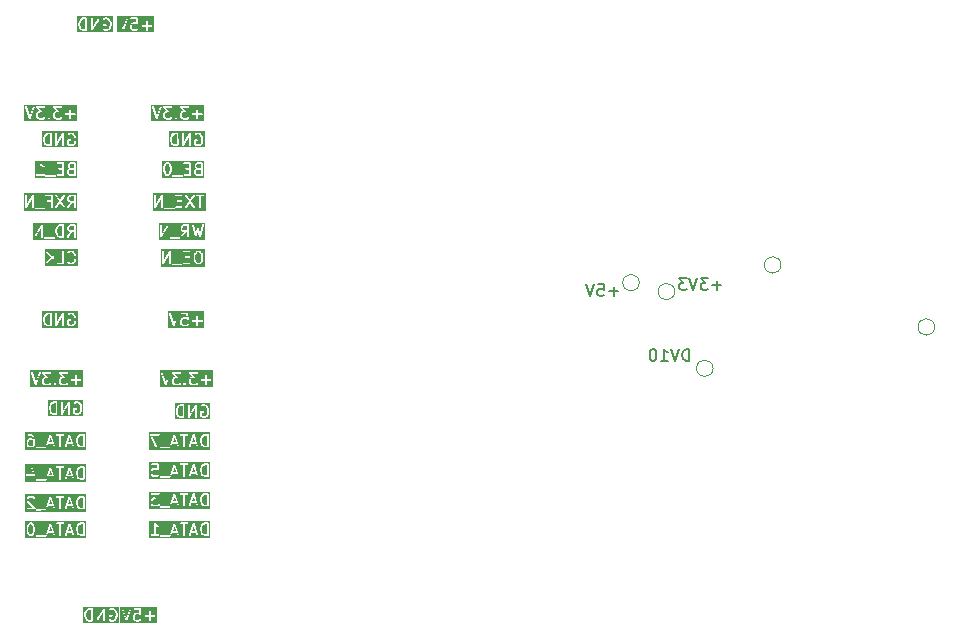
<source format=gbr>
%TF.GenerationSoftware,KiCad,Pcbnew,8.0.3-8.0.3-0~ubuntu22.04.1*%
%TF.CreationDate,2025-01-19T16:46:00+01:00*%
%TF.ProjectId,FT600_RP2040,46543630-305f-4525-9032-3034302e6b69,rev?*%
%TF.SameCoordinates,PX7735940PY61c06a0*%
%TF.FileFunction,Legend,Bot*%
%TF.FilePolarity,Positive*%
%FSLAX46Y46*%
G04 Gerber Fmt 4.6, Leading zero omitted, Abs format (unit mm)*
G04 Created by KiCad (PCBNEW 8.0.3-8.0.3-0~ubuntu22.04.1) date 2025-01-19 16:46:00*
%MOMM*%
%LPD*%
G01*
G04 APERTURE LIST*
%ADD10C,0.150000*%
%ADD11C,0.120000*%
G04 APERTURE END LIST*
D10*
G36*
X18847890Y43944070D02*
G01*
X14334842Y43944070D01*
X14334842Y45120801D01*
X14445953Y45120801D01*
X14449213Y45106464D01*
X14780990Y44115587D01*
X14781361Y44110371D01*
X14785525Y44102041D01*
X14788540Y44093039D01*
X14792050Y44088992D01*
X14794447Y44084198D01*
X14801555Y44078033D01*
X14807714Y44070932D01*
X14812503Y44068538D01*
X14816554Y44065024D01*
X14825479Y44062050D01*
X14833887Y44057845D01*
X14839231Y44057466D01*
X14844317Y44055770D01*
X14853697Y44056437D01*
X14863077Y44055770D01*
X14868162Y44057466D01*
X14873507Y44057845D01*
X14881917Y44062051D01*
X14890839Y44065024D01*
X14894886Y44068535D01*
X14899680Y44070931D01*
X14905843Y44078037D01*
X14912947Y44084198D01*
X14915342Y44088990D01*
X14918854Y44093038D01*
X14924848Y44106464D01*
X15074934Y44558753D01*
X15397745Y44558753D01*
X15399037Y44332149D01*
X15398334Y44330039D01*
X15399111Y44319097D01*
X15399186Y44306026D01*
X15400217Y44303537D01*
X15400408Y44300849D01*
X15405663Y44287117D01*
X15454353Y44192565D01*
X15458003Y44183753D01*
X15460386Y44180849D01*
X15461114Y44179436D01*
X15462612Y44178137D01*
X15467330Y44172388D01*
X15516365Y44125047D01*
X15521999Y44118550D01*
X15525144Y44116571D01*
X15526315Y44115440D01*
X15528142Y44114683D01*
X15534442Y44110718D01*
X15620331Y44069043D01*
X15621553Y44067821D01*
X15630412Y44064152D01*
X15643411Y44057844D01*
X15646100Y44057653D01*
X15648589Y44056622D01*
X15663221Y44055181D01*
X15937375Y44056497D01*
X15939554Y44055770D01*
X15950674Y44056561D01*
X15963567Y44056622D01*
X15966056Y44057654D01*
X15968744Y44057844D01*
X15982476Y44063099D01*
X16077030Y44111791D01*
X16085841Y44115440D01*
X16088743Y44117823D01*
X16090157Y44118550D01*
X16091457Y44120050D01*
X16097207Y44124768D01*
X16154153Y44183753D01*
X16157747Y44192431D01*
X16351566Y44192431D01*
X16351566Y44163168D01*
X16356603Y44151009D01*
X16362765Y44136132D01*
X16372092Y44124767D01*
X16431076Y44067821D01*
X16458112Y44056622D01*
X16458113Y44056622D01*
X16487375Y44056622D01*
X16487376Y44056622D01*
X16514412Y44067821D01*
X16525777Y44077148D01*
X16582723Y44136132D01*
X16593922Y44163168D01*
X16593922Y44192431D01*
X16593876Y44192541D01*
X16582724Y44219467D01*
X16573396Y44230833D01*
X16514412Y44287780D01*
X16514411Y44287781D01*
X16498574Y44294341D01*
X16487376Y44298979D01*
X16487375Y44298979D01*
X16458112Y44298979D01*
X16446914Y44294341D01*
X16431077Y44287781D01*
X16431076Y44287780D01*
X16419710Y44278452D01*
X16362764Y44219467D01*
X16351566Y44192431D01*
X16157747Y44192431D01*
X16165351Y44210789D01*
X16165351Y44240052D01*
X16154152Y44267088D01*
X16133459Y44287781D01*
X16106423Y44298979D01*
X16077160Y44298979D01*
X16050124Y44287780D01*
X16038758Y44278452D01*
X16002113Y44240496D01*
X15933391Y44205107D01*
X15683072Y44203906D01*
X15614387Y44237233D01*
X15583060Y44267479D01*
X15547656Y44336230D01*
X15546500Y44538966D01*
X15556101Y44558753D01*
X16826316Y44558753D01*
X16827608Y44332149D01*
X16826905Y44330039D01*
X16827682Y44319097D01*
X16827757Y44306026D01*
X16828788Y44303537D01*
X16828979Y44300849D01*
X16834234Y44287117D01*
X16882924Y44192565D01*
X16886574Y44183753D01*
X16888957Y44180849D01*
X16889685Y44179436D01*
X16891183Y44178137D01*
X16895901Y44172388D01*
X16944936Y44125047D01*
X16950570Y44118550D01*
X16953715Y44116571D01*
X16954886Y44115440D01*
X16956713Y44114683D01*
X16963013Y44110718D01*
X17048902Y44069043D01*
X17050124Y44067821D01*
X17058983Y44064152D01*
X17071982Y44057844D01*
X17074671Y44057653D01*
X17077160Y44056622D01*
X17091792Y44055181D01*
X17365946Y44056497D01*
X17368125Y44055770D01*
X17379245Y44056561D01*
X17392138Y44056622D01*
X17394627Y44057654D01*
X17397315Y44057844D01*
X17411047Y44063099D01*
X17505601Y44111791D01*
X17514412Y44115440D01*
X17517314Y44117823D01*
X17518728Y44118550D01*
X17520028Y44120050D01*
X17525778Y44124768D01*
X17582724Y44183753D01*
X17593922Y44210789D01*
X17593922Y44240052D01*
X17582723Y44267088D01*
X17562030Y44287781D01*
X17534994Y44298979D01*
X17505731Y44298979D01*
X17478695Y44287780D01*
X17467329Y44278452D01*
X17430684Y44240496D01*
X17361962Y44205107D01*
X17111643Y44203906D01*
X17042958Y44237233D01*
X17011631Y44267479D01*
X16976227Y44336230D01*
X16975146Y44525766D01*
X17827757Y44525766D01*
X17827757Y44496502D01*
X17838956Y44469466D01*
X17859648Y44448774D01*
X17886684Y44437575D01*
X17901316Y44436134D01*
X18208113Y44436704D01*
X18208709Y44115549D01*
X18219908Y44088513D01*
X18240600Y44067821D01*
X18267636Y44056622D01*
X18296900Y44056622D01*
X18323936Y44067821D01*
X18344628Y44088513D01*
X18355827Y44115549D01*
X18357268Y44130181D01*
X18356698Y44436980D01*
X18677852Y44437575D01*
X18704888Y44448774D01*
X18725580Y44469466D01*
X18736779Y44496502D01*
X18736779Y44525766D01*
X18725580Y44552802D01*
X18704888Y44573494D01*
X18677852Y44584693D01*
X18663220Y44586134D01*
X18356422Y44585565D01*
X18355827Y44906718D01*
X18344628Y44933754D01*
X18323936Y44954446D01*
X18296900Y44965645D01*
X18267636Y44965645D01*
X18240600Y44954446D01*
X18219908Y44933754D01*
X18208709Y44906718D01*
X18207268Y44892086D01*
X18207837Y44585289D01*
X17886684Y44584693D01*
X17859648Y44573494D01*
X17838956Y44552802D01*
X17827757Y44525766D01*
X16975146Y44525766D01*
X16975071Y44538966D01*
X17008368Y44607588D01*
X17038612Y44638915D01*
X17107469Y44674373D01*
X17234263Y44675533D01*
X17244355Y44674860D01*
X17246679Y44675647D01*
X17249281Y44675670D01*
X17260538Y44680334D01*
X17272076Y44684235D01*
X17273980Y44685901D01*
X17276317Y44686869D01*
X17284927Y44695480D01*
X17294100Y44703505D01*
X17295222Y44705775D01*
X17297009Y44707561D01*
X17301669Y44718812D01*
X17307072Y44729737D01*
X17307240Y44732261D01*
X17308208Y44734597D01*
X17308208Y44746782D01*
X17309018Y44758935D01*
X17308208Y44761331D01*
X17308208Y44763861D01*
X17303544Y44775119D01*
X17299643Y44786656D01*
X17297557Y44789574D01*
X17297009Y44790897D01*
X17295613Y44792293D01*
X17291092Y44798617D01*
X17065015Y45055554D01*
X17534995Y45056622D01*
X17562031Y45067821D01*
X17582723Y45088513D01*
X17593922Y45115549D01*
X17593922Y45144813D01*
X17582723Y45171849D01*
X17562031Y45192541D01*
X17534995Y45203740D01*
X17520363Y45205181D01*
X16903199Y45203778D01*
X16891610Y45204550D01*
X16889232Y45203746D01*
X16886684Y45203740D01*
X16875426Y45199077D01*
X16863889Y45195175D01*
X16861984Y45193510D01*
X16859648Y45192541D01*
X16851037Y45183931D01*
X16841865Y45175905D01*
X16840742Y45173636D01*
X16838956Y45171849D01*
X16834295Y45160599D01*
X16828893Y45149673D01*
X16828724Y45147150D01*
X16827757Y45144813D01*
X16827757Y45132629D01*
X16826947Y45120475D01*
X16827757Y45118080D01*
X16827757Y45115549D01*
X16832420Y45104292D01*
X16836322Y45092754D01*
X16838407Y45089837D01*
X16838956Y45088513D01*
X16840351Y45087118D01*
X16844873Y45080793D01*
X17072908Y44821632D01*
X17071982Y44821566D01*
X17058251Y44816311D01*
X16963696Y44767620D01*
X16954886Y44763970D01*
X16951983Y44761588D01*
X16950570Y44760860D01*
X16949270Y44759362D01*
X16943521Y44754643D01*
X16896179Y44705608D01*
X16889685Y44699975D01*
X16887705Y44696830D01*
X16886575Y44695659D01*
X16885817Y44693832D01*
X16881853Y44687532D01*
X16840178Y44601644D01*
X16838956Y44600421D01*
X16835283Y44591556D01*
X16828979Y44578562D01*
X16828788Y44575875D01*
X16827757Y44573385D01*
X16826316Y44558753D01*
X15556101Y44558753D01*
X15579797Y44607588D01*
X15610041Y44638915D01*
X15678898Y44674373D01*
X15805692Y44675533D01*
X15815784Y44674860D01*
X15818108Y44675647D01*
X15820710Y44675670D01*
X15831967Y44680334D01*
X15843505Y44684235D01*
X15845409Y44685901D01*
X15847746Y44686869D01*
X15856356Y44695480D01*
X15865529Y44703505D01*
X15866651Y44705775D01*
X15868438Y44707561D01*
X15873098Y44718812D01*
X15878501Y44729737D01*
X15878669Y44732261D01*
X15879637Y44734597D01*
X15879637Y44746782D01*
X15880447Y44758935D01*
X15879637Y44761331D01*
X15879637Y44763861D01*
X15874973Y44775119D01*
X15871072Y44786656D01*
X15868986Y44789574D01*
X15868438Y44790897D01*
X15867042Y44792293D01*
X15862521Y44798617D01*
X15636444Y45055554D01*
X16106424Y45056622D01*
X16133460Y45067821D01*
X16154152Y45088513D01*
X16165351Y45115549D01*
X16165351Y45144813D01*
X16154152Y45171849D01*
X16133460Y45192541D01*
X16106424Y45203740D01*
X16091792Y45205181D01*
X15474628Y45203778D01*
X15463039Y45204550D01*
X15460661Y45203746D01*
X15458113Y45203740D01*
X15446855Y45199077D01*
X15435318Y45195175D01*
X15433413Y45193510D01*
X15431077Y45192541D01*
X15422466Y45183931D01*
X15413294Y45175905D01*
X15412171Y45173636D01*
X15410385Y45171849D01*
X15405724Y45160599D01*
X15400322Y45149673D01*
X15400153Y45147150D01*
X15399186Y45144813D01*
X15399186Y45132629D01*
X15398376Y45120475D01*
X15399186Y45118080D01*
X15399186Y45115549D01*
X15403849Y45104292D01*
X15407751Y45092754D01*
X15409836Y45089837D01*
X15410385Y45088513D01*
X15411780Y45087118D01*
X15416302Y45080793D01*
X15644337Y44821632D01*
X15643411Y44821566D01*
X15629680Y44816311D01*
X15535125Y44767620D01*
X15526315Y44763970D01*
X15523412Y44761588D01*
X15521999Y44760860D01*
X15520699Y44759362D01*
X15514950Y44754643D01*
X15467608Y44705608D01*
X15461114Y44699975D01*
X15459134Y44696830D01*
X15458004Y44695659D01*
X15457246Y44693832D01*
X15453282Y44687532D01*
X15411607Y44601644D01*
X15410385Y44600421D01*
X15406712Y44591556D01*
X15400408Y44578562D01*
X15400217Y44575875D01*
X15399186Y44573385D01*
X15397745Y44558753D01*
X15074934Y44558753D01*
X15261441Y45120800D01*
X15259366Y45149990D01*
X15246280Y45176164D01*
X15224172Y45195338D01*
X15196410Y45204592D01*
X15167220Y45202517D01*
X15141047Y45189430D01*
X15121873Y45167323D01*
X15115879Y45153898D01*
X14854129Y44365105D01*
X14585521Y45167324D01*
X14566347Y45189431D01*
X14540174Y45202517D01*
X14510984Y45204592D01*
X14483221Y45195338D01*
X14461114Y45176164D01*
X14448028Y45149991D01*
X14445953Y45120801D01*
X14334842Y45120801D01*
X14334842Y45316292D01*
X18847890Y45316292D01*
X18847890Y43944070D01*
G37*
G36*
X16488758Y14240594D02*
G01*
X16218718Y14239801D01*
X16353263Y14645258D01*
X16488758Y14240594D01*
G37*
G36*
X19089534Y13954761D02*
G01*
X18940867Y13953914D01*
X18824271Y13991652D01*
X18750063Y14064442D01*
X18711371Y14139579D01*
X18666753Y14313009D01*
X18665611Y14437781D01*
X18707637Y14610904D01*
X18746362Y14690714D01*
X18820641Y14766439D01*
X18933717Y14805230D01*
X19088325Y14806112D01*
X19089534Y13954761D01*
G37*
G36*
X18107806Y14240594D02*
G01*
X17837766Y14239801D01*
X17972311Y14645258D01*
X18107806Y14240594D01*
G37*
G36*
X19349331Y13598832D02*
G01*
X14215204Y13598832D01*
X14215204Y13799575D01*
X15089661Y13799575D01*
X15089661Y13770311D01*
X15100860Y13743275D01*
X15121552Y13722583D01*
X15148588Y13711384D01*
X15163220Y13709943D01*
X15939757Y13711384D01*
X15966793Y13722583D01*
X15987485Y13743275D01*
X15998684Y13770311D01*
X15998684Y13799575D01*
X15993736Y13811519D01*
X16010983Y13805770D01*
X16040173Y13807845D01*
X16066346Y13820931D01*
X16085520Y13843038D01*
X16091514Y13856464D01*
X16169359Y14091054D01*
X16538465Y14092138D01*
X16621872Y13843039D01*
X16641046Y13820932D01*
X16667219Y13807845D01*
X16696409Y13805770D01*
X16724171Y13815024D01*
X16746279Y13834198D01*
X16759365Y13860372D01*
X16761440Y13889562D01*
X16758180Y13903898D01*
X16426402Y14894777D01*
X16426399Y14894813D01*
X16803947Y14894813D01*
X16803947Y14865549D01*
X16815146Y14838513D01*
X16835838Y14817821D01*
X16862874Y14806622D01*
X16877506Y14805181D01*
X17088325Y14805700D01*
X17089661Y13865549D01*
X17100860Y13838513D01*
X17121552Y13817821D01*
X17148588Y13806622D01*
X17177852Y13806622D01*
X17204888Y13817821D01*
X17225580Y13838513D01*
X17236779Y13865549D01*
X17238220Y13880181D01*
X17238207Y13889561D01*
X17565000Y13889561D01*
X17567075Y13860371D01*
X17580161Y13834198D01*
X17602268Y13815024D01*
X17630031Y13805770D01*
X17659221Y13807845D01*
X17685394Y13820931D01*
X17704568Y13843038D01*
X17710562Y13856464D01*
X17788407Y14091054D01*
X18157513Y14092138D01*
X18240920Y13843039D01*
X18260094Y13820932D01*
X18286267Y13807845D01*
X18315457Y13805770D01*
X18343219Y13815024D01*
X18365327Y13834198D01*
X18378413Y13860372D01*
X18380488Y13889562D01*
X18377228Y13903898D01*
X18193836Y14451610D01*
X18516792Y14451610D01*
X18518059Y14313031D01*
X18516881Y14305107D01*
X18518215Y14296083D01*
X18518233Y14294121D01*
X18518655Y14293100D01*
X18519031Y14290563D01*
X18566548Y14105865D01*
X18567074Y14098468D01*
X18571276Y14087486D01*
X18571597Y14086241D01*
X18571919Y14085806D01*
X18572329Y14084736D01*
X18621019Y13990184D01*
X18624669Y13981372D01*
X18627052Y13978468D01*
X18627780Y13977055D01*
X18629278Y13975756D01*
X18633997Y13970006D01*
X18722166Y13883521D01*
X18723018Y13881817D01*
X18730662Y13875187D01*
X18740600Y13865439D01*
X18743090Y13864408D01*
X18745125Y13862643D01*
X18758551Y13856649D01*
X18901132Y13810500D01*
X18910493Y13806622D01*
X18914256Y13806252D01*
X18915744Y13805770D01*
X18917718Y13805911D01*
X18925125Y13805181D01*
X19177852Y13806622D01*
X19204888Y13817821D01*
X19225580Y13838513D01*
X19236779Y13865549D01*
X19238220Y13880181D01*
X19236779Y14894813D01*
X19225580Y14921849D01*
X19204888Y14942541D01*
X19177852Y14953740D01*
X19163220Y14955181D01*
X18926449Y14953831D01*
X18915744Y14954592D01*
X18912035Y14953749D01*
X18910493Y14953740D01*
X18908662Y14952982D01*
X18901407Y14951332D01*
X18769617Y14906121D01*
X18767637Y14906121D01*
X18758087Y14902166D01*
X18745125Y14897719D01*
X18743090Y14895955D01*
X18740600Y14894923D01*
X18729235Y14885595D01*
X18635303Y14789833D01*
X18627780Y14783308D01*
X18625767Y14780112D01*
X18624670Y14778992D01*
X18623912Y14777165D01*
X18619948Y14770865D01*
X18575681Y14679634D01*
X18571597Y14674122D01*
X18567659Y14663103D01*
X18567074Y14661895D01*
X18567035Y14661356D01*
X18566650Y14660276D01*
X18521409Y14473911D01*
X18518233Y14466242D01*
X18517335Y14457128D01*
X18516881Y14455256D01*
X18517043Y14454164D01*
X18516792Y14451610D01*
X18193836Y14451610D01*
X18045450Y14894777D01*
X18045080Y14899990D01*
X18040916Y14908317D01*
X18037901Y14917324D01*
X18034389Y14921373D01*
X18031994Y14926164D01*
X18024890Y14932326D01*
X18018727Y14939431D01*
X18013933Y14941828D01*
X18009886Y14945338D01*
X18000964Y14948312D01*
X17992554Y14952517D01*
X17987209Y14952897D01*
X17982124Y14954592D01*
X17972744Y14953926D01*
X17963364Y14954592D01*
X17958278Y14952897D01*
X17952934Y14952517D01*
X17944526Y14948313D01*
X17935601Y14945338D01*
X17931550Y14941825D01*
X17926761Y14939430D01*
X17920602Y14932330D01*
X17913494Y14926164D01*
X17911097Y14921371D01*
X17907587Y14917323D01*
X17901593Y14903898D01*
X17663418Y14186150D01*
X17661090Y14180528D01*
X17661090Y14179133D01*
X17565000Y13889561D01*
X17238207Y13889561D01*
X17236905Y14806065D01*
X17463566Y14806622D01*
X17490602Y14817821D01*
X17511294Y14838513D01*
X17522493Y14865549D01*
X17522493Y14894813D01*
X17511294Y14921849D01*
X17490602Y14942541D01*
X17463566Y14953740D01*
X17448934Y14955181D01*
X16862874Y14953740D01*
X16835838Y14942541D01*
X16815146Y14921849D01*
X16803947Y14894813D01*
X16426399Y14894813D01*
X16426032Y14899990D01*
X16421868Y14908317D01*
X16418853Y14917324D01*
X16415341Y14921373D01*
X16412946Y14926164D01*
X16405842Y14932326D01*
X16399679Y14939431D01*
X16394885Y14941828D01*
X16390838Y14945338D01*
X16381916Y14948312D01*
X16373506Y14952517D01*
X16368161Y14952897D01*
X16363076Y14954592D01*
X16353696Y14953926D01*
X16344316Y14954592D01*
X16339230Y14952897D01*
X16333886Y14952517D01*
X16325478Y14948313D01*
X16316553Y14945338D01*
X16312502Y14941825D01*
X16307713Y14939430D01*
X16301554Y14932330D01*
X16294446Y14926164D01*
X16292049Y14921371D01*
X16288539Y14917323D01*
X16282545Y14903898D01*
X16044370Y14186150D01*
X16042042Y14180528D01*
X16042042Y14179133D01*
X15945952Y13889561D01*
X15948027Y13860371D01*
X15951365Y13853694D01*
X15939757Y13858502D01*
X15925125Y13859943D01*
X15148588Y13858502D01*
X15121552Y13847303D01*
X15100860Y13826611D01*
X15089661Y13799575D01*
X14215204Y13799575D01*
X14215204Y14308753D01*
X14326315Y14308753D01*
X14327607Y14082149D01*
X14326904Y14080039D01*
X14327681Y14069097D01*
X14327756Y14056026D01*
X14328787Y14053537D01*
X14328978Y14050849D01*
X14334233Y14037117D01*
X14382923Y13942565D01*
X14386573Y13933753D01*
X14388956Y13930849D01*
X14389684Y13929436D01*
X14391182Y13928137D01*
X14395900Y13922388D01*
X14444935Y13875047D01*
X14450569Y13868550D01*
X14453714Y13866571D01*
X14454885Y13865440D01*
X14456712Y13864683D01*
X14463012Y13860718D01*
X14548901Y13819043D01*
X14550123Y13817821D01*
X14558982Y13814152D01*
X14571981Y13807844D01*
X14574670Y13807653D01*
X14577159Y13806622D01*
X14591791Y13805181D01*
X14818395Y13806474D01*
X14820505Y13805770D01*
X14831447Y13806548D01*
X14844518Y13806622D01*
X14847007Y13807654D01*
X14849695Y13807844D01*
X14863427Y13813099D01*
X14957981Y13861791D01*
X14966792Y13865440D01*
X14969694Y13867823D01*
X14971108Y13868550D01*
X14972408Y13870050D01*
X14978158Y13874768D01*
X15035104Y13933753D01*
X15046302Y13960789D01*
X15046302Y13990052D01*
X15035103Y14017088D01*
X15014410Y14037781D01*
X14987374Y14048979D01*
X14958111Y14048979D01*
X14931075Y14037780D01*
X14919709Y14028452D01*
X14883064Y13990496D01*
X14814314Y13955093D01*
X14611578Y13953937D01*
X14542957Y13987233D01*
X14511630Y14017479D01*
X14476226Y14086230D01*
X14475070Y14288966D01*
X14508367Y14357588D01*
X14538611Y14388915D01*
X14607362Y14424318D01*
X14810098Y14425474D01*
X14878720Y14392177D01*
X14913747Y14358361D01*
X14914839Y14356325D01*
X14921502Y14350874D01*
X14931075Y14341631D01*
X14934563Y14340186D01*
X14937487Y14337794D01*
X14947984Y14334627D01*
X14958111Y14330432D01*
X14961887Y14330432D01*
X14965503Y14329341D01*
X14976413Y14330432D01*
X14987374Y14330432D01*
X14990862Y14331878D01*
X14994622Y14332253D01*
X15004285Y14337438D01*
X15014410Y14341631D01*
X15017080Y14344302D01*
X15020409Y14346087D01*
X15027354Y14354576D01*
X15035103Y14362324D01*
X15036547Y14365811D01*
X15038940Y14368735D01*
X15042108Y14379236D01*
X15046302Y14389360D01*
X15046302Y14393136D01*
X15047393Y14396751D01*
X15047371Y14411454D01*
X14998683Y14884373D01*
X14998683Y14894813D01*
X14997252Y14898267D01*
X14996862Y14902060D01*
X14991679Y14911720D01*
X14987484Y14921849D01*
X14984812Y14924521D01*
X14983028Y14927847D01*
X14974545Y14934788D01*
X14966792Y14942541D01*
X14963303Y14943987D01*
X14960380Y14946378D01*
X14949882Y14949546D01*
X14939756Y14953740D01*
X14934150Y14954293D01*
X14932364Y14954831D01*
X14930535Y14954649D01*
X14925124Y14955181D01*
X14434302Y14953740D01*
X14407266Y14942541D01*
X14386574Y14921849D01*
X14375375Y14894813D01*
X14375375Y14865549D01*
X14386574Y14838513D01*
X14407266Y14817821D01*
X14434302Y14806622D01*
X14448934Y14805181D01*
X14857325Y14806380D01*
X14883172Y14555323D01*
X14872776Y14560367D01*
X14871554Y14561589D01*
X14862688Y14565262D01*
X14849695Y14571566D01*
X14847007Y14571757D01*
X14844518Y14572788D01*
X14829886Y14574229D01*
X14603280Y14572937D01*
X14601171Y14573640D01*
X14590228Y14572863D01*
X14577159Y14572788D01*
X14574670Y14571758D01*
X14571981Y14571566D01*
X14558250Y14566311D01*
X14463695Y14517620D01*
X14454885Y14513970D01*
X14451982Y14511588D01*
X14450569Y14510860D01*
X14449269Y14509362D01*
X14443520Y14504643D01*
X14396178Y14455608D01*
X14389684Y14449975D01*
X14387704Y14446830D01*
X14386574Y14445659D01*
X14385816Y14443832D01*
X14381852Y14437532D01*
X14340177Y14351644D01*
X14338955Y14350421D01*
X14335282Y14341556D01*
X14328978Y14328562D01*
X14328787Y14325875D01*
X14327756Y14323385D01*
X14326315Y14308753D01*
X14215204Y14308753D01*
X14215204Y15066292D01*
X19349331Y15066292D01*
X19349331Y13598832D01*
G37*
X62663220Y30011134D02*
X61901316Y30011134D01*
X62282268Y29630181D02*
X62282268Y30392086D01*
X61520363Y30630181D02*
X60901316Y30630181D01*
X60901316Y30630181D02*
X61234649Y30249229D01*
X61234649Y30249229D02*
X61091792Y30249229D01*
X61091792Y30249229D02*
X60996554Y30201610D01*
X60996554Y30201610D02*
X60948935Y30153991D01*
X60948935Y30153991D02*
X60901316Y30058753D01*
X60901316Y30058753D02*
X60901316Y29820658D01*
X60901316Y29820658D02*
X60948935Y29725420D01*
X60948935Y29725420D02*
X60996554Y29677800D01*
X60996554Y29677800D02*
X61091792Y29630181D01*
X61091792Y29630181D02*
X61377506Y29630181D01*
X61377506Y29630181D02*
X61472744Y29677800D01*
X61472744Y29677800D02*
X61520363Y29725420D01*
X60615601Y30630181D02*
X60282268Y29630181D01*
X60282268Y29630181D02*
X59948935Y30630181D01*
X59710839Y30630181D02*
X59091792Y30630181D01*
X59091792Y30630181D02*
X59425125Y30249229D01*
X59425125Y30249229D02*
X59282268Y30249229D01*
X59282268Y30249229D02*
X59187030Y30201610D01*
X59187030Y30201610D02*
X59139411Y30153991D01*
X59139411Y30153991D02*
X59091792Y30058753D01*
X59091792Y30058753D02*
X59091792Y29820658D01*
X59091792Y29820658D02*
X59139411Y29725420D01*
X59139411Y29725420D02*
X59187030Y29677800D01*
X59187030Y29677800D02*
X59282268Y29630181D01*
X59282268Y29630181D02*
X59567982Y29630181D01*
X59567982Y29630181D02*
X59663220Y29677800D01*
X59663220Y29677800D02*
X59710839Y29725420D01*
G36*
X5988758Y16740594D02*
G01*
X5718718Y16739801D01*
X5853263Y17145258D01*
X5988758Y16740594D01*
G37*
G36*
X4331101Y16892177D02*
G01*
X4362428Y16861933D01*
X4398323Y16792227D01*
X4399058Y16590591D01*
X4365691Y16521825D01*
X4335445Y16490496D01*
X4266655Y16455072D01*
X4111486Y16453982D01*
X4042957Y16487233D01*
X4011630Y16517479D01*
X3976226Y16586230D01*
X3975070Y16788966D01*
X4008367Y16857588D01*
X4038611Y16888915D01*
X4107402Y16924339D01*
X4262571Y16925429D01*
X4331101Y16892177D01*
G37*
G36*
X8589534Y16454761D02*
G01*
X8440867Y16453914D01*
X8324271Y16491652D01*
X8250063Y16564442D01*
X8211371Y16639579D01*
X8166753Y16813009D01*
X8165611Y16937781D01*
X8207637Y17110904D01*
X8246362Y17190714D01*
X8320641Y17266439D01*
X8433717Y17305230D01*
X8588325Y17306112D01*
X8589534Y16454761D01*
G37*
G36*
X7607806Y16740594D02*
G01*
X7337766Y16739801D01*
X7472311Y17145258D01*
X7607806Y16740594D01*
G37*
G36*
X8849331Y16098832D02*
G01*
X3715204Y16098832D01*
X3715204Y16299575D01*
X4589661Y16299575D01*
X4589661Y16270311D01*
X4600860Y16243275D01*
X4621552Y16222583D01*
X4648588Y16211384D01*
X4663220Y16209943D01*
X5439757Y16211384D01*
X5466793Y16222583D01*
X5487485Y16243275D01*
X5498684Y16270311D01*
X5498684Y16299575D01*
X5493736Y16311519D01*
X5510983Y16305770D01*
X5540173Y16307845D01*
X5566346Y16320931D01*
X5585520Y16343038D01*
X5591514Y16356464D01*
X5669359Y16591054D01*
X6038465Y16592138D01*
X6121872Y16343039D01*
X6141046Y16320932D01*
X6167219Y16307845D01*
X6196409Y16305770D01*
X6224171Y16315024D01*
X6246279Y16334198D01*
X6259365Y16360372D01*
X6261440Y16389562D01*
X6258180Y16403898D01*
X5926402Y17394777D01*
X5926399Y17394813D01*
X6303947Y17394813D01*
X6303947Y17365549D01*
X6315146Y17338513D01*
X6335838Y17317821D01*
X6362874Y17306622D01*
X6377506Y17305181D01*
X6588325Y17305700D01*
X6589661Y16365549D01*
X6600860Y16338513D01*
X6621552Y16317821D01*
X6648588Y16306622D01*
X6677852Y16306622D01*
X6704888Y16317821D01*
X6725580Y16338513D01*
X6736779Y16365549D01*
X6738220Y16380181D01*
X6738207Y16389561D01*
X7065000Y16389561D01*
X7067075Y16360371D01*
X7080161Y16334198D01*
X7102268Y16315024D01*
X7130031Y16305770D01*
X7159221Y16307845D01*
X7185394Y16320931D01*
X7204568Y16343038D01*
X7210562Y16356464D01*
X7288407Y16591054D01*
X7657513Y16592138D01*
X7740920Y16343039D01*
X7760094Y16320932D01*
X7786267Y16307845D01*
X7815457Y16305770D01*
X7843219Y16315024D01*
X7865327Y16334198D01*
X7878413Y16360372D01*
X7880488Y16389562D01*
X7877228Y16403898D01*
X7693836Y16951610D01*
X8016792Y16951610D01*
X8018059Y16813031D01*
X8016881Y16805107D01*
X8018215Y16796083D01*
X8018233Y16794121D01*
X8018655Y16793100D01*
X8019031Y16790563D01*
X8066548Y16605865D01*
X8067074Y16598468D01*
X8071276Y16587486D01*
X8071597Y16586241D01*
X8071919Y16585806D01*
X8072329Y16584736D01*
X8121019Y16490184D01*
X8124669Y16481372D01*
X8127052Y16478468D01*
X8127780Y16477055D01*
X8129278Y16475756D01*
X8133997Y16470006D01*
X8222166Y16383521D01*
X8223018Y16381817D01*
X8230662Y16375187D01*
X8240600Y16365439D01*
X8243090Y16364408D01*
X8245125Y16362643D01*
X8258551Y16356649D01*
X8401132Y16310500D01*
X8410493Y16306622D01*
X8414256Y16306252D01*
X8415744Y16305770D01*
X8417718Y16305911D01*
X8425125Y16305181D01*
X8677852Y16306622D01*
X8704888Y16317821D01*
X8725580Y16338513D01*
X8736779Y16365549D01*
X8738220Y16380181D01*
X8736779Y17394813D01*
X8725580Y17421849D01*
X8704888Y17442541D01*
X8677852Y17453740D01*
X8663220Y17455181D01*
X8426449Y17453831D01*
X8415744Y17454592D01*
X8412035Y17453749D01*
X8410493Y17453740D01*
X8408662Y17452982D01*
X8401407Y17451332D01*
X8269617Y17406121D01*
X8267637Y17406121D01*
X8258087Y17402166D01*
X8245125Y17397719D01*
X8243090Y17395955D01*
X8240600Y17394923D01*
X8229235Y17385595D01*
X8135303Y17289833D01*
X8127780Y17283308D01*
X8125767Y17280112D01*
X8124670Y17278992D01*
X8123912Y17277165D01*
X8119948Y17270865D01*
X8075681Y17179634D01*
X8071597Y17174122D01*
X8067659Y17163103D01*
X8067074Y17161895D01*
X8067035Y17161356D01*
X8066650Y17160276D01*
X8021409Y16973911D01*
X8018233Y16966242D01*
X8017335Y16957128D01*
X8016881Y16955256D01*
X8017043Y16954164D01*
X8016792Y16951610D01*
X7693836Y16951610D01*
X7545450Y17394777D01*
X7545080Y17399990D01*
X7540916Y17408317D01*
X7537901Y17417324D01*
X7534389Y17421373D01*
X7531994Y17426164D01*
X7524890Y17432326D01*
X7518727Y17439431D01*
X7513933Y17441828D01*
X7509886Y17445338D01*
X7500964Y17448312D01*
X7492554Y17452517D01*
X7487209Y17452897D01*
X7482124Y17454592D01*
X7472744Y17453926D01*
X7463364Y17454592D01*
X7458278Y17452897D01*
X7452934Y17452517D01*
X7444526Y17448313D01*
X7435601Y17445338D01*
X7431550Y17441825D01*
X7426761Y17439430D01*
X7420602Y17432330D01*
X7413494Y17426164D01*
X7411097Y17421371D01*
X7407587Y17417323D01*
X7401593Y17403898D01*
X7163418Y16686150D01*
X7161090Y16680528D01*
X7161090Y16679133D01*
X7065000Y16389561D01*
X6738207Y16389561D01*
X6736905Y17306065D01*
X6963566Y17306622D01*
X6990602Y17317821D01*
X7011294Y17338513D01*
X7022493Y17365549D01*
X7022493Y17394813D01*
X7011294Y17421849D01*
X6990602Y17442541D01*
X6963566Y17453740D01*
X6948934Y17455181D01*
X6362874Y17453740D01*
X6335838Y17442541D01*
X6315146Y17421849D01*
X6303947Y17394813D01*
X5926399Y17394813D01*
X5926032Y17399990D01*
X5921868Y17408317D01*
X5918853Y17417324D01*
X5915341Y17421373D01*
X5912946Y17426164D01*
X5905842Y17432326D01*
X5899679Y17439431D01*
X5894885Y17441828D01*
X5890838Y17445338D01*
X5881916Y17448312D01*
X5873506Y17452517D01*
X5868161Y17452897D01*
X5863076Y17454592D01*
X5853696Y17453926D01*
X5844316Y17454592D01*
X5839230Y17452897D01*
X5833886Y17452517D01*
X5825478Y17448313D01*
X5816553Y17445338D01*
X5812502Y17441825D01*
X5807713Y17439430D01*
X5801554Y17432330D01*
X5794446Y17426164D01*
X5792049Y17421371D01*
X5788539Y17417323D01*
X5782545Y17403898D01*
X5544370Y16686150D01*
X5542042Y16680528D01*
X5542042Y16679133D01*
X5445952Y16389561D01*
X5448027Y16360371D01*
X5451365Y16353694D01*
X5439757Y16358502D01*
X5425125Y16359943D01*
X4648588Y16358502D01*
X4621552Y16347303D01*
X4600860Y16326611D01*
X4589661Y16299575D01*
X3715204Y16299575D01*
X3715204Y16808753D01*
X3826315Y16808753D01*
X3827607Y16582149D01*
X3826904Y16580039D01*
X3827681Y16569097D01*
X3827756Y16556026D01*
X3828787Y16553537D01*
X3828978Y16550849D01*
X3834233Y16537117D01*
X3882923Y16442565D01*
X3886573Y16433753D01*
X3888956Y16430849D01*
X3889684Y16429436D01*
X3891182Y16428137D01*
X3895900Y16422388D01*
X3944935Y16375047D01*
X3950569Y16368550D01*
X3953714Y16366571D01*
X3954885Y16365440D01*
X3956712Y16364683D01*
X3963012Y16360718D01*
X4048901Y16319043D01*
X4050123Y16317821D01*
X4058982Y16314152D01*
X4071981Y16307844D01*
X4074670Y16307653D01*
X4077159Y16306622D01*
X4091791Y16305181D01*
X4270878Y16306440D01*
X4272886Y16305770D01*
X4283558Y16306529D01*
X4296899Y16306622D01*
X4299388Y16307654D01*
X4302076Y16307844D01*
X4315808Y16313099D01*
X4410362Y16361791D01*
X4419173Y16365440D01*
X4422075Y16367823D01*
X4423489Y16368550D01*
X4424789Y16370050D01*
X4430539Y16374768D01*
X4477880Y16423805D01*
X4484374Y16429436D01*
X4486353Y16432582D01*
X4487485Y16433753D01*
X4488242Y16435583D01*
X4492206Y16441879D01*
X4533881Y16527769D01*
X4535103Y16528990D01*
X4538772Y16537850D01*
X4545080Y16550848D01*
X4545271Y16553538D01*
X4546302Y16556026D01*
X4547743Y16570658D01*
X4546912Y16798649D01*
X4547154Y16799373D01*
X4546896Y16802995D01*
X4546373Y16946650D01*
X4547654Y16955256D01*
X4546308Y16964356D01*
X4546302Y16966242D01*
X4545879Y16967264D01*
X4545504Y16969800D01*
X4496542Y17160113D01*
X4494445Y17170714D01*
X4493227Y17172999D01*
X4492938Y17174122D01*
X4491832Y17175614D01*
X4487528Y17183688D01*
X4394767Y17320524D01*
X4392246Y17326611D01*
X4383020Y17337852D01*
X4382974Y17337921D01*
X4382952Y17337936D01*
X4382919Y17337976D01*
X4333883Y17385318D01*
X4328251Y17391812D01*
X4325105Y17393792D01*
X4323935Y17394922D01*
X4322107Y17395680D01*
X4315808Y17399644D01*
X4229919Y17441319D01*
X4228697Y17442541D01*
X4219831Y17446214D01*
X4206838Y17452518D01*
X4204150Y17452709D01*
X4201661Y17453740D01*
X4187029Y17455181D01*
X3981921Y17453740D01*
X3954885Y17442541D01*
X3934193Y17421849D01*
X3922994Y17394813D01*
X3922994Y17365549D01*
X3934193Y17338513D01*
X3954885Y17317821D01*
X3981921Y17306622D01*
X3996553Y17305181D01*
X4167333Y17306381D01*
X4235863Y17273129D01*
X4268928Y17241206D01*
X4354754Y17114601D01*
X4374919Y17036222D01*
X4325157Y17060367D01*
X4323935Y17061589D01*
X4315069Y17065262D01*
X4302076Y17071566D01*
X4299388Y17071757D01*
X4296899Y17072788D01*
X4282267Y17074229D01*
X4103178Y17072971D01*
X4101171Y17073640D01*
X4090498Y17072882D01*
X4077159Y17072788D01*
X4074670Y17071758D01*
X4071981Y17071566D01*
X4058250Y17066311D01*
X3963695Y17017620D01*
X3954885Y17013970D01*
X3951982Y17011588D01*
X3950569Y17010860D01*
X3949269Y17009362D01*
X3943520Y17004643D01*
X3896178Y16955608D01*
X3889684Y16949975D01*
X3887704Y16946830D01*
X3886574Y16945659D01*
X3885816Y16943832D01*
X3881852Y16937532D01*
X3840177Y16851644D01*
X3838955Y16850421D01*
X3835282Y16841556D01*
X3828978Y16828562D01*
X3828787Y16825875D01*
X3827756Y16823385D01*
X3826315Y16808753D01*
X3715204Y16808753D01*
X3715204Y17566292D01*
X8849331Y17566292D01*
X8849331Y16098832D01*
G37*
G36*
X17446000Y34681102D02*
G01*
X17287642Y34680525D01*
X17283893Y34681355D01*
X17279007Y34680493D01*
X17159343Y34680057D01*
X17090577Y34713424D01*
X17059249Y34743669D01*
X17023791Y34812526D01*
X17022806Y34920158D01*
X17055987Y34988540D01*
X17086231Y35019867D01*
X17154919Y35055238D01*
X17445467Y35056296D01*
X17446000Y34681102D01*
G37*
G36*
X18944517Y33848832D02*
G01*
X15000919Y33848832D01*
X15000919Y34049575D01*
X15922995Y34049575D01*
X15922995Y34020311D01*
X15934194Y33993275D01*
X15954886Y33972583D01*
X15981922Y33961384D01*
X15996554Y33959943D01*
X16773091Y33961384D01*
X16800127Y33972583D01*
X16820819Y33993275D01*
X16832018Y34020311D01*
X16832018Y34049575D01*
X16820819Y34076611D01*
X16800127Y34097303D01*
X16773091Y34108502D01*
X16758459Y34109943D01*
X15981922Y34108502D01*
X15954886Y34097303D01*
X15934194Y34076611D01*
X15922995Y34049575D01*
X15000919Y34049575D01*
X15000919Y35130181D01*
X15112030Y35130181D01*
X15113443Y34134626D01*
X15112213Y34124942D01*
X15113464Y34120355D01*
X15113471Y34115549D01*
X15117288Y34106334D01*
X15119913Y34096710D01*
X15122840Y34092930D01*
X15124670Y34088513D01*
X15131720Y34081463D01*
X15137830Y34073573D01*
X15141983Y34071200D01*
X15145362Y34067821D01*
X15154574Y34064005D01*
X15163239Y34059054D01*
X15167982Y34058452D01*
X15172398Y34056622D01*
X15182372Y34056622D01*
X15192269Y34055364D01*
X15196881Y34056622D01*
X15201662Y34056622D01*
X15210877Y34060440D01*
X15220501Y34063064D01*
X15224281Y34065992D01*
X15228698Y34067821D01*
X15235748Y34074872D01*
X15243638Y34080981D01*
X15247990Y34087114D01*
X15249390Y34088513D01*
X15249959Y34089888D01*
X15252148Y34092971D01*
X15683855Y34850630D01*
X15684899Y34115549D01*
X15696098Y34088513D01*
X15716790Y34067821D01*
X15743826Y34056622D01*
X15773090Y34056622D01*
X15800126Y34067821D01*
X15820818Y34088513D01*
X15832017Y34115549D01*
X15833458Y34130181D01*
X15832308Y34939705D01*
X16873935Y34939705D01*
X16875139Y34808076D01*
X16874524Y34806229D01*
X16875249Y34796015D01*
X16875376Y34782216D01*
X16876407Y34779727D01*
X16876598Y34777039D01*
X16881853Y34763307D01*
X16930545Y34668751D01*
X16934194Y34659942D01*
X16936576Y34657040D01*
X16937304Y34655626D01*
X16938802Y34654327D01*
X16943521Y34648577D01*
X16992556Y34601236D01*
X16998189Y34594741D01*
X17001334Y34592762D01*
X17002505Y34591631D01*
X17004332Y34590874D01*
X17010632Y34586909D01*
X17096521Y34545234D01*
X17097743Y34544012D01*
X17106602Y34540343D01*
X17119601Y34534035D01*
X17122290Y34533844D01*
X17124779Y34532813D01*
X17138692Y34531443D01*
X16880282Y34160377D01*
X16873953Y34131806D01*
X16879038Y34102989D01*
X16894765Y34078310D01*
X16918739Y34061528D01*
X16947310Y34055199D01*
X16976127Y34060284D01*
X17000806Y34076011D01*
X17010377Y34087171D01*
X17320177Y34532031D01*
X17446211Y34532490D01*
X17446804Y34115549D01*
X17458003Y34088513D01*
X17478695Y34067821D01*
X17505731Y34056622D01*
X17534995Y34056622D01*
X17562031Y34067821D01*
X17582723Y34088513D01*
X17593922Y34115549D01*
X17595363Y34130181D01*
X17593947Y35127377D01*
X17826368Y35127377D01*
X17828356Y35112809D01*
X18067018Y34116534D01*
X18068420Y34105988D01*
X18070339Y34102673D01*
X18071241Y34098909D01*
X18077627Y34090085D01*
X18083082Y34080663D01*
X18086139Y34078323D01*
X18088398Y34075202D01*
X18097673Y34069495D01*
X18106320Y34062876D01*
X18110040Y34061884D01*
X18113320Y34059866D01*
X18124074Y34058142D01*
X18134596Y34055336D01*
X18138411Y34055843D01*
X18142215Y34055233D01*
X18152813Y34057757D01*
X18163604Y34059190D01*
X18166935Y34061119D01*
X18170683Y34062011D01*
X18179507Y34068398D01*
X18188929Y34073852D01*
X18191269Y34076910D01*
X18194390Y34079168D01*
X18200097Y34088444D01*
X18206716Y34097090D01*
X18208741Y34102490D01*
X18209726Y34104090D01*
X18210013Y34105882D01*
X18211879Y34110856D01*
X18329706Y34556130D01*
X18448378Y34114505D01*
X18450048Y34104090D01*
X18452051Y34100834D01*
X18453058Y34097089D01*
X18459678Y34088441D01*
X18465384Y34079168D01*
X18468504Y34076910D01*
X18470845Y34073852D01*
X18480266Y34068398D01*
X18489091Y34062011D01*
X18492838Y34061119D01*
X18496170Y34059190D01*
X18506963Y34057756D01*
X18517559Y34055233D01*
X18521360Y34055843D01*
X18525179Y34055335D01*
X18535710Y34058144D01*
X18546454Y34059866D01*
X18549730Y34061882D01*
X18553454Y34062875D01*
X18562104Y34069497D01*
X18571376Y34075202D01*
X18573634Y34078323D01*
X18576692Y34080663D01*
X18582147Y34090086D01*
X18588533Y34098909D01*
X18590410Y34104358D01*
X18591354Y34105987D01*
X18591593Y34107791D01*
X18593323Y34112809D01*
X18833406Y35127377D01*
X18828773Y35156272D01*
X18813437Y35181194D01*
X18789730Y35198351D01*
X18761262Y35205129D01*
X18732367Y35200496D01*
X18707445Y35185160D01*
X18690288Y35161453D01*
X18685498Y35147553D01*
X18516522Y34433480D01*
X18402144Y34859128D01*
X18400878Y34868661D01*
X18398460Y34872836D01*
X18397192Y34877558D01*
X18391177Y34885417D01*
X18386216Y34893985D01*
X18382357Y34896939D01*
X18379405Y34900796D01*
X18370840Y34905755D01*
X18362978Y34911773D01*
X18358281Y34913026D01*
X18354080Y34915458D01*
X18344273Y34916761D01*
X18334703Y34919313D01*
X18329884Y34918673D01*
X18325072Y34919312D01*
X18315511Y34916763D01*
X18305694Y34915458D01*
X18301488Y34913024D01*
X18296796Y34911772D01*
X18288936Y34905757D01*
X18280369Y34900796D01*
X18277415Y34896938D01*
X18273558Y34893985D01*
X18268599Y34885420D01*
X18262582Y34877559D01*
X18259885Y34870370D01*
X18258896Y34868660D01*
X18258704Y34867221D01*
X18257419Y34863792D01*
X18143721Y34434125D01*
X17969486Y35161453D01*
X17952329Y35185160D01*
X17927407Y35200496D01*
X17898512Y35205129D01*
X17870044Y35198351D01*
X17846337Y35181194D01*
X17831001Y35156272D01*
X17826368Y35127377D01*
X17593947Y35127377D01*
X17593922Y35144813D01*
X17582723Y35171849D01*
X17562031Y35192541D01*
X17534995Y35203740D01*
X17520363Y35205181D01*
X17151059Y35203836D01*
X17148791Y35204592D01*
X17137449Y35203787D01*
X17124779Y35203740D01*
X17122290Y35202710D01*
X17119601Y35202518D01*
X17105870Y35197263D01*
X17011315Y35148572D01*
X17002505Y35144922D01*
X16999602Y35142540D01*
X16998189Y35141812D01*
X16996889Y35140314D01*
X16991140Y35135595D01*
X16943798Y35086560D01*
X16937304Y35080927D01*
X16935324Y35077782D01*
X16934194Y35076611D01*
X16933436Y35074784D01*
X16929472Y35068484D01*
X16887797Y34982596D01*
X16886575Y34981373D01*
X16882902Y34972508D01*
X16876598Y34959514D01*
X16876407Y34956827D01*
X16875376Y34954337D01*
X16873935Y34939705D01*
X15832308Y34939705D01*
X15832044Y35125737D01*
X15833275Y35135420D01*
X15832023Y35140008D01*
X15832017Y35144813D01*
X15828199Y35154029D01*
X15825575Y35163652D01*
X15822647Y35167433D01*
X15820818Y35171849D01*
X15813767Y35178900D01*
X15807658Y35186789D01*
X15803504Y35189163D01*
X15800126Y35192541D01*
X15790913Y35196358D01*
X15782249Y35201308D01*
X15777505Y35201911D01*
X15773090Y35203740D01*
X15763116Y35203740D01*
X15753219Y35204998D01*
X15748607Y35203740D01*
X15743826Y35203740D01*
X15734609Y35199923D01*
X15724988Y35197298D01*
X15721208Y35194372D01*
X15716790Y35192541D01*
X15709738Y35185490D01*
X15701850Y35179381D01*
X15697495Y35173247D01*
X15696098Y35171849D01*
X15695529Y35170477D01*
X15693340Y35167392D01*
X15261632Y34409733D01*
X15260589Y35144813D01*
X15249390Y35171849D01*
X15228698Y35192541D01*
X15201662Y35203740D01*
X15172398Y35203740D01*
X15145362Y35192541D01*
X15124670Y35171849D01*
X15113471Y35144813D01*
X15112030Y35130181D01*
X15000919Y35130181D01*
X15000919Y35316292D01*
X18944517Y35316292D01*
X18944517Y33848832D01*
G37*
G36*
X16488758Y11740594D02*
G01*
X16218718Y11739801D01*
X16353263Y12145258D01*
X16488758Y11740594D01*
G37*
G36*
X19089534Y11454761D02*
G01*
X18940867Y11453914D01*
X18824271Y11491652D01*
X18750063Y11564442D01*
X18711371Y11639579D01*
X18666753Y11813009D01*
X18665611Y11937781D01*
X18707637Y12110904D01*
X18746362Y12190714D01*
X18820641Y12266439D01*
X18933717Y12305230D01*
X19088325Y12306112D01*
X19089534Y11454761D01*
G37*
G36*
X18107806Y11740594D02*
G01*
X17837766Y11739801D01*
X17972311Y12145258D01*
X18107806Y11740594D01*
G37*
G36*
X19349331Y11098832D02*
G01*
X14215204Y11098832D01*
X14215204Y11299575D01*
X15089661Y11299575D01*
X15089661Y11270311D01*
X15100860Y11243275D01*
X15121552Y11222583D01*
X15148588Y11211384D01*
X15163220Y11209943D01*
X15939757Y11211384D01*
X15966793Y11222583D01*
X15987485Y11243275D01*
X15998684Y11270311D01*
X15998684Y11299575D01*
X15993736Y11311519D01*
X16010983Y11305770D01*
X16040173Y11307845D01*
X16066346Y11320931D01*
X16085520Y11343038D01*
X16091514Y11356464D01*
X16169359Y11591054D01*
X16538465Y11592138D01*
X16621872Y11343039D01*
X16641046Y11320932D01*
X16667219Y11307845D01*
X16696409Y11305770D01*
X16724171Y11315024D01*
X16746279Y11334198D01*
X16759365Y11360372D01*
X16761440Y11389562D01*
X16758180Y11403898D01*
X16426402Y12394777D01*
X16426399Y12394813D01*
X16803947Y12394813D01*
X16803947Y12365549D01*
X16815146Y12338513D01*
X16835838Y12317821D01*
X16862874Y12306622D01*
X16877506Y12305181D01*
X17088325Y12305700D01*
X17089661Y11365549D01*
X17100860Y11338513D01*
X17121552Y11317821D01*
X17148588Y11306622D01*
X17177852Y11306622D01*
X17204888Y11317821D01*
X17225580Y11338513D01*
X17236779Y11365549D01*
X17238220Y11380181D01*
X17238207Y11389561D01*
X17565000Y11389561D01*
X17567075Y11360371D01*
X17580161Y11334198D01*
X17602268Y11315024D01*
X17630031Y11305770D01*
X17659221Y11307845D01*
X17685394Y11320931D01*
X17704568Y11343038D01*
X17710562Y11356464D01*
X17788407Y11591054D01*
X18157513Y11592138D01*
X18240920Y11343039D01*
X18260094Y11320932D01*
X18286267Y11307845D01*
X18315457Y11305770D01*
X18343219Y11315024D01*
X18365327Y11334198D01*
X18378413Y11360372D01*
X18380488Y11389562D01*
X18377228Y11403898D01*
X18193836Y11951610D01*
X18516792Y11951610D01*
X18518059Y11813031D01*
X18516881Y11805107D01*
X18518215Y11796083D01*
X18518233Y11794121D01*
X18518655Y11793100D01*
X18519031Y11790563D01*
X18566548Y11605865D01*
X18567074Y11598468D01*
X18571276Y11587486D01*
X18571597Y11586241D01*
X18571919Y11585806D01*
X18572329Y11584736D01*
X18621019Y11490184D01*
X18624669Y11481372D01*
X18627052Y11478468D01*
X18627780Y11477055D01*
X18629278Y11475756D01*
X18633997Y11470006D01*
X18722166Y11383521D01*
X18723018Y11381817D01*
X18730662Y11375187D01*
X18740600Y11365439D01*
X18743090Y11364408D01*
X18745125Y11362643D01*
X18758551Y11356649D01*
X18901132Y11310500D01*
X18910493Y11306622D01*
X18914256Y11306252D01*
X18915744Y11305770D01*
X18917718Y11305911D01*
X18925125Y11305181D01*
X19177852Y11306622D01*
X19204888Y11317821D01*
X19225580Y11338513D01*
X19236779Y11365549D01*
X19238220Y11380181D01*
X19236779Y12394813D01*
X19225580Y12421849D01*
X19204888Y12442541D01*
X19177852Y12453740D01*
X19163220Y12455181D01*
X18926449Y12453831D01*
X18915744Y12454592D01*
X18912035Y12453749D01*
X18910493Y12453740D01*
X18908662Y12452982D01*
X18901407Y12451332D01*
X18769617Y12406121D01*
X18767637Y12406121D01*
X18758087Y12402166D01*
X18745125Y12397719D01*
X18743090Y12395955D01*
X18740600Y12394923D01*
X18729235Y12385595D01*
X18635303Y12289833D01*
X18627780Y12283308D01*
X18625767Y12280112D01*
X18624670Y12278992D01*
X18623912Y12277165D01*
X18619948Y12270865D01*
X18575681Y12179634D01*
X18571597Y12174122D01*
X18567659Y12163103D01*
X18567074Y12161895D01*
X18567035Y12161356D01*
X18566650Y12160276D01*
X18521409Y11973911D01*
X18518233Y11966242D01*
X18517335Y11957128D01*
X18516881Y11955256D01*
X18517043Y11954164D01*
X18516792Y11951610D01*
X18193836Y11951610D01*
X18045450Y12394777D01*
X18045080Y12399990D01*
X18040916Y12408317D01*
X18037901Y12417324D01*
X18034389Y12421373D01*
X18031994Y12426164D01*
X18024890Y12432326D01*
X18018727Y12439431D01*
X18013933Y12441828D01*
X18009886Y12445338D01*
X18000964Y12448312D01*
X17992554Y12452517D01*
X17987209Y12452897D01*
X17982124Y12454592D01*
X17972744Y12453926D01*
X17963364Y12454592D01*
X17958278Y12452897D01*
X17952934Y12452517D01*
X17944526Y12448313D01*
X17935601Y12445338D01*
X17931550Y12441825D01*
X17926761Y12439430D01*
X17920602Y12432330D01*
X17913494Y12426164D01*
X17911097Y12421371D01*
X17907587Y12417323D01*
X17901593Y12403898D01*
X17663418Y11686150D01*
X17661090Y11680528D01*
X17661090Y11679133D01*
X17565000Y11389561D01*
X17238207Y11389561D01*
X17236905Y12306065D01*
X17463566Y12306622D01*
X17490602Y12317821D01*
X17511294Y12338513D01*
X17522493Y12365549D01*
X17522493Y12394813D01*
X17511294Y12421849D01*
X17490602Y12442541D01*
X17463566Y12453740D01*
X17448934Y12455181D01*
X16862874Y12453740D01*
X16835838Y12442541D01*
X16815146Y12421849D01*
X16803947Y12394813D01*
X16426399Y12394813D01*
X16426032Y12399990D01*
X16421868Y12408317D01*
X16418853Y12417324D01*
X16415341Y12421373D01*
X16412946Y12426164D01*
X16405842Y12432326D01*
X16399679Y12439431D01*
X16394885Y12441828D01*
X16390838Y12445338D01*
X16381916Y12448312D01*
X16373506Y12452517D01*
X16368161Y12452897D01*
X16363076Y12454592D01*
X16353696Y12453926D01*
X16344316Y12454592D01*
X16339230Y12452897D01*
X16333886Y12452517D01*
X16325478Y12448313D01*
X16316553Y12445338D01*
X16312502Y12441825D01*
X16307713Y12439430D01*
X16301554Y12432330D01*
X16294446Y12426164D01*
X16292049Y12421371D01*
X16288539Y12417323D01*
X16282545Y12403898D01*
X16044370Y11686150D01*
X16042042Y11680528D01*
X16042042Y11679133D01*
X15945952Y11389561D01*
X15948027Y11360371D01*
X15951365Y11353694D01*
X15939757Y11358502D01*
X15925125Y11359943D01*
X15148588Y11358502D01*
X15121552Y11347303D01*
X15100860Y11326611D01*
X15089661Y11299575D01*
X14215204Y11299575D01*
X14215204Y11808753D01*
X14326315Y11808753D01*
X14327607Y11582149D01*
X14326904Y11580039D01*
X14327681Y11569097D01*
X14327756Y11556026D01*
X14328787Y11553537D01*
X14328978Y11550849D01*
X14334233Y11537117D01*
X14382923Y11442565D01*
X14386573Y11433753D01*
X14388956Y11430849D01*
X14389684Y11429436D01*
X14391182Y11428137D01*
X14395900Y11422388D01*
X14444935Y11375047D01*
X14450569Y11368550D01*
X14453714Y11366571D01*
X14454885Y11365440D01*
X14456712Y11364683D01*
X14463012Y11360718D01*
X14548901Y11319043D01*
X14550123Y11317821D01*
X14558982Y11314152D01*
X14571981Y11307844D01*
X14574670Y11307653D01*
X14577159Y11306622D01*
X14591791Y11305181D01*
X14865945Y11306497D01*
X14868124Y11305770D01*
X14879244Y11306561D01*
X14892137Y11306622D01*
X14894626Y11307654D01*
X14897314Y11307844D01*
X14911046Y11313099D01*
X15005600Y11361791D01*
X15014411Y11365440D01*
X15017313Y11367823D01*
X15018727Y11368550D01*
X15020027Y11370050D01*
X15025777Y11374768D01*
X15082723Y11433753D01*
X15093921Y11460789D01*
X15093921Y11490052D01*
X15082722Y11517088D01*
X15062029Y11537781D01*
X15034993Y11548979D01*
X15005730Y11548979D01*
X14978694Y11537780D01*
X14967328Y11528452D01*
X14930683Y11490496D01*
X14861961Y11455107D01*
X14611642Y11453906D01*
X14542957Y11487233D01*
X14511630Y11517479D01*
X14476226Y11586230D01*
X14475070Y11788966D01*
X14508367Y11857588D01*
X14538611Y11888915D01*
X14607468Y11924373D01*
X14734262Y11925533D01*
X14744354Y11924860D01*
X14746678Y11925647D01*
X14749280Y11925670D01*
X14760537Y11930334D01*
X14772075Y11934235D01*
X14773979Y11935901D01*
X14776316Y11936869D01*
X14784926Y11945480D01*
X14794099Y11953505D01*
X14795221Y11955775D01*
X14797008Y11957561D01*
X14801668Y11968812D01*
X14807071Y11979737D01*
X14807239Y11982261D01*
X14808207Y11984597D01*
X14808207Y11996782D01*
X14809017Y12008935D01*
X14808207Y12011331D01*
X14808207Y12013861D01*
X14803543Y12025119D01*
X14799642Y12036656D01*
X14797556Y12039574D01*
X14797008Y12040897D01*
X14795612Y12042293D01*
X14791091Y12048617D01*
X14565014Y12305554D01*
X15034994Y12306622D01*
X15062030Y12317821D01*
X15082722Y12338513D01*
X15093921Y12365549D01*
X15093921Y12394813D01*
X15082722Y12421849D01*
X15062030Y12442541D01*
X15034994Y12453740D01*
X15020362Y12455181D01*
X14403198Y12453778D01*
X14391609Y12454550D01*
X14389231Y12453746D01*
X14386683Y12453740D01*
X14375425Y12449077D01*
X14363888Y12445175D01*
X14361983Y12443510D01*
X14359647Y12442541D01*
X14351036Y12433931D01*
X14341864Y12425905D01*
X14340741Y12423636D01*
X14338955Y12421849D01*
X14334294Y12410599D01*
X14328892Y12399673D01*
X14328723Y12397150D01*
X14327756Y12394813D01*
X14327756Y12382629D01*
X14326946Y12370475D01*
X14327756Y12368080D01*
X14327756Y12365549D01*
X14332419Y12354292D01*
X14336321Y12342754D01*
X14338406Y12339837D01*
X14338955Y12338513D01*
X14340350Y12337118D01*
X14344872Y12330793D01*
X14572907Y12071632D01*
X14571981Y12071566D01*
X14558250Y12066311D01*
X14463695Y12017620D01*
X14454885Y12013970D01*
X14451982Y12011588D01*
X14450569Y12010860D01*
X14449269Y12009362D01*
X14443520Y12004643D01*
X14396178Y11955608D01*
X14389684Y11949975D01*
X14387704Y11946830D01*
X14386574Y11945659D01*
X14385816Y11943832D01*
X14381852Y11937532D01*
X14340177Y11851644D01*
X14338955Y11850421D01*
X14335282Y11841556D01*
X14328978Y11828562D01*
X14328787Y11825875D01*
X14327756Y11823385D01*
X14326315Y11808753D01*
X14215204Y11808753D01*
X14215204Y12566292D01*
X19349331Y12566292D01*
X19349331Y11098832D01*
G37*
G36*
X14597890Y51444070D02*
G01*
X11513413Y51444070D01*
X11513413Y52620801D01*
X11624524Y52620801D01*
X11627784Y52606464D01*
X11959561Y51615587D01*
X11959932Y51610371D01*
X11964096Y51602041D01*
X11967111Y51593039D01*
X11970621Y51588992D01*
X11973018Y51584198D01*
X11980126Y51578033D01*
X11986285Y51570932D01*
X11991074Y51568538D01*
X11995125Y51565024D01*
X12004050Y51562050D01*
X12012458Y51557845D01*
X12017802Y51557466D01*
X12022888Y51555770D01*
X12032268Y51556437D01*
X12041648Y51555770D01*
X12046733Y51557466D01*
X12052078Y51557845D01*
X12060488Y51562051D01*
X12069410Y51565024D01*
X12073457Y51568535D01*
X12078251Y51570931D01*
X12084414Y51578037D01*
X12091518Y51584198D01*
X12093913Y51588990D01*
X12097425Y51593038D01*
X12103419Y51606464D01*
X12253505Y52058753D01*
X12576316Y52058753D01*
X12577608Y51832149D01*
X12576905Y51830039D01*
X12577682Y51819097D01*
X12577757Y51806026D01*
X12578788Y51803537D01*
X12578979Y51800849D01*
X12584234Y51787117D01*
X12632924Y51692565D01*
X12636574Y51683753D01*
X12638957Y51680849D01*
X12639685Y51679436D01*
X12641183Y51678137D01*
X12645901Y51672388D01*
X12694936Y51625047D01*
X12700570Y51618550D01*
X12703715Y51616571D01*
X12704886Y51615440D01*
X12706713Y51614683D01*
X12713013Y51610718D01*
X12798902Y51569043D01*
X12800124Y51567821D01*
X12808983Y51564152D01*
X12821982Y51557844D01*
X12824671Y51557653D01*
X12827160Y51556622D01*
X12841792Y51555181D01*
X13068396Y51556474D01*
X13070506Y51555770D01*
X13081448Y51556548D01*
X13094519Y51556622D01*
X13097008Y51557654D01*
X13099696Y51557844D01*
X13113428Y51563099D01*
X13207982Y51611791D01*
X13216793Y51615440D01*
X13219695Y51617823D01*
X13221109Y51618550D01*
X13222409Y51620050D01*
X13228159Y51624768D01*
X13285105Y51683753D01*
X13296303Y51710789D01*
X13296303Y51740052D01*
X13285104Y51767088D01*
X13264411Y51787781D01*
X13237375Y51798979D01*
X13208112Y51798979D01*
X13181076Y51787780D01*
X13169710Y51778452D01*
X13133065Y51740496D01*
X13064315Y51705093D01*
X12861579Y51703937D01*
X12792958Y51737233D01*
X12761631Y51767479D01*
X12726227Y51836230D01*
X12725146Y52025766D01*
X13577757Y52025766D01*
X13577757Y51996502D01*
X13588956Y51969466D01*
X13609648Y51948774D01*
X13636684Y51937575D01*
X13651316Y51936134D01*
X13958113Y51936704D01*
X13958709Y51615549D01*
X13969908Y51588513D01*
X13990600Y51567821D01*
X14017636Y51556622D01*
X14046900Y51556622D01*
X14073936Y51567821D01*
X14094628Y51588513D01*
X14105827Y51615549D01*
X14107268Y51630181D01*
X14106698Y51936980D01*
X14427852Y51937575D01*
X14454888Y51948774D01*
X14475580Y51969466D01*
X14486779Y51996502D01*
X14486779Y52025766D01*
X14475580Y52052802D01*
X14454888Y52073494D01*
X14427852Y52084693D01*
X14413220Y52086134D01*
X14106422Y52085565D01*
X14105827Y52406718D01*
X14094628Y52433754D01*
X14073936Y52454446D01*
X14046900Y52465645D01*
X14017636Y52465645D01*
X13990600Y52454446D01*
X13969908Y52433754D01*
X13958709Y52406718D01*
X13957268Y52392086D01*
X13957837Y52085289D01*
X13636684Y52084693D01*
X13609648Y52073494D01*
X13588956Y52052802D01*
X13577757Y52025766D01*
X12725146Y52025766D01*
X12725071Y52038966D01*
X12758368Y52107588D01*
X12788612Y52138915D01*
X12857363Y52174318D01*
X13060099Y52175474D01*
X13128721Y52142177D01*
X13163748Y52108361D01*
X13164840Y52106325D01*
X13171503Y52100874D01*
X13181076Y52091631D01*
X13184564Y52090186D01*
X13187488Y52087794D01*
X13197985Y52084627D01*
X13208112Y52080432D01*
X13211888Y52080432D01*
X13215504Y52079341D01*
X13226414Y52080432D01*
X13237375Y52080432D01*
X13240863Y52081878D01*
X13244623Y52082253D01*
X13254286Y52087438D01*
X13264411Y52091631D01*
X13267081Y52094302D01*
X13270410Y52096087D01*
X13277355Y52104576D01*
X13285104Y52112324D01*
X13286548Y52115811D01*
X13288941Y52118735D01*
X13292109Y52129236D01*
X13296303Y52139360D01*
X13296303Y52143136D01*
X13297394Y52146751D01*
X13297372Y52161454D01*
X13248684Y52634373D01*
X13248684Y52644813D01*
X13247253Y52648267D01*
X13246863Y52652060D01*
X13241680Y52661720D01*
X13237485Y52671849D01*
X13234813Y52674521D01*
X13233029Y52677847D01*
X13224546Y52684788D01*
X13216793Y52692541D01*
X13213304Y52693987D01*
X13210381Y52696378D01*
X13199883Y52699546D01*
X13189757Y52703740D01*
X13184151Y52704293D01*
X13182365Y52704831D01*
X13180536Y52704649D01*
X13175125Y52705181D01*
X12684303Y52703740D01*
X12657267Y52692541D01*
X12636575Y52671849D01*
X12625376Y52644813D01*
X12625376Y52615549D01*
X12636575Y52588513D01*
X12657267Y52567821D01*
X12684303Y52556622D01*
X12698935Y52555181D01*
X13107326Y52556380D01*
X13133173Y52305323D01*
X13122777Y52310367D01*
X13121555Y52311589D01*
X13112689Y52315262D01*
X13099696Y52321566D01*
X13097008Y52321757D01*
X13094519Y52322788D01*
X13079887Y52324229D01*
X12853281Y52322937D01*
X12851172Y52323640D01*
X12840229Y52322863D01*
X12827160Y52322788D01*
X12824671Y52321758D01*
X12821982Y52321566D01*
X12808251Y52316311D01*
X12713696Y52267620D01*
X12704886Y52263970D01*
X12701983Y52261588D01*
X12700570Y52260860D01*
X12699270Y52259362D01*
X12693521Y52254643D01*
X12646179Y52205608D01*
X12639685Y52199975D01*
X12637705Y52196830D01*
X12636575Y52195659D01*
X12635817Y52193832D01*
X12631853Y52187532D01*
X12590178Y52101644D01*
X12588956Y52100421D01*
X12585283Y52091556D01*
X12578979Y52078562D01*
X12578788Y52075875D01*
X12577757Y52073385D01*
X12576316Y52058753D01*
X12253505Y52058753D01*
X12440012Y52620800D01*
X12437937Y52649990D01*
X12424851Y52676164D01*
X12402743Y52695338D01*
X12374981Y52704592D01*
X12345791Y52702517D01*
X12319618Y52689430D01*
X12300444Y52667323D01*
X12294450Y52653898D01*
X12032700Y51865105D01*
X11764092Y52667324D01*
X11744918Y52689431D01*
X11718745Y52702517D01*
X11689555Y52704592D01*
X11661792Y52695338D01*
X11639685Y52676164D01*
X11626599Y52649991D01*
X11624524Y52620801D01*
X11513413Y52620801D01*
X11513413Y52816292D01*
X14597890Y52816292D01*
X14597890Y51444070D01*
G37*
G36*
X5988758Y11490594D02*
G01*
X5718718Y11489801D01*
X5853263Y11895258D01*
X5988758Y11490594D01*
G37*
G36*
X8589534Y11204761D02*
G01*
X8440867Y11203914D01*
X8324271Y11241652D01*
X8250063Y11314442D01*
X8211371Y11389579D01*
X8166753Y11563009D01*
X8165611Y11687781D01*
X8207637Y11860904D01*
X8246362Y11940714D01*
X8320641Y12016439D01*
X8433717Y12055230D01*
X8588325Y12056112D01*
X8589534Y11204761D01*
G37*
G36*
X7607806Y11490594D02*
G01*
X7337766Y11489801D01*
X7472311Y11895258D01*
X7607806Y11490594D01*
G37*
G36*
X8849331Y10848832D02*
G01*
X3715204Y10848832D01*
X3715204Y11049575D01*
X4589661Y11049575D01*
X4589661Y11020311D01*
X4600860Y10993275D01*
X4621552Y10972583D01*
X4648588Y10961384D01*
X4663220Y10959943D01*
X5439757Y10961384D01*
X5466793Y10972583D01*
X5487485Y10993275D01*
X5498684Y11020311D01*
X5498684Y11049575D01*
X5493736Y11061519D01*
X5510983Y11055770D01*
X5540173Y11057845D01*
X5566346Y11070931D01*
X5585520Y11093038D01*
X5591514Y11106464D01*
X5669359Y11341054D01*
X6038465Y11342138D01*
X6121872Y11093039D01*
X6141046Y11070932D01*
X6167219Y11057845D01*
X6196409Y11055770D01*
X6224171Y11065024D01*
X6246279Y11084198D01*
X6259365Y11110372D01*
X6261440Y11139562D01*
X6258180Y11153898D01*
X5926402Y12144777D01*
X5926399Y12144813D01*
X6303947Y12144813D01*
X6303947Y12115549D01*
X6315146Y12088513D01*
X6335838Y12067821D01*
X6362874Y12056622D01*
X6377506Y12055181D01*
X6588325Y12055700D01*
X6589661Y11115549D01*
X6600860Y11088513D01*
X6621552Y11067821D01*
X6648588Y11056622D01*
X6677852Y11056622D01*
X6704888Y11067821D01*
X6725580Y11088513D01*
X6736779Y11115549D01*
X6738220Y11130181D01*
X6738207Y11139561D01*
X7065000Y11139561D01*
X7067075Y11110371D01*
X7080161Y11084198D01*
X7102268Y11065024D01*
X7130031Y11055770D01*
X7159221Y11057845D01*
X7185394Y11070931D01*
X7204568Y11093038D01*
X7210562Y11106464D01*
X7288407Y11341054D01*
X7657513Y11342138D01*
X7740920Y11093039D01*
X7760094Y11070932D01*
X7786267Y11057845D01*
X7815457Y11055770D01*
X7843219Y11065024D01*
X7865327Y11084198D01*
X7878413Y11110372D01*
X7880488Y11139562D01*
X7877228Y11153898D01*
X7693836Y11701610D01*
X8016792Y11701610D01*
X8018059Y11563031D01*
X8016881Y11555107D01*
X8018215Y11546083D01*
X8018233Y11544121D01*
X8018655Y11543100D01*
X8019031Y11540563D01*
X8066548Y11355865D01*
X8067074Y11348468D01*
X8071276Y11337486D01*
X8071597Y11336241D01*
X8071919Y11335806D01*
X8072329Y11334736D01*
X8121019Y11240184D01*
X8124669Y11231372D01*
X8127052Y11228468D01*
X8127780Y11227055D01*
X8129278Y11225756D01*
X8133997Y11220006D01*
X8222166Y11133521D01*
X8223018Y11131817D01*
X8230662Y11125187D01*
X8240600Y11115439D01*
X8243090Y11114408D01*
X8245125Y11112643D01*
X8258551Y11106649D01*
X8401132Y11060500D01*
X8410493Y11056622D01*
X8414256Y11056252D01*
X8415744Y11055770D01*
X8417718Y11055911D01*
X8425125Y11055181D01*
X8677852Y11056622D01*
X8704888Y11067821D01*
X8725580Y11088513D01*
X8736779Y11115549D01*
X8738220Y11130181D01*
X8736779Y12144813D01*
X8725580Y12171849D01*
X8704888Y12192541D01*
X8677852Y12203740D01*
X8663220Y12205181D01*
X8426449Y12203831D01*
X8415744Y12204592D01*
X8412035Y12203749D01*
X8410493Y12203740D01*
X8408662Y12202982D01*
X8401407Y12201332D01*
X8269617Y12156121D01*
X8267637Y12156121D01*
X8258087Y12152166D01*
X8245125Y12147719D01*
X8243090Y12145955D01*
X8240600Y12144923D01*
X8229235Y12135595D01*
X8135303Y12039833D01*
X8127780Y12033308D01*
X8125767Y12030112D01*
X8124670Y12028992D01*
X8123912Y12027165D01*
X8119948Y12020865D01*
X8075681Y11929634D01*
X8071597Y11924122D01*
X8067659Y11913103D01*
X8067074Y11911895D01*
X8067035Y11911356D01*
X8066650Y11910276D01*
X8021409Y11723911D01*
X8018233Y11716242D01*
X8017335Y11707128D01*
X8016881Y11705256D01*
X8017043Y11704164D01*
X8016792Y11701610D01*
X7693836Y11701610D01*
X7545450Y12144777D01*
X7545080Y12149990D01*
X7540916Y12158317D01*
X7537901Y12167324D01*
X7534389Y12171373D01*
X7531994Y12176164D01*
X7524890Y12182326D01*
X7518727Y12189431D01*
X7513933Y12191828D01*
X7509886Y12195338D01*
X7500964Y12198312D01*
X7492554Y12202517D01*
X7487209Y12202897D01*
X7482124Y12204592D01*
X7472744Y12203926D01*
X7463364Y12204592D01*
X7458278Y12202897D01*
X7452934Y12202517D01*
X7444526Y12198313D01*
X7435601Y12195338D01*
X7431550Y12191825D01*
X7426761Y12189430D01*
X7420602Y12182330D01*
X7413494Y12176164D01*
X7411097Y12171371D01*
X7407587Y12167323D01*
X7401593Y12153898D01*
X7163418Y11436150D01*
X7161090Y11430528D01*
X7161090Y11429133D01*
X7065000Y11139561D01*
X6738207Y11139561D01*
X6736905Y12056065D01*
X6963566Y12056622D01*
X6990602Y12067821D01*
X7011294Y12088513D01*
X7022493Y12115549D01*
X7022493Y12144813D01*
X7011294Y12171849D01*
X6990602Y12192541D01*
X6963566Y12203740D01*
X6948934Y12205181D01*
X6362874Y12203740D01*
X6335838Y12192541D01*
X6315146Y12171849D01*
X6303947Y12144813D01*
X5926399Y12144813D01*
X5926032Y12149990D01*
X5921868Y12158317D01*
X5918853Y12167324D01*
X5915341Y12171373D01*
X5912946Y12176164D01*
X5905842Y12182326D01*
X5899679Y12189431D01*
X5894885Y12191828D01*
X5890838Y12195338D01*
X5881916Y12198312D01*
X5873506Y12202517D01*
X5868161Y12202897D01*
X5863076Y12204592D01*
X5853696Y12203926D01*
X5844316Y12204592D01*
X5839230Y12202897D01*
X5833886Y12202517D01*
X5825478Y12198313D01*
X5816553Y12195338D01*
X5812502Y12191825D01*
X5807713Y12189430D01*
X5801554Y12182330D01*
X5794446Y12176164D01*
X5792049Y12171371D01*
X5788539Y12167323D01*
X5782545Y12153898D01*
X5544370Y11436150D01*
X5542042Y11430528D01*
X5542042Y11429133D01*
X5445952Y11139561D01*
X5448027Y11110371D01*
X5451365Y11103694D01*
X5439757Y11108502D01*
X5425125Y11109943D01*
X4648588Y11108502D01*
X4621552Y11097303D01*
X4600860Y11076611D01*
X4589661Y11049575D01*
X3715204Y11049575D01*
X3715204Y11939705D01*
X3826315Y11939705D01*
X3827565Y11844388D01*
X3826904Y11835087D01*
X3827735Y11831433D01*
X3827756Y11829835D01*
X3828514Y11828004D01*
X3830164Y11820750D01*
X3875375Y11688960D01*
X3875375Y11686979D01*
X3879330Y11677430D01*
X3883777Y11664468D01*
X3885542Y11662433D01*
X3886574Y11659942D01*
X3895901Y11648577D01*
X4341260Y11204774D01*
X3886683Y11203740D01*
X3859647Y11192541D01*
X3838955Y11171849D01*
X3827756Y11144813D01*
X3827756Y11115549D01*
X3838955Y11088513D01*
X3859647Y11067821D01*
X3886683Y11056622D01*
X3901315Y11055181D01*
X4534994Y11056622D01*
X4542912Y11059902D01*
X4562030Y11067820D01*
X4582722Y11088513D01*
X4593921Y11115549D01*
X4593921Y11144812D01*
X4582723Y11171849D01*
X4573395Y11183214D01*
X4015257Y11739401D01*
X3976199Y11853254D01*
X3975318Y11920430D01*
X4008367Y11988540D01*
X4038611Y12019867D01*
X4107362Y12055270D01*
X4310098Y12056426D01*
X4378720Y12023129D01*
X4431075Y11972583D01*
X4458111Y11961384D01*
X4487374Y11961384D01*
X4514410Y11972583D01*
X4535103Y11993276D01*
X4546302Y12020312D01*
X4546302Y12049575D01*
X4535103Y12076611D01*
X4525776Y12087976D01*
X4476740Y12135318D01*
X4471108Y12141812D01*
X4467962Y12143792D01*
X4466792Y12144922D01*
X4464964Y12145680D01*
X4458665Y12149644D01*
X4372776Y12191319D01*
X4371554Y12192541D01*
X4362688Y12196214D01*
X4349695Y12202518D01*
X4347007Y12202709D01*
X4344518Y12203740D01*
X4329886Y12205181D01*
X4103280Y12203889D01*
X4101171Y12204592D01*
X4090228Y12203815D01*
X4077159Y12203740D01*
X4074670Y12202710D01*
X4071981Y12202518D01*
X4058250Y12197263D01*
X3963695Y12148572D01*
X3954885Y12144922D01*
X3951982Y12142540D01*
X3950569Y12141812D01*
X3949269Y12140314D01*
X3943520Y12135595D01*
X3896178Y12086560D01*
X3889684Y12080927D01*
X3887704Y12077782D01*
X3886574Y12076611D01*
X3885816Y12074784D01*
X3881852Y12068484D01*
X3840177Y11982596D01*
X3838955Y11981373D01*
X3835282Y11972508D01*
X3828978Y11959514D01*
X3828787Y11956827D01*
X3827756Y11954337D01*
X3826315Y11939705D01*
X3715204Y11939705D01*
X3715204Y12316292D01*
X8849331Y12316292D01*
X8849331Y10848832D01*
G37*
G36*
X6291915Y19204761D02*
G01*
X6143248Y19203914D01*
X6026652Y19241652D01*
X5952444Y19314442D01*
X5913752Y19389579D01*
X5869134Y19563009D01*
X5867992Y19687781D01*
X5910018Y19860904D01*
X5948743Y19940714D01*
X6023022Y20016439D01*
X6136098Y20055230D01*
X6290706Y20056112D01*
X6291915Y19204761D01*
G37*
G36*
X8646950Y18944070D02*
G01*
X5608062Y18944070D01*
X5608062Y19701610D01*
X5719173Y19701610D01*
X5720440Y19563031D01*
X5719262Y19555107D01*
X5720596Y19546083D01*
X5720614Y19544121D01*
X5721036Y19543100D01*
X5721412Y19540563D01*
X5768929Y19355865D01*
X5769455Y19348468D01*
X5773657Y19337486D01*
X5773978Y19336241D01*
X5774300Y19335806D01*
X5774710Y19334736D01*
X5823400Y19240184D01*
X5827050Y19231372D01*
X5829433Y19228468D01*
X5830161Y19227055D01*
X5831659Y19225756D01*
X5836378Y19220006D01*
X5924547Y19133521D01*
X5925399Y19131817D01*
X5933043Y19125187D01*
X5942981Y19115439D01*
X5945471Y19114408D01*
X5947506Y19112643D01*
X5960932Y19106649D01*
X6103513Y19060500D01*
X6112874Y19056622D01*
X6116637Y19056252D01*
X6118125Y19055770D01*
X6120099Y19055911D01*
X6127506Y19055181D01*
X6380233Y19056622D01*
X6407269Y19067821D01*
X6427961Y19088513D01*
X6439160Y19115549D01*
X6440601Y19130181D01*
X6439181Y20130181D01*
X6766792Y20130181D01*
X6768205Y19134626D01*
X6766975Y19124942D01*
X6768226Y19120355D01*
X6768233Y19115549D01*
X6772050Y19106334D01*
X6774675Y19096710D01*
X6777602Y19092930D01*
X6779432Y19088513D01*
X6786482Y19081463D01*
X6792592Y19073573D01*
X6796745Y19071200D01*
X6800124Y19067821D01*
X6809336Y19064005D01*
X6818001Y19059054D01*
X6822744Y19058452D01*
X6827160Y19056622D01*
X6837134Y19056622D01*
X6847031Y19055364D01*
X6851643Y19056622D01*
X6856424Y19056622D01*
X6865639Y19060440D01*
X6875263Y19063064D01*
X6879043Y19065992D01*
X6883460Y19067821D01*
X6890510Y19074872D01*
X6898400Y19080981D01*
X6902752Y19087114D01*
X6904152Y19088513D01*
X6904721Y19089888D01*
X6906910Y19092971D01*
X7338617Y19850630D01*
X7339661Y19115549D01*
X7350860Y19088513D01*
X7371552Y19067821D01*
X7398588Y19056622D01*
X7427852Y19056622D01*
X7454888Y19067821D01*
X7475580Y19088513D01*
X7486779Y19115549D01*
X7488220Y19130181D01*
X7487611Y19558753D01*
X7766792Y19558753D01*
X7768233Y19210788D01*
X7772150Y19201332D01*
X7779431Y19183753D01*
X7788758Y19172388D01*
X7829583Y19132973D01*
X7830161Y19131817D01*
X7836252Y19126534D01*
X7847743Y19115440D01*
X7850231Y19114410D01*
X7852268Y19112643D01*
X7865694Y19106649D01*
X8008275Y19060500D01*
X8017636Y19056622D01*
X8021399Y19056252D01*
X8022887Y19055770D01*
X8024861Y19055911D01*
X8032268Y19055181D01*
X8127585Y19056432D01*
X8136886Y19055770D01*
X8140540Y19056602D01*
X8142138Y19056622D01*
X8143969Y19057381D01*
X8151223Y19059030D01*
X8283013Y19104241D01*
X8284995Y19104241D01*
X8294547Y19108198D01*
X8307505Y19112643D01*
X8309540Y19114409D01*
X8312031Y19115440D01*
X8323396Y19124767D01*
X8417328Y19220532D01*
X8424851Y19227055D01*
X8426863Y19230252D01*
X8427962Y19231372D01*
X8428719Y19233202D01*
X8432683Y19239498D01*
X8476951Y19330731D01*
X8481034Y19336241D01*
X8484969Y19347257D01*
X8485557Y19348467D01*
X8485595Y19349008D01*
X8485981Y19350087D01*
X8531221Y19536453D01*
X8534398Y19544121D01*
X8535295Y19553236D01*
X8535750Y19555107D01*
X8535587Y19556200D01*
X8535839Y19558753D01*
X8534571Y19697333D01*
X8535750Y19705256D01*
X8534415Y19714281D01*
X8534398Y19716242D01*
X8533975Y19717264D01*
X8533600Y19719800D01*
X8486082Y19904499D01*
X8485557Y19911896D01*
X8481353Y19922879D01*
X8481034Y19924122D01*
X8480711Y19924558D01*
X8480302Y19925627D01*
X8431613Y20020177D01*
X8427962Y20028992D01*
X8425577Y20031898D01*
X8424851Y20033308D01*
X8423354Y20034607D01*
X8418634Y20040357D01*
X8330463Y20126842D01*
X8329612Y20128545D01*
X8321969Y20135174D01*
X8312031Y20144922D01*
X8309540Y20145954D01*
X8307505Y20147719D01*
X8294080Y20153713D01*
X8151501Y20199862D01*
X8142138Y20203740D01*
X8138372Y20204111D01*
X8136886Y20204592D01*
X8134911Y20204452D01*
X8127506Y20205181D01*
X7995875Y20203977D01*
X7994029Y20204592D01*
X7983814Y20203867D01*
X7970017Y20203740D01*
X7967528Y20202710D01*
X7964839Y20202518D01*
X7951108Y20197263D01*
X7843427Y20141812D01*
X7824254Y20119704D01*
X7815000Y20091943D01*
X7817074Y20062753D01*
X7830161Y20036578D01*
X7852269Y20017405D01*
X7880030Y20008151D01*
X7909220Y20010225D01*
X7922952Y20015480D01*
X8000326Y20055325D01*
X8112078Y20056347D01*
X8228359Y20018710D01*
X8302568Y19945920D01*
X8341259Y19870785D01*
X8385877Y19697355D01*
X8387019Y19572583D01*
X8344993Y19399460D01*
X8306268Y19319650D01*
X8231991Y19243924D01*
X8118719Y19205066D01*
X8047341Y19204130D01*
X7931149Y19241738D01*
X7916666Y19255721D01*
X7915720Y19484273D01*
X8046900Y19485194D01*
X8073936Y19496393D01*
X8094628Y19517085D01*
X8105827Y19544121D01*
X8105827Y19573385D01*
X8094628Y19600421D01*
X8073936Y19621113D01*
X8046900Y19632312D01*
X8032268Y19633753D01*
X7827160Y19632312D01*
X7800124Y19621113D01*
X7779432Y19600421D01*
X7768233Y19573385D01*
X7766792Y19558753D01*
X7487611Y19558753D01*
X7486806Y20125737D01*
X7488037Y20135420D01*
X7486785Y20140008D01*
X7486779Y20144813D01*
X7482961Y20154029D01*
X7480337Y20163652D01*
X7477409Y20167433D01*
X7475580Y20171849D01*
X7468529Y20178900D01*
X7462420Y20186789D01*
X7458266Y20189163D01*
X7454888Y20192541D01*
X7445675Y20196358D01*
X7437011Y20201308D01*
X7432267Y20201911D01*
X7427852Y20203740D01*
X7417878Y20203740D01*
X7407981Y20204998D01*
X7403369Y20203740D01*
X7398588Y20203740D01*
X7389371Y20199923D01*
X7379750Y20197298D01*
X7375970Y20194372D01*
X7371552Y20192541D01*
X7364500Y20185490D01*
X7356612Y20179381D01*
X7352257Y20173247D01*
X7350860Y20171849D01*
X7350291Y20170477D01*
X7348102Y20167392D01*
X6916394Y19409733D01*
X6915351Y20144813D01*
X6904152Y20171849D01*
X6883460Y20192541D01*
X6856424Y20203740D01*
X6827160Y20203740D01*
X6800124Y20192541D01*
X6779432Y20171849D01*
X6768233Y20144813D01*
X6766792Y20130181D01*
X6439181Y20130181D01*
X6439160Y20144813D01*
X6427961Y20171849D01*
X6407269Y20192541D01*
X6380233Y20203740D01*
X6365601Y20205181D01*
X6128830Y20203831D01*
X6118125Y20204592D01*
X6114416Y20203749D01*
X6112874Y20203740D01*
X6111043Y20202982D01*
X6103788Y20201332D01*
X5971998Y20156121D01*
X5970018Y20156121D01*
X5960468Y20152166D01*
X5947506Y20147719D01*
X5945471Y20145955D01*
X5942981Y20144923D01*
X5931616Y20135595D01*
X5837684Y20039833D01*
X5830161Y20033308D01*
X5828148Y20030112D01*
X5827051Y20028992D01*
X5826293Y20027165D01*
X5822329Y20020865D01*
X5778062Y19929634D01*
X5773978Y19924122D01*
X5770040Y19913103D01*
X5769455Y19911895D01*
X5769416Y19911356D01*
X5769031Y19910276D01*
X5723790Y19723911D01*
X5720614Y19716242D01*
X5719716Y19707128D01*
X5719262Y19705256D01*
X5719424Y19704164D01*
X5719173Y19701610D01*
X5608062Y19701610D01*
X5608062Y20316292D01*
X8646950Y20316292D01*
X8646950Y18944070D01*
G37*
G36*
X16541915Y41954761D02*
G01*
X16393248Y41953914D01*
X16276652Y41991652D01*
X16202444Y42064442D01*
X16163752Y42139579D01*
X16119134Y42313009D01*
X16117992Y42437781D01*
X16160018Y42610904D01*
X16198743Y42690714D01*
X16273022Y42766439D01*
X16386098Y42805230D01*
X16540706Y42806112D01*
X16541915Y41954761D01*
G37*
G36*
X18896950Y41694070D02*
G01*
X15858062Y41694070D01*
X15858062Y42451610D01*
X15969173Y42451610D01*
X15970440Y42313031D01*
X15969262Y42305107D01*
X15970596Y42296083D01*
X15970614Y42294121D01*
X15971036Y42293100D01*
X15971412Y42290563D01*
X16018929Y42105865D01*
X16019455Y42098468D01*
X16023657Y42087486D01*
X16023978Y42086241D01*
X16024300Y42085806D01*
X16024710Y42084736D01*
X16073400Y41990184D01*
X16077050Y41981372D01*
X16079433Y41978468D01*
X16080161Y41977055D01*
X16081659Y41975756D01*
X16086378Y41970006D01*
X16174547Y41883521D01*
X16175399Y41881817D01*
X16183043Y41875187D01*
X16192981Y41865439D01*
X16195471Y41864408D01*
X16197506Y41862643D01*
X16210932Y41856649D01*
X16353513Y41810500D01*
X16362874Y41806622D01*
X16366637Y41806252D01*
X16368125Y41805770D01*
X16370099Y41805911D01*
X16377506Y41805181D01*
X16630233Y41806622D01*
X16657269Y41817821D01*
X16677961Y41838513D01*
X16689160Y41865549D01*
X16690601Y41880181D01*
X16689181Y42880181D01*
X17016792Y42880181D01*
X17018205Y41884626D01*
X17016975Y41874942D01*
X17018226Y41870355D01*
X17018233Y41865549D01*
X17022050Y41856334D01*
X17024675Y41846710D01*
X17027602Y41842930D01*
X17029432Y41838513D01*
X17036482Y41831463D01*
X17042592Y41823573D01*
X17046745Y41821200D01*
X17050124Y41817821D01*
X17059336Y41814005D01*
X17068001Y41809054D01*
X17072744Y41808452D01*
X17077160Y41806622D01*
X17087134Y41806622D01*
X17097031Y41805364D01*
X17101643Y41806622D01*
X17106424Y41806622D01*
X17115639Y41810440D01*
X17125263Y41813064D01*
X17129043Y41815992D01*
X17133460Y41817821D01*
X17140510Y41824872D01*
X17148400Y41830981D01*
X17152752Y41837114D01*
X17154152Y41838513D01*
X17154721Y41839888D01*
X17156910Y41842971D01*
X17588617Y42600630D01*
X17589661Y41865549D01*
X17600860Y41838513D01*
X17621552Y41817821D01*
X17648588Y41806622D01*
X17677852Y41806622D01*
X17704888Y41817821D01*
X17725580Y41838513D01*
X17736779Y41865549D01*
X17738220Y41880181D01*
X17737611Y42308753D01*
X18016792Y42308753D01*
X18018233Y41960788D01*
X18022150Y41951332D01*
X18029431Y41933753D01*
X18038758Y41922388D01*
X18079583Y41882973D01*
X18080161Y41881817D01*
X18086252Y41876534D01*
X18097743Y41865440D01*
X18100231Y41864410D01*
X18102268Y41862643D01*
X18115694Y41856649D01*
X18258275Y41810500D01*
X18267636Y41806622D01*
X18271399Y41806252D01*
X18272887Y41805770D01*
X18274861Y41805911D01*
X18282268Y41805181D01*
X18377585Y41806432D01*
X18386886Y41805770D01*
X18390540Y41806602D01*
X18392138Y41806622D01*
X18393969Y41807381D01*
X18401223Y41809030D01*
X18533013Y41854241D01*
X18534995Y41854241D01*
X18544547Y41858198D01*
X18557505Y41862643D01*
X18559540Y41864409D01*
X18562031Y41865440D01*
X18573396Y41874767D01*
X18667328Y41970532D01*
X18674851Y41977055D01*
X18676863Y41980252D01*
X18677962Y41981372D01*
X18678719Y41983202D01*
X18682683Y41989498D01*
X18726951Y42080731D01*
X18731034Y42086241D01*
X18734969Y42097257D01*
X18735557Y42098467D01*
X18735595Y42099008D01*
X18735981Y42100087D01*
X18781221Y42286453D01*
X18784398Y42294121D01*
X18785295Y42303236D01*
X18785750Y42305107D01*
X18785587Y42306200D01*
X18785839Y42308753D01*
X18784571Y42447333D01*
X18785750Y42455256D01*
X18784415Y42464281D01*
X18784398Y42466242D01*
X18783975Y42467264D01*
X18783600Y42469800D01*
X18736082Y42654499D01*
X18735557Y42661896D01*
X18731353Y42672879D01*
X18731034Y42674122D01*
X18730711Y42674558D01*
X18730302Y42675627D01*
X18681613Y42770177D01*
X18677962Y42778992D01*
X18675577Y42781898D01*
X18674851Y42783308D01*
X18673354Y42784607D01*
X18668634Y42790357D01*
X18580463Y42876842D01*
X18579612Y42878545D01*
X18571969Y42885174D01*
X18562031Y42894922D01*
X18559540Y42895954D01*
X18557505Y42897719D01*
X18544080Y42903713D01*
X18401501Y42949862D01*
X18392138Y42953740D01*
X18388372Y42954111D01*
X18386886Y42954592D01*
X18384911Y42954452D01*
X18377506Y42955181D01*
X18245875Y42953977D01*
X18244029Y42954592D01*
X18233814Y42953867D01*
X18220017Y42953740D01*
X18217528Y42952710D01*
X18214839Y42952518D01*
X18201108Y42947263D01*
X18093427Y42891812D01*
X18074254Y42869704D01*
X18065000Y42841943D01*
X18067074Y42812753D01*
X18080161Y42786578D01*
X18102269Y42767405D01*
X18130030Y42758151D01*
X18159220Y42760225D01*
X18172952Y42765480D01*
X18250326Y42805325D01*
X18362078Y42806347D01*
X18478359Y42768710D01*
X18552568Y42695920D01*
X18591259Y42620785D01*
X18635877Y42447355D01*
X18637019Y42322583D01*
X18594993Y42149460D01*
X18556268Y42069650D01*
X18481991Y41993924D01*
X18368719Y41955066D01*
X18297341Y41954130D01*
X18181149Y41991738D01*
X18166666Y42005721D01*
X18165720Y42234273D01*
X18296900Y42235194D01*
X18323936Y42246393D01*
X18344628Y42267085D01*
X18355827Y42294121D01*
X18355827Y42323385D01*
X18344628Y42350421D01*
X18323936Y42371113D01*
X18296900Y42382312D01*
X18282268Y42383753D01*
X18077160Y42382312D01*
X18050124Y42371113D01*
X18029432Y42350421D01*
X18018233Y42323385D01*
X18016792Y42308753D01*
X17737611Y42308753D01*
X17736806Y42875737D01*
X17738037Y42885420D01*
X17736785Y42890008D01*
X17736779Y42894813D01*
X17732961Y42904029D01*
X17730337Y42913652D01*
X17727409Y42917433D01*
X17725580Y42921849D01*
X17718529Y42928900D01*
X17712420Y42936789D01*
X17708266Y42939163D01*
X17704888Y42942541D01*
X17695675Y42946358D01*
X17687011Y42951308D01*
X17682267Y42951911D01*
X17677852Y42953740D01*
X17667878Y42953740D01*
X17657981Y42954998D01*
X17653369Y42953740D01*
X17648588Y42953740D01*
X17639371Y42949923D01*
X17629750Y42947298D01*
X17625970Y42944372D01*
X17621552Y42942541D01*
X17614500Y42935490D01*
X17606612Y42929381D01*
X17602257Y42923247D01*
X17600860Y42921849D01*
X17600291Y42920477D01*
X17598102Y42917392D01*
X17166394Y42159733D01*
X17165351Y42894813D01*
X17154152Y42921849D01*
X17133460Y42942541D01*
X17106424Y42953740D01*
X17077160Y42953740D01*
X17050124Y42942541D01*
X17029432Y42921849D01*
X17018233Y42894813D01*
X17016792Y42880181D01*
X16689181Y42880181D01*
X16689160Y42894813D01*
X16677961Y42921849D01*
X16657269Y42942541D01*
X16630233Y42953740D01*
X16615601Y42955181D01*
X16378830Y42953831D01*
X16368125Y42954592D01*
X16364416Y42953749D01*
X16362874Y42953740D01*
X16361043Y42952982D01*
X16353788Y42951332D01*
X16221998Y42906121D01*
X16220018Y42906121D01*
X16210468Y42902166D01*
X16197506Y42897719D01*
X16195471Y42895955D01*
X16192981Y42894923D01*
X16181616Y42885595D01*
X16087684Y42789833D01*
X16080161Y42783308D01*
X16078148Y42780112D01*
X16077051Y42778992D01*
X16076293Y42777165D01*
X16072329Y42770865D01*
X16028062Y42679634D01*
X16023978Y42674122D01*
X16020040Y42663103D01*
X16019455Y42661895D01*
X16019416Y42661356D01*
X16019031Y42660276D01*
X15973790Y42473911D01*
X15970614Y42466242D01*
X15969716Y42457128D01*
X15969262Y42455256D01*
X15969424Y42454164D01*
X15969173Y42451610D01*
X15858062Y42451610D01*
X15858062Y43066292D01*
X18896950Y43066292D01*
X18896950Y41694070D01*
G37*
G36*
X17041915Y18954761D02*
G01*
X16893248Y18953914D01*
X16776652Y18991652D01*
X16702444Y19064442D01*
X16663752Y19139579D01*
X16619134Y19313009D01*
X16617992Y19437781D01*
X16660018Y19610904D01*
X16698743Y19690714D01*
X16773022Y19766439D01*
X16886098Y19805230D01*
X17040706Y19806112D01*
X17041915Y18954761D01*
G37*
G36*
X19396950Y18694070D02*
G01*
X16358062Y18694070D01*
X16358062Y19451610D01*
X16469173Y19451610D01*
X16470440Y19313031D01*
X16469262Y19305107D01*
X16470596Y19296083D01*
X16470614Y19294121D01*
X16471036Y19293100D01*
X16471412Y19290563D01*
X16518929Y19105865D01*
X16519455Y19098468D01*
X16523657Y19087486D01*
X16523978Y19086241D01*
X16524300Y19085806D01*
X16524710Y19084736D01*
X16573400Y18990184D01*
X16577050Y18981372D01*
X16579433Y18978468D01*
X16580161Y18977055D01*
X16581659Y18975756D01*
X16586378Y18970006D01*
X16674547Y18883521D01*
X16675399Y18881817D01*
X16683043Y18875187D01*
X16692981Y18865439D01*
X16695471Y18864408D01*
X16697506Y18862643D01*
X16710932Y18856649D01*
X16853513Y18810500D01*
X16862874Y18806622D01*
X16866637Y18806252D01*
X16868125Y18805770D01*
X16870099Y18805911D01*
X16877506Y18805181D01*
X17130233Y18806622D01*
X17157269Y18817821D01*
X17177961Y18838513D01*
X17189160Y18865549D01*
X17190601Y18880181D01*
X17189181Y19880181D01*
X17516792Y19880181D01*
X17518205Y18884626D01*
X17516975Y18874942D01*
X17518226Y18870355D01*
X17518233Y18865549D01*
X17522050Y18856334D01*
X17524675Y18846710D01*
X17527602Y18842930D01*
X17529432Y18838513D01*
X17536482Y18831463D01*
X17542592Y18823573D01*
X17546745Y18821200D01*
X17550124Y18817821D01*
X17559336Y18814005D01*
X17568001Y18809054D01*
X17572744Y18808452D01*
X17577160Y18806622D01*
X17587134Y18806622D01*
X17597031Y18805364D01*
X17601643Y18806622D01*
X17606424Y18806622D01*
X17615639Y18810440D01*
X17625263Y18813064D01*
X17629043Y18815992D01*
X17633460Y18817821D01*
X17640510Y18824872D01*
X17648400Y18830981D01*
X17652752Y18837114D01*
X17654152Y18838513D01*
X17654721Y18839888D01*
X17656910Y18842971D01*
X18088617Y19600630D01*
X18089661Y18865549D01*
X18100860Y18838513D01*
X18121552Y18817821D01*
X18148588Y18806622D01*
X18177852Y18806622D01*
X18204888Y18817821D01*
X18225580Y18838513D01*
X18236779Y18865549D01*
X18238220Y18880181D01*
X18237611Y19308753D01*
X18516792Y19308753D01*
X18518233Y18960788D01*
X18522150Y18951332D01*
X18529431Y18933753D01*
X18538758Y18922388D01*
X18579583Y18882973D01*
X18580161Y18881817D01*
X18586252Y18876534D01*
X18597743Y18865440D01*
X18600231Y18864410D01*
X18602268Y18862643D01*
X18615694Y18856649D01*
X18758275Y18810500D01*
X18767636Y18806622D01*
X18771399Y18806252D01*
X18772887Y18805770D01*
X18774861Y18805911D01*
X18782268Y18805181D01*
X18877585Y18806432D01*
X18886886Y18805770D01*
X18890540Y18806602D01*
X18892138Y18806622D01*
X18893969Y18807381D01*
X18901223Y18809030D01*
X19033013Y18854241D01*
X19034995Y18854241D01*
X19044547Y18858198D01*
X19057505Y18862643D01*
X19059540Y18864409D01*
X19062031Y18865440D01*
X19073396Y18874767D01*
X19167328Y18970532D01*
X19174851Y18977055D01*
X19176863Y18980252D01*
X19177962Y18981372D01*
X19178719Y18983202D01*
X19182683Y18989498D01*
X19226951Y19080731D01*
X19231034Y19086241D01*
X19234969Y19097257D01*
X19235557Y19098467D01*
X19235595Y19099008D01*
X19235981Y19100087D01*
X19281221Y19286453D01*
X19284398Y19294121D01*
X19285295Y19303236D01*
X19285750Y19305107D01*
X19285587Y19306200D01*
X19285839Y19308753D01*
X19284571Y19447333D01*
X19285750Y19455256D01*
X19284415Y19464281D01*
X19284398Y19466242D01*
X19283975Y19467264D01*
X19283600Y19469800D01*
X19236082Y19654499D01*
X19235557Y19661896D01*
X19231353Y19672879D01*
X19231034Y19674122D01*
X19230711Y19674558D01*
X19230302Y19675627D01*
X19181613Y19770177D01*
X19177962Y19778992D01*
X19175577Y19781898D01*
X19174851Y19783308D01*
X19173354Y19784607D01*
X19168634Y19790357D01*
X19080463Y19876842D01*
X19079612Y19878545D01*
X19071969Y19885174D01*
X19062031Y19894922D01*
X19059540Y19895954D01*
X19057505Y19897719D01*
X19044080Y19903713D01*
X18901501Y19949862D01*
X18892138Y19953740D01*
X18888372Y19954111D01*
X18886886Y19954592D01*
X18884911Y19954452D01*
X18877506Y19955181D01*
X18745875Y19953977D01*
X18744029Y19954592D01*
X18733814Y19953867D01*
X18720017Y19953740D01*
X18717528Y19952710D01*
X18714839Y19952518D01*
X18701108Y19947263D01*
X18593427Y19891812D01*
X18574254Y19869704D01*
X18565000Y19841943D01*
X18567074Y19812753D01*
X18580161Y19786578D01*
X18602269Y19767405D01*
X18630030Y19758151D01*
X18659220Y19760225D01*
X18672952Y19765480D01*
X18750326Y19805325D01*
X18862078Y19806347D01*
X18978359Y19768710D01*
X19052568Y19695920D01*
X19091259Y19620785D01*
X19135877Y19447355D01*
X19137019Y19322583D01*
X19094993Y19149460D01*
X19056268Y19069650D01*
X18981991Y18993924D01*
X18868719Y18955066D01*
X18797341Y18954130D01*
X18681149Y18991738D01*
X18666666Y19005721D01*
X18665720Y19234273D01*
X18796900Y19235194D01*
X18823936Y19246393D01*
X18844628Y19267085D01*
X18855827Y19294121D01*
X18855827Y19323385D01*
X18844628Y19350421D01*
X18823936Y19371113D01*
X18796900Y19382312D01*
X18782268Y19383753D01*
X18577160Y19382312D01*
X18550124Y19371113D01*
X18529432Y19350421D01*
X18518233Y19323385D01*
X18516792Y19308753D01*
X18237611Y19308753D01*
X18236806Y19875737D01*
X18238037Y19885420D01*
X18236785Y19890008D01*
X18236779Y19894813D01*
X18232961Y19904029D01*
X18230337Y19913652D01*
X18227409Y19917433D01*
X18225580Y19921849D01*
X18218529Y19928900D01*
X18212420Y19936789D01*
X18208266Y19939163D01*
X18204888Y19942541D01*
X18195675Y19946358D01*
X18187011Y19951308D01*
X18182267Y19951911D01*
X18177852Y19953740D01*
X18167878Y19953740D01*
X18157981Y19954998D01*
X18153369Y19953740D01*
X18148588Y19953740D01*
X18139371Y19949923D01*
X18129750Y19947298D01*
X18125970Y19944372D01*
X18121552Y19942541D01*
X18114500Y19935490D01*
X18106612Y19929381D01*
X18102257Y19923247D01*
X18100860Y19921849D01*
X18100291Y19920477D01*
X18098102Y19917392D01*
X17666394Y19159733D01*
X17665351Y19894813D01*
X17654152Y19921849D01*
X17633460Y19942541D01*
X17606424Y19953740D01*
X17577160Y19953740D01*
X17550124Y19942541D01*
X17529432Y19921849D01*
X17518233Y19894813D01*
X17516792Y19880181D01*
X17189181Y19880181D01*
X17189160Y19894813D01*
X17177961Y19921849D01*
X17157269Y19942541D01*
X17130233Y19953740D01*
X17115601Y19955181D01*
X16878830Y19953831D01*
X16868125Y19954592D01*
X16864416Y19953749D01*
X16862874Y19953740D01*
X16861043Y19952982D01*
X16853788Y19951332D01*
X16721998Y19906121D01*
X16720018Y19906121D01*
X16710468Y19902166D01*
X16697506Y19897719D01*
X16695471Y19895955D01*
X16692981Y19894923D01*
X16681616Y19885595D01*
X16587684Y19789833D01*
X16580161Y19783308D01*
X16578148Y19780112D01*
X16577051Y19778992D01*
X16576293Y19777165D01*
X16572329Y19770865D01*
X16528062Y19679634D01*
X16523978Y19674122D01*
X16520040Y19663103D01*
X16519455Y19661895D01*
X16519416Y19661356D01*
X16519031Y19660276D01*
X16473790Y19473911D01*
X16470614Y19466242D01*
X16469716Y19457128D01*
X16469262Y19455256D01*
X16469424Y19454164D01*
X16469173Y19451610D01*
X16358062Y19451610D01*
X16358062Y20066292D01*
X19396950Y20066292D01*
X19396950Y18694070D01*
G37*
G36*
X7839534Y39454913D02*
G01*
X7552200Y39453866D01*
X7483434Y39487233D01*
X7452107Y39517479D01*
X7416648Y39586336D01*
X7415663Y39693968D01*
X7448844Y39762350D01*
X7475966Y39790443D01*
X7588439Y39829027D01*
X7839001Y39830065D01*
X7839534Y39454913D01*
G37*
G36*
X7838790Y39978683D02*
G01*
X7599784Y39977693D01*
X7531053Y40011043D01*
X7499725Y40041288D01*
X7464203Y40110269D01*
X7463414Y40170430D01*
X7496463Y40238540D01*
X7526707Y40269867D01*
X7595410Y40305246D01*
X7838324Y40306252D01*
X7838790Y39978683D01*
G37*
G36*
X8099331Y39098832D02*
G01*
X4538074Y39098832D01*
X4538074Y39299575D01*
X5411090Y39299575D01*
X5411090Y39270311D01*
X5422289Y39243275D01*
X5442981Y39222583D01*
X5470017Y39211384D01*
X5484649Y39209943D01*
X6261186Y39211384D01*
X6288222Y39222583D01*
X6308914Y39243275D01*
X6320113Y39270311D01*
X6320113Y39299575D01*
X6308914Y39326611D01*
X6288222Y39347303D01*
X6261186Y39358502D01*
X6246554Y39359943D01*
X5470017Y39358502D01*
X5442981Y39347303D01*
X5422289Y39326611D01*
X5411090Y39299575D01*
X4538074Y39299575D01*
X4538074Y39394813D01*
X4649185Y39394813D01*
X4649185Y39365549D01*
X4660384Y39338513D01*
X4681076Y39317821D01*
X4708112Y39306622D01*
X4722744Y39305181D01*
X5308804Y39306622D01*
X5335840Y39317821D01*
X5356532Y39338513D01*
X5367731Y39365549D01*
X5367731Y39394813D01*
X5356532Y39421849D01*
X5335840Y39442541D01*
X5308804Y39453740D01*
X5294172Y39455181D01*
X5083352Y39454663D01*
X5082360Y40153200D01*
X5146430Y40090354D01*
X5152950Y40082836D01*
X5156143Y40080826D01*
X5157266Y40079725D01*
X5159098Y40078967D01*
X5165393Y40075004D01*
X5274362Y40022130D01*
X5303552Y40020056D01*
X5331314Y40029310D01*
X5353421Y40048483D01*
X5366509Y40074658D01*
X5368583Y40103848D01*
X5359329Y40131609D01*
X5340156Y40153717D01*
X5327713Y40161549D01*
X5245544Y40201419D01*
X5165253Y40280175D01*
X5087540Y40394813D01*
X6363471Y40394813D01*
X6363471Y40365549D01*
X6374670Y40338513D01*
X6395362Y40317821D01*
X6422398Y40306622D01*
X6437030Y40305181D01*
X6838324Y40306360D01*
X6838790Y39978683D01*
X6565255Y39977550D01*
X6538219Y39966351D01*
X6517527Y39945659D01*
X6506328Y39918623D01*
X6506328Y39889359D01*
X6517527Y39862323D01*
X6538219Y39841631D01*
X6565255Y39830432D01*
X6579887Y39828991D01*
X6839001Y39830065D01*
X6839534Y39454965D01*
X6422398Y39453740D01*
X6395362Y39442541D01*
X6374670Y39421849D01*
X6363471Y39394813D01*
X6363471Y39365549D01*
X6374670Y39338513D01*
X6395362Y39317821D01*
X6422398Y39306622D01*
X6437030Y39305181D01*
X6927852Y39306622D01*
X6954888Y39317821D01*
X6975580Y39338513D01*
X6986779Y39365549D01*
X6988220Y39380181D01*
X6987747Y39713515D01*
X7266792Y39713515D01*
X7267996Y39581886D01*
X7267381Y39580039D01*
X7268106Y39569825D01*
X7268233Y39556026D01*
X7269264Y39553537D01*
X7269455Y39550849D01*
X7274710Y39537117D01*
X7323400Y39442565D01*
X7327050Y39433753D01*
X7329433Y39430849D01*
X7330161Y39429436D01*
X7331659Y39428137D01*
X7336377Y39422388D01*
X7385412Y39375047D01*
X7391046Y39368550D01*
X7394191Y39366571D01*
X7395362Y39365440D01*
X7397189Y39364683D01*
X7403489Y39360718D01*
X7489378Y39319043D01*
X7490600Y39317821D01*
X7499459Y39314152D01*
X7512458Y39307844D01*
X7515147Y39307653D01*
X7517636Y39306622D01*
X7532268Y39305181D01*
X7927852Y39306622D01*
X7954888Y39317821D01*
X7975580Y39338513D01*
X7986779Y39365549D01*
X7988220Y39380181D01*
X7986779Y40394813D01*
X7975580Y40421849D01*
X7954888Y40442541D01*
X7927852Y40453740D01*
X7913220Y40455181D01*
X7591496Y40453849D01*
X7589267Y40454592D01*
X7578019Y40453793D01*
X7565255Y40453740D01*
X7562766Y40452710D01*
X7560077Y40452518D01*
X7546346Y40447263D01*
X7451791Y40398572D01*
X7442981Y40394922D01*
X7440078Y40392540D01*
X7438665Y40391812D01*
X7437365Y40390314D01*
X7431616Y40385595D01*
X7384274Y40336560D01*
X7377780Y40330927D01*
X7375800Y40327782D01*
X7374670Y40326611D01*
X7373912Y40324784D01*
X7369948Y40318484D01*
X7328273Y40232596D01*
X7327051Y40231373D01*
X7323378Y40222508D01*
X7317074Y40209514D01*
X7316883Y40206827D01*
X7315852Y40204337D01*
X7314411Y40189705D01*
X7315516Y40105399D01*
X7315000Y40103848D01*
X7315658Y40094579D01*
X7315852Y40079835D01*
X7316883Y40077346D01*
X7317074Y40074658D01*
X7322329Y40060926D01*
X7371021Y39966370D01*
X7374670Y39957561D01*
X7377052Y39954659D01*
X7377780Y39953245D01*
X7379278Y39951946D01*
X7383997Y39946196D01*
X7407014Y39923975D01*
X7399887Y39921529D01*
X7397850Y39919763D01*
X7395362Y39918732D01*
X7383997Y39909405D01*
X7336655Y39860370D01*
X7330161Y39854737D01*
X7328181Y39851592D01*
X7327051Y39850421D01*
X7326293Y39848594D01*
X7322329Y39842294D01*
X7280654Y39756406D01*
X7279432Y39755183D01*
X7275759Y39746318D01*
X7269455Y39733324D01*
X7269264Y39730637D01*
X7268233Y39728147D01*
X7266792Y39713515D01*
X6987747Y39713515D01*
X6986779Y40394813D01*
X6975580Y40421849D01*
X6954888Y40442541D01*
X6927852Y40453740D01*
X6913220Y40455181D01*
X6422398Y40453740D01*
X6395362Y40442541D01*
X6374670Y40421849D01*
X6363471Y40394813D01*
X5087540Y40394813D01*
X5073339Y40415762D01*
X5070818Y40421849D01*
X5065835Y40426832D01*
X5061546Y40433159D01*
X5055376Y40437291D01*
X5050126Y40442541D01*
X5043336Y40445354D01*
X5037231Y40449442D01*
X5029950Y40450899D01*
X5023090Y40453740D01*
X5015742Y40453740D01*
X5008537Y40455181D01*
X5001253Y40453740D01*
X4993826Y40453740D01*
X4987037Y40450928D01*
X4979829Y40449502D01*
X4973650Y40445383D01*
X4966790Y40442541D01*
X4961594Y40437346D01*
X4955480Y40433269D01*
X4951348Y40427100D01*
X4946098Y40421849D01*
X4943285Y40415060D01*
X4939197Y40408954D01*
X4937740Y40401674D01*
X4934899Y40394813D01*
X4933473Y40380337D01*
X4933458Y40380260D01*
X4933463Y40380234D01*
X4933458Y40380181D01*
X4934772Y39454298D01*
X4708112Y39453740D01*
X4681076Y39442541D01*
X4660384Y39421849D01*
X4649185Y39394813D01*
X4538074Y39394813D01*
X4538074Y40566292D01*
X8099331Y40566292D01*
X8099331Y39098832D01*
G37*
X59913220Y23630181D02*
X59913220Y24630181D01*
X59913220Y24630181D02*
X59675125Y24630181D01*
X59675125Y24630181D02*
X59532268Y24582562D01*
X59532268Y24582562D02*
X59437030Y24487324D01*
X59437030Y24487324D02*
X59389411Y24392086D01*
X59389411Y24392086D02*
X59341792Y24201610D01*
X59341792Y24201610D02*
X59341792Y24058753D01*
X59341792Y24058753D02*
X59389411Y23868277D01*
X59389411Y23868277D02*
X59437030Y23773039D01*
X59437030Y23773039D02*
X59532268Y23677800D01*
X59532268Y23677800D02*
X59675125Y23630181D01*
X59675125Y23630181D02*
X59913220Y23630181D01*
X59056077Y24630181D02*
X58722744Y23630181D01*
X58722744Y23630181D02*
X58389411Y24630181D01*
X57532268Y23630181D02*
X58103696Y23630181D01*
X57817982Y23630181D02*
X57817982Y24630181D01*
X57817982Y24630181D02*
X57913220Y24487324D01*
X57913220Y24487324D02*
X58008458Y24392086D01*
X58008458Y24392086D02*
X58103696Y24344467D01*
X56913220Y24630181D02*
X56817982Y24630181D01*
X56817982Y24630181D02*
X56722744Y24582562D01*
X56722744Y24582562D02*
X56675125Y24534943D01*
X56675125Y24534943D02*
X56627506Y24439705D01*
X56627506Y24439705D02*
X56579887Y24249229D01*
X56579887Y24249229D02*
X56579887Y24011134D01*
X56579887Y24011134D02*
X56627506Y23820658D01*
X56627506Y23820658D02*
X56675125Y23725420D01*
X56675125Y23725420D02*
X56722744Y23677800D01*
X56722744Y23677800D02*
X56817982Y23630181D01*
X56817982Y23630181D02*
X56913220Y23630181D01*
X56913220Y23630181D02*
X57008458Y23677800D01*
X57008458Y23677800D02*
X57056077Y23725420D01*
X57056077Y23725420D02*
X57103696Y23820658D01*
X57103696Y23820658D02*
X57151315Y24011134D01*
X57151315Y24011134D02*
X57151315Y24249229D01*
X57151315Y24249229D02*
X57103696Y24439705D01*
X57103696Y24439705D02*
X57056077Y24534943D01*
X57056077Y24534943D02*
X57008458Y24582562D01*
X57008458Y24582562D02*
X56913220Y24630181D01*
G36*
X8097890Y43944070D02*
G01*
X3584842Y43944070D01*
X3584842Y45120801D01*
X3695953Y45120801D01*
X3699213Y45106464D01*
X4030990Y44115587D01*
X4031361Y44110371D01*
X4035525Y44102041D01*
X4038540Y44093039D01*
X4042050Y44088992D01*
X4044447Y44084198D01*
X4051555Y44078033D01*
X4057714Y44070932D01*
X4062503Y44068538D01*
X4066554Y44065024D01*
X4075479Y44062050D01*
X4083887Y44057845D01*
X4089231Y44057466D01*
X4094317Y44055770D01*
X4103697Y44056437D01*
X4113077Y44055770D01*
X4118162Y44057466D01*
X4123507Y44057845D01*
X4131917Y44062051D01*
X4140839Y44065024D01*
X4144886Y44068535D01*
X4149680Y44070931D01*
X4155843Y44078037D01*
X4162947Y44084198D01*
X4165342Y44088990D01*
X4168854Y44093038D01*
X4174848Y44106464D01*
X4324934Y44558753D01*
X4647745Y44558753D01*
X4649037Y44332149D01*
X4648334Y44330039D01*
X4649111Y44319097D01*
X4649186Y44306026D01*
X4650217Y44303537D01*
X4650408Y44300849D01*
X4655663Y44287117D01*
X4704353Y44192565D01*
X4708003Y44183753D01*
X4710386Y44180849D01*
X4711114Y44179436D01*
X4712612Y44178137D01*
X4717330Y44172388D01*
X4766365Y44125047D01*
X4771999Y44118550D01*
X4775144Y44116571D01*
X4776315Y44115440D01*
X4778142Y44114683D01*
X4784442Y44110718D01*
X4870331Y44069043D01*
X4871553Y44067821D01*
X4880412Y44064152D01*
X4893411Y44057844D01*
X4896100Y44057653D01*
X4898589Y44056622D01*
X4913221Y44055181D01*
X5187375Y44056497D01*
X5189554Y44055770D01*
X5200674Y44056561D01*
X5213567Y44056622D01*
X5216056Y44057654D01*
X5218744Y44057844D01*
X5232476Y44063099D01*
X5327030Y44111791D01*
X5335841Y44115440D01*
X5338743Y44117823D01*
X5340157Y44118550D01*
X5341457Y44120050D01*
X5347207Y44124768D01*
X5404153Y44183753D01*
X5407747Y44192431D01*
X5601566Y44192431D01*
X5601566Y44163168D01*
X5606603Y44151009D01*
X5612765Y44136132D01*
X5622092Y44124767D01*
X5681076Y44067821D01*
X5708112Y44056622D01*
X5708113Y44056622D01*
X5737375Y44056622D01*
X5737376Y44056622D01*
X5764412Y44067821D01*
X5775777Y44077148D01*
X5832723Y44136132D01*
X5843922Y44163168D01*
X5843922Y44192431D01*
X5843876Y44192541D01*
X5832724Y44219467D01*
X5823396Y44230833D01*
X5764412Y44287780D01*
X5764411Y44287781D01*
X5748574Y44294341D01*
X5737376Y44298979D01*
X5737375Y44298979D01*
X5708112Y44298979D01*
X5696914Y44294341D01*
X5681077Y44287781D01*
X5681076Y44287780D01*
X5669710Y44278452D01*
X5612764Y44219467D01*
X5601566Y44192431D01*
X5407747Y44192431D01*
X5415351Y44210789D01*
X5415351Y44240052D01*
X5404152Y44267088D01*
X5383459Y44287781D01*
X5356423Y44298979D01*
X5327160Y44298979D01*
X5300124Y44287780D01*
X5288758Y44278452D01*
X5252113Y44240496D01*
X5183391Y44205107D01*
X4933072Y44203906D01*
X4864387Y44237233D01*
X4833060Y44267479D01*
X4797656Y44336230D01*
X4796500Y44538966D01*
X4806101Y44558753D01*
X6076316Y44558753D01*
X6077608Y44332149D01*
X6076905Y44330039D01*
X6077682Y44319097D01*
X6077757Y44306026D01*
X6078788Y44303537D01*
X6078979Y44300849D01*
X6084234Y44287117D01*
X6132924Y44192565D01*
X6136574Y44183753D01*
X6138957Y44180849D01*
X6139685Y44179436D01*
X6141183Y44178137D01*
X6145901Y44172388D01*
X6194936Y44125047D01*
X6200570Y44118550D01*
X6203715Y44116571D01*
X6204886Y44115440D01*
X6206713Y44114683D01*
X6213013Y44110718D01*
X6298902Y44069043D01*
X6300124Y44067821D01*
X6308983Y44064152D01*
X6321982Y44057844D01*
X6324671Y44057653D01*
X6327160Y44056622D01*
X6341792Y44055181D01*
X6615946Y44056497D01*
X6618125Y44055770D01*
X6629245Y44056561D01*
X6642138Y44056622D01*
X6644627Y44057654D01*
X6647315Y44057844D01*
X6661047Y44063099D01*
X6755601Y44111791D01*
X6764412Y44115440D01*
X6767314Y44117823D01*
X6768728Y44118550D01*
X6770028Y44120050D01*
X6775778Y44124768D01*
X6832724Y44183753D01*
X6843922Y44210789D01*
X6843922Y44240052D01*
X6832723Y44267088D01*
X6812030Y44287781D01*
X6784994Y44298979D01*
X6755731Y44298979D01*
X6728695Y44287780D01*
X6717329Y44278452D01*
X6680684Y44240496D01*
X6611962Y44205107D01*
X6361643Y44203906D01*
X6292958Y44237233D01*
X6261631Y44267479D01*
X6226227Y44336230D01*
X6225146Y44525766D01*
X7077757Y44525766D01*
X7077757Y44496502D01*
X7088956Y44469466D01*
X7109648Y44448774D01*
X7136684Y44437575D01*
X7151316Y44436134D01*
X7458113Y44436704D01*
X7458709Y44115549D01*
X7469908Y44088513D01*
X7490600Y44067821D01*
X7517636Y44056622D01*
X7546900Y44056622D01*
X7573936Y44067821D01*
X7594628Y44088513D01*
X7605827Y44115549D01*
X7607268Y44130181D01*
X7606698Y44436980D01*
X7927852Y44437575D01*
X7954888Y44448774D01*
X7975580Y44469466D01*
X7986779Y44496502D01*
X7986779Y44525766D01*
X7975580Y44552802D01*
X7954888Y44573494D01*
X7927852Y44584693D01*
X7913220Y44586134D01*
X7606422Y44585565D01*
X7605827Y44906718D01*
X7594628Y44933754D01*
X7573936Y44954446D01*
X7546900Y44965645D01*
X7517636Y44965645D01*
X7490600Y44954446D01*
X7469908Y44933754D01*
X7458709Y44906718D01*
X7457268Y44892086D01*
X7457837Y44585289D01*
X7136684Y44584693D01*
X7109648Y44573494D01*
X7088956Y44552802D01*
X7077757Y44525766D01*
X6225146Y44525766D01*
X6225071Y44538966D01*
X6258368Y44607588D01*
X6288612Y44638915D01*
X6357469Y44674373D01*
X6484263Y44675533D01*
X6494355Y44674860D01*
X6496679Y44675647D01*
X6499281Y44675670D01*
X6510538Y44680334D01*
X6522076Y44684235D01*
X6523980Y44685901D01*
X6526317Y44686869D01*
X6534927Y44695480D01*
X6544100Y44703505D01*
X6545222Y44705775D01*
X6547009Y44707561D01*
X6551669Y44718812D01*
X6557072Y44729737D01*
X6557240Y44732261D01*
X6558208Y44734597D01*
X6558208Y44746782D01*
X6559018Y44758935D01*
X6558208Y44761331D01*
X6558208Y44763861D01*
X6553544Y44775119D01*
X6549643Y44786656D01*
X6547557Y44789574D01*
X6547009Y44790897D01*
X6545613Y44792293D01*
X6541092Y44798617D01*
X6315015Y45055554D01*
X6784995Y45056622D01*
X6812031Y45067821D01*
X6832723Y45088513D01*
X6843922Y45115549D01*
X6843922Y45144813D01*
X6832723Y45171849D01*
X6812031Y45192541D01*
X6784995Y45203740D01*
X6770363Y45205181D01*
X6153199Y45203778D01*
X6141610Y45204550D01*
X6139232Y45203746D01*
X6136684Y45203740D01*
X6125426Y45199077D01*
X6113889Y45195175D01*
X6111984Y45193510D01*
X6109648Y45192541D01*
X6101037Y45183931D01*
X6091865Y45175905D01*
X6090742Y45173636D01*
X6088956Y45171849D01*
X6084295Y45160599D01*
X6078893Y45149673D01*
X6078724Y45147150D01*
X6077757Y45144813D01*
X6077757Y45132629D01*
X6076947Y45120475D01*
X6077757Y45118080D01*
X6077757Y45115549D01*
X6082420Y45104292D01*
X6086322Y45092754D01*
X6088407Y45089837D01*
X6088956Y45088513D01*
X6090351Y45087118D01*
X6094873Y45080793D01*
X6322908Y44821632D01*
X6321982Y44821566D01*
X6308251Y44816311D01*
X6213696Y44767620D01*
X6204886Y44763970D01*
X6201983Y44761588D01*
X6200570Y44760860D01*
X6199270Y44759362D01*
X6193521Y44754643D01*
X6146179Y44705608D01*
X6139685Y44699975D01*
X6137705Y44696830D01*
X6136575Y44695659D01*
X6135817Y44693832D01*
X6131853Y44687532D01*
X6090178Y44601644D01*
X6088956Y44600421D01*
X6085283Y44591556D01*
X6078979Y44578562D01*
X6078788Y44575875D01*
X6077757Y44573385D01*
X6076316Y44558753D01*
X4806101Y44558753D01*
X4829797Y44607588D01*
X4860041Y44638915D01*
X4928898Y44674373D01*
X5055692Y44675533D01*
X5065784Y44674860D01*
X5068108Y44675647D01*
X5070710Y44675670D01*
X5081967Y44680334D01*
X5093505Y44684235D01*
X5095409Y44685901D01*
X5097746Y44686869D01*
X5106356Y44695480D01*
X5115529Y44703505D01*
X5116651Y44705775D01*
X5118438Y44707561D01*
X5123098Y44718812D01*
X5128501Y44729737D01*
X5128669Y44732261D01*
X5129637Y44734597D01*
X5129637Y44746782D01*
X5130447Y44758935D01*
X5129637Y44761331D01*
X5129637Y44763861D01*
X5124973Y44775119D01*
X5121072Y44786656D01*
X5118986Y44789574D01*
X5118438Y44790897D01*
X5117042Y44792293D01*
X5112521Y44798617D01*
X4886444Y45055554D01*
X5356424Y45056622D01*
X5383460Y45067821D01*
X5404152Y45088513D01*
X5415351Y45115549D01*
X5415351Y45144813D01*
X5404152Y45171849D01*
X5383460Y45192541D01*
X5356424Y45203740D01*
X5341792Y45205181D01*
X4724628Y45203778D01*
X4713039Y45204550D01*
X4710661Y45203746D01*
X4708113Y45203740D01*
X4696855Y45199077D01*
X4685318Y45195175D01*
X4683413Y45193510D01*
X4681077Y45192541D01*
X4672466Y45183931D01*
X4663294Y45175905D01*
X4662171Y45173636D01*
X4660385Y45171849D01*
X4655724Y45160599D01*
X4650322Y45149673D01*
X4650153Y45147150D01*
X4649186Y45144813D01*
X4649186Y45132629D01*
X4648376Y45120475D01*
X4649186Y45118080D01*
X4649186Y45115549D01*
X4653849Y45104292D01*
X4657751Y45092754D01*
X4659836Y45089837D01*
X4660385Y45088513D01*
X4661780Y45087118D01*
X4666302Y45080793D01*
X4894337Y44821632D01*
X4893411Y44821566D01*
X4879680Y44816311D01*
X4785125Y44767620D01*
X4776315Y44763970D01*
X4773412Y44761588D01*
X4771999Y44760860D01*
X4770699Y44759362D01*
X4764950Y44754643D01*
X4717608Y44705608D01*
X4711114Y44699975D01*
X4709134Y44696830D01*
X4708004Y44695659D01*
X4707246Y44693832D01*
X4703282Y44687532D01*
X4661607Y44601644D01*
X4660385Y44600421D01*
X4656712Y44591556D01*
X4650408Y44578562D01*
X4650217Y44575875D01*
X4649186Y44573385D01*
X4647745Y44558753D01*
X4324934Y44558753D01*
X4511441Y45120800D01*
X4509366Y45149990D01*
X4496280Y45176164D01*
X4474172Y45195338D01*
X4446410Y45204592D01*
X4417220Y45202517D01*
X4391047Y45189430D01*
X4371873Y45167323D01*
X4365879Y45153898D01*
X4104129Y44365105D01*
X3835521Y45167324D01*
X3816347Y45189431D01*
X3790174Y45202517D01*
X3760984Y45204592D01*
X3733221Y45195338D01*
X3711114Y45176164D01*
X3698028Y45149991D01*
X3695953Y45120801D01*
X3584842Y45120801D01*
X3584842Y45316292D01*
X8097890Y45316292D01*
X8097890Y43944070D01*
G37*
G36*
X14847890Y1444070D02*
G01*
X11763413Y1444070D01*
X11763413Y2620801D01*
X11874524Y2620801D01*
X11877784Y2606464D01*
X12209561Y1615587D01*
X12209932Y1610371D01*
X12214096Y1602041D01*
X12217111Y1593039D01*
X12220621Y1588992D01*
X12223018Y1584198D01*
X12230126Y1578033D01*
X12236285Y1570932D01*
X12241074Y1568538D01*
X12245125Y1565024D01*
X12254050Y1562050D01*
X12262458Y1557845D01*
X12267802Y1557466D01*
X12272888Y1555770D01*
X12282268Y1556437D01*
X12291648Y1555770D01*
X12296733Y1557466D01*
X12302078Y1557845D01*
X12310488Y1562051D01*
X12319410Y1565024D01*
X12323457Y1568535D01*
X12328251Y1570931D01*
X12334414Y1578037D01*
X12341518Y1584198D01*
X12343913Y1588990D01*
X12347425Y1593038D01*
X12353419Y1606464D01*
X12503505Y2058753D01*
X12826316Y2058753D01*
X12827608Y1832149D01*
X12826905Y1830039D01*
X12827682Y1819097D01*
X12827757Y1806026D01*
X12828788Y1803537D01*
X12828979Y1800849D01*
X12834234Y1787117D01*
X12882924Y1692565D01*
X12886574Y1683753D01*
X12888957Y1680849D01*
X12889685Y1679436D01*
X12891183Y1678137D01*
X12895901Y1672388D01*
X12944936Y1625047D01*
X12950570Y1618550D01*
X12953715Y1616571D01*
X12954886Y1615440D01*
X12956713Y1614683D01*
X12963013Y1610718D01*
X13048902Y1569043D01*
X13050124Y1567821D01*
X13058983Y1564152D01*
X13071982Y1557844D01*
X13074671Y1557653D01*
X13077160Y1556622D01*
X13091792Y1555181D01*
X13318396Y1556474D01*
X13320506Y1555770D01*
X13331448Y1556548D01*
X13344519Y1556622D01*
X13347008Y1557654D01*
X13349696Y1557844D01*
X13363428Y1563099D01*
X13457982Y1611791D01*
X13466793Y1615440D01*
X13469695Y1617823D01*
X13471109Y1618550D01*
X13472409Y1620050D01*
X13478159Y1624768D01*
X13535105Y1683753D01*
X13546303Y1710789D01*
X13546303Y1740052D01*
X13535104Y1767088D01*
X13514411Y1787781D01*
X13487375Y1798979D01*
X13458112Y1798979D01*
X13431076Y1787780D01*
X13419710Y1778452D01*
X13383065Y1740496D01*
X13314315Y1705093D01*
X13111579Y1703937D01*
X13042958Y1737233D01*
X13011631Y1767479D01*
X12976227Y1836230D01*
X12975146Y2025766D01*
X13827757Y2025766D01*
X13827757Y1996502D01*
X13838956Y1969466D01*
X13859648Y1948774D01*
X13886684Y1937575D01*
X13901316Y1936134D01*
X14208113Y1936704D01*
X14208709Y1615549D01*
X14219908Y1588513D01*
X14240600Y1567821D01*
X14267636Y1556622D01*
X14296900Y1556622D01*
X14323936Y1567821D01*
X14344628Y1588513D01*
X14355827Y1615549D01*
X14357268Y1630181D01*
X14356698Y1936980D01*
X14677852Y1937575D01*
X14704888Y1948774D01*
X14725580Y1969466D01*
X14736779Y1996502D01*
X14736779Y2025766D01*
X14725580Y2052802D01*
X14704888Y2073494D01*
X14677852Y2084693D01*
X14663220Y2086134D01*
X14356422Y2085565D01*
X14355827Y2406718D01*
X14344628Y2433754D01*
X14323936Y2454446D01*
X14296900Y2465645D01*
X14267636Y2465645D01*
X14240600Y2454446D01*
X14219908Y2433754D01*
X14208709Y2406718D01*
X14207268Y2392086D01*
X14207837Y2085289D01*
X13886684Y2084693D01*
X13859648Y2073494D01*
X13838956Y2052802D01*
X13827757Y2025766D01*
X12975146Y2025766D01*
X12975071Y2038966D01*
X13008368Y2107588D01*
X13038612Y2138915D01*
X13107363Y2174318D01*
X13310099Y2175474D01*
X13378721Y2142177D01*
X13413748Y2108361D01*
X13414840Y2106325D01*
X13421503Y2100874D01*
X13431076Y2091631D01*
X13434564Y2090186D01*
X13437488Y2087794D01*
X13447985Y2084627D01*
X13458112Y2080432D01*
X13461888Y2080432D01*
X13465504Y2079341D01*
X13476414Y2080432D01*
X13487375Y2080432D01*
X13490863Y2081878D01*
X13494623Y2082253D01*
X13504286Y2087438D01*
X13514411Y2091631D01*
X13517081Y2094302D01*
X13520410Y2096087D01*
X13527355Y2104576D01*
X13535104Y2112324D01*
X13536548Y2115811D01*
X13538941Y2118735D01*
X13542109Y2129236D01*
X13546303Y2139360D01*
X13546303Y2143136D01*
X13547394Y2146751D01*
X13547372Y2161454D01*
X13498684Y2634373D01*
X13498684Y2644813D01*
X13497253Y2648267D01*
X13496863Y2652060D01*
X13491680Y2661720D01*
X13487485Y2671849D01*
X13484813Y2674521D01*
X13483029Y2677847D01*
X13474546Y2684788D01*
X13466793Y2692541D01*
X13463304Y2693987D01*
X13460381Y2696378D01*
X13449883Y2699546D01*
X13439757Y2703740D01*
X13434151Y2704293D01*
X13432365Y2704831D01*
X13430536Y2704649D01*
X13425125Y2705181D01*
X12934303Y2703740D01*
X12907267Y2692541D01*
X12886575Y2671849D01*
X12875376Y2644813D01*
X12875376Y2615549D01*
X12886575Y2588513D01*
X12907267Y2567821D01*
X12934303Y2556622D01*
X12948935Y2555181D01*
X13357326Y2556380D01*
X13383173Y2305323D01*
X13372777Y2310367D01*
X13371555Y2311589D01*
X13362689Y2315262D01*
X13349696Y2321566D01*
X13347008Y2321757D01*
X13344519Y2322788D01*
X13329887Y2324229D01*
X13103281Y2322937D01*
X13101172Y2323640D01*
X13090229Y2322863D01*
X13077160Y2322788D01*
X13074671Y2321758D01*
X13071982Y2321566D01*
X13058251Y2316311D01*
X12963696Y2267620D01*
X12954886Y2263970D01*
X12951983Y2261588D01*
X12950570Y2260860D01*
X12949270Y2259362D01*
X12943521Y2254643D01*
X12896179Y2205608D01*
X12889685Y2199975D01*
X12887705Y2196830D01*
X12886575Y2195659D01*
X12885817Y2193832D01*
X12881853Y2187532D01*
X12840178Y2101644D01*
X12838956Y2100421D01*
X12835283Y2091556D01*
X12828979Y2078562D01*
X12828788Y2075875D01*
X12827757Y2073385D01*
X12826316Y2058753D01*
X12503505Y2058753D01*
X12690012Y2620800D01*
X12687937Y2649990D01*
X12674851Y2676164D01*
X12652743Y2695338D01*
X12624981Y2704592D01*
X12595791Y2702517D01*
X12569618Y2689430D01*
X12550444Y2667323D01*
X12544450Y2653898D01*
X12282700Y1865105D01*
X12014092Y2667324D01*
X11994918Y2689431D01*
X11968745Y2702517D01*
X11939555Y2704592D01*
X11911792Y2695338D01*
X11889685Y2676164D01*
X11876599Y2649991D01*
X11874524Y2620801D01*
X11763413Y2620801D01*
X11763413Y2816292D01*
X14847890Y2816292D01*
X14847890Y1444070D01*
G37*
G36*
X8791915Y51704761D02*
G01*
X8643248Y51703914D01*
X8526652Y51741652D01*
X8452444Y51814442D01*
X8413752Y51889579D01*
X8369134Y52063009D01*
X8367992Y52187781D01*
X8410018Y52360904D01*
X8448743Y52440714D01*
X8523022Y52516439D01*
X8636098Y52555230D01*
X8790706Y52556112D01*
X8791915Y51704761D01*
G37*
G36*
X11146950Y51444070D02*
G01*
X8108062Y51444070D01*
X8108062Y52201610D01*
X8219173Y52201610D01*
X8220440Y52063031D01*
X8219262Y52055107D01*
X8220596Y52046083D01*
X8220614Y52044121D01*
X8221036Y52043100D01*
X8221412Y52040563D01*
X8268929Y51855865D01*
X8269455Y51848468D01*
X8273657Y51837486D01*
X8273978Y51836241D01*
X8274300Y51835806D01*
X8274710Y51834736D01*
X8323400Y51740184D01*
X8327050Y51731372D01*
X8329433Y51728468D01*
X8330161Y51727055D01*
X8331659Y51725756D01*
X8336378Y51720006D01*
X8424547Y51633521D01*
X8425399Y51631817D01*
X8433043Y51625187D01*
X8442981Y51615439D01*
X8445471Y51614408D01*
X8447506Y51612643D01*
X8460932Y51606649D01*
X8603513Y51560500D01*
X8612874Y51556622D01*
X8616637Y51556252D01*
X8618125Y51555770D01*
X8620099Y51555911D01*
X8627506Y51555181D01*
X8880233Y51556622D01*
X8907269Y51567821D01*
X8927961Y51588513D01*
X8939160Y51615549D01*
X8940601Y51630181D01*
X8939181Y52630181D01*
X9266792Y52630181D01*
X9268205Y51634626D01*
X9266975Y51624942D01*
X9268226Y51620355D01*
X9268233Y51615549D01*
X9272050Y51606334D01*
X9274675Y51596710D01*
X9277602Y51592930D01*
X9279432Y51588513D01*
X9286482Y51581463D01*
X9292592Y51573573D01*
X9296745Y51571200D01*
X9300124Y51567821D01*
X9309336Y51564005D01*
X9318001Y51559054D01*
X9322744Y51558452D01*
X9327160Y51556622D01*
X9337134Y51556622D01*
X9347031Y51555364D01*
X9351643Y51556622D01*
X9356424Y51556622D01*
X9365639Y51560440D01*
X9375263Y51563064D01*
X9379043Y51565992D01*
X9383460Y51567821D01*
X9390510Y51574872D01*
X9398400Y51580981D01*
X9402752Y51587114D01*
X9404152Y51588513D01*
X9404721Y51589888D01*
X9406910Y51592971D01*
X9838617Y52350630D01*
X9839661Y51615549D01*
X9850860Y51588513D01*
X9871552Y51567821D01*
X9898588Y51556622D01*
X9927852Y51556622D01*
X9954888Y51567821D01*
X9975580Y51588513D01*
X9986779Y51615549D01*
X9988220Y51630181D01*
X9987611Y52058753D01*
X10266792Y52058753D01*
X10268233Y51710788D01*
X10272150Y51701332D01*
X10279431Y51683753D01*
X10288758Y51672388D01*
X10329583Y51632973D01*
X10330161Y51631817D01*
X10336252Y51626534D01*
X10347743Y51615440D01*
X10350231Y51614410D01*
X10352268Y51612643D01*
X10365694Y51606649D01*
X10508275Y51560500D01*
X10517636Y51556622D01*
X10521399Y51556252D01*
X10522887Y51555770D01*
X10524861Y51555911D01*
X10532268Y51555181D01*
X10627585Y51556432D01*
X10636886Y51555770D01*
X10640540Y51556602D01*
X10642138Y51556622D01*
X10643969Y51557381D01*
X10651223Y51559030D01*
X10783013Y51604241D01*
X10784995Y51604241D01*
X10794547Y51608198D01*
X10807505Y51612643D01*
X10809540Y51614409D01*
X10812031Y51615440D01*
X10823396Y51624767D01*
X10917328Y51720532D01*
X10924851Y51727055D01*
X10926863Y51730252D01*
X10927962Y51731372D01*
X10928719Y51733202D01*
X10932683Y51739498D01*
X10976951Y51830731D01*
X10981034Y51836241D01*
X10984969Y51847257D01*
X10985557Y51848467D01*
X10985595Y51849008D01*
X10985981Y51850087D01*
X11031221Y52036453D01*
X11034398Y52044121D01*
X11035295Y52053236D01*
X11035750Y52055107D01*
X11035587Y52056200D01*
X11035839Y52058753D01*
X11034571Y52197333D01*
X11035750Y52205256D01*
X11034415Y52214281D01*
X11034398Y52216242D01*
X11033975Y52217264D01*
X11033600Y52219800D01*
X10986082Y52404499D01*
X10985557Y52411896D01*
X10981353Y52422879D01*
X10981034Y52424122D01*
X10980711Y52424558D01*
X10980302Y52425627D01*
X10931613Y52520177D01*
X10927962Y52528992D01*
X10925577Y52531898D01*
X10924851Y52533308D01*
X10923354Y52534607D01*
X10918634Y52540357D01*
X10830463Y52626842D01*
X10829612Y52628545D01*
X10821969Y52635174D01*
X10812031Y52644922D01*
X10809540Y52645954D01*
X10807505Y52647719D01*
X10794080Y52653713D01*
X10651501Y52699862D01*
X10642138Y52703740D01*
X10638372Y52704111D01*
X10636886Y52704592D01*
X10634911Y52704452D01*
X10627506Y52705181D01*
X10495875Y52703977D01*
X10494029Y52704592D01*
X10483814Y52703867D01*
X10470017Y52703740D01*
X10467528Y52702710D01*
X10464839Y52702518D01*
X10451108Y52697263D01*
X10343427Y52641812D01*
X10324254Y52619704D01*
X10315000Y52591943D01*
X10317074Y52562753D01*
X10330161Y52536578D01*
X10352269Y52517405D01*
X10380030Y52508151D01*
X10409220Y52510225D01*
X10422952Y52515480D01*
X10500326Y52555325D01*
X10612078Y52556347D01*
X10728359Y52518710D01*
X10802568Y52445920D01*
X10841259Y52370785D01*
X10885877Y52197355D01*
X10887019Y52072583D01*
X10844993Y51899460D01*
X10806268Y51819650D01*
X10731991Y51743924D01*
X10618719Y51705066D01*
X10547341Y51704130D01*
X10431149Y51741738D01*
X10416666Y51755721D01*
X10415720Y51984273D01*
X10546900Y51985194D01*
X10573936Y51996393D01*
X10594628Y52017085D01*
X10605827Y52044121D01*
X10605827Y52073385D01*
X10594628Y52100421D01*
X10573936Y52121113D01*
X10546900Y52132312D01*
X10532268Y52133753D01*
X10327160Y52132312D01*
X10300124Y52121113D01*
X10279432Y52100421D01*
X10268233Y52073385D01*
X10266792Y52058753D01*
X9987611Y52058753D01*
X9986806Y52625737D01*
X9988037Y52635420D01*
X9986785Y52640008D01*
X9986779Y52644813D01*
X9982961Y52654029D01*
X9980337Y52663652D01*
X9977409Y52667433D01*
X9975580Y52671849D01*
X9968529Y52678900D01*
X9962420Y52686789D01*
X9958266Y52689163D01*
X9954888Y52692541D01*
X9945675Y52696358D01*
X9937011Y52701308D01*
X9932267Y52701911D01*
X9927852Y52703740D01*
X9917878Y52703740D01*
X9907981Y52704998D01*
X9903369Y52703740D01*
X9898588Y52703740D01*
X9889371Y52699923D01*
X9879750Y52697298D01*
X9875970Y52694372D01*
X9871552Y52692541D01*
X9864500Y52685490D01*
X9856612Y52679381D01*
X9852257Y52673247D01*
X9850860Y52671849D01*
X9850291Y52670477D01*
X9848102Y52667392D01*
X9416394Y51909733D01*
X9415351Y52644813D01*
X9404152Y52671849D01*
X9383460Y52692541D01*
X9356424Y52703740D01*
X9327160Y52703740D01*
X9300124Y52692541D01*
X9279432Y52671849D01*
X9268233Y52644813D01*
X9266792Y52630181D01*
X8939181Y52630181D01*
X8939160Y52644813D01*
X8927961Y52671849D01*
X8907269Y52692541D01*
X8880233Y52703740D01*
X8865601Y52705181D01*
X8628830Y52703831D01*
X8618125Y52704592D01*
X8614416Y52703749D01*
X8612874Y52703740D01*
X8611043Y52702982D01*
X8603788Y52701332D01*
X8471998Y52656121D01*
X8470018Y52656121D01*
X8460468Y52652166D01*
X8447506Y52647719D01*
X8445471Y52645955D01*
X8442981Y52644923D01*
X8431616Y52635595D01*
X8337684Y52539833D01*
X8330161Y52533308D01*
X8328148Y52530112D01*
X8327051Y52528992D01*
X8326293Y52527165D01*
X8322329Y52520865D01*
X8278062Y52429634D01*
X8273978Y52424122D01*
X8270040Y52413103D01*
X8269455Y52411895D01*
X8269416Y52411356D01*
X8269031Y52410276D01*
X8223790Y52223911D01*
X8220614Y52216242D01*
X8219716Y52207128D01*
X8219262Y52205256D01*
X8219424Y52204164D01*
X8219173Y52201610D01*
X8108062Y52201610D01*
X8108062Y52816292D01*
X11146950Y52816292D01*
X11146950Y51444070D01*
G37*
G36*
X5988758Y9240594D02*
G01*
X5718718Y9239801D01*
X5853263Y9645258D01*
X5988758Y9240594D01*
G37*
G36*
X4283482Y9773129D02*
G01*
X4314809Y9742885D01*
X4353163Y9668404D01*
X4397766Y9495032D01*
X4399019Y9275359D01*
X4356897Y9101841D01*
X4318072Y9021825D01*
X4287826Y8990496D01*
X4218846Y8954974D01*
X4158685Y8954185D01*
X4090576Y8987233D01*
X4059249Y9017479D01*
X4020894Y9091960D01*
X3976291Y9265332D01*
X3975038Y9485005D01*
X4017160Y9658523D01*
X4055986Y9738540D01*
X4086230Y9769867D01*
X4155211Y9805389D01*
X4215372Y9806178D01*
X4283482Y9773129D01*
G37*
G36*
X8589534Y8954761D02*
G01*
X8440867Y8953914D01*
X8324271Y8991652D01*
X8250063Y9064442D01*
X8211371Y9139579D01*
X8166753Y9313009D01*
X8165611Y9437781D01*
X8207637Y9610904D01*
X8246362Y9690714D01*
X8320641Y9766439D01*
X8433717Y9805230D01*
X8588325Y9806112D01*
X8589534Y8954761D01*
G37*
G36*
X7607806Y9240594D02*
G01*
X7337766Y9239801D01*
X7472311Y9645258D01*
X7607806Y9240594D01*
G37*
G36*
X8849331Y8598832D02*
G01*
X3715204Y8598832D01*
X3715204Y8799575D01*
X4589661Y8799575D01*
X4589661Y8770311D01*
X4600860Y8743275D01*
X4621552Y8722583D01*
X4648588Y8711384D01*
X4663220Y8709943D01*
X5439757Y8711384D01*
X5466793Y8722583D01*
X5487485Y8743275D01*
X5498684Y8770311D01*
X5498684Y8799575D01*
X5493736Y8811519D01*
X5510983Y8805770D01*
X5540173Y8807845D01*
X5566346Y8820931D01*
X5585520Y8843038D01*
X5591514Y8856464D01*
X5669359Y9091054D01*
X6038465Y9092138D01*
X6121872Y8843039D01*
X6141046Y8820932D01*
X6167219Y8807845D01*
X6196409Y8805770D01*
X6224171Y8815024D01*
X6246279Y8834198D01*
X6259365Y8860372D01*
X6261440Y8889562D01*
X6258180Y8903898D01*
X5926402Y9894777D01*
X5926399Y9894813D01*
X6303947Y9894813D01*
X6303947Y9865549D01*
X6315146Y9838513D01*
X6335838Y9817821D01*
X6362874Y9806622D01*
X6377506Y9805181D01*
X6588325Y9805700D01*
X6589661Y8865549D01*
X6600860Y8838513D01*
X6621552Y8817821D01*
X6648588Y8806622D01*
X6677852Y8806622D01*
X6704888Y8817821D01*
X6725580Y8838513D01*
X6736779Y8865549D01*
X6738220Y8880181D01*
X6738207Y8889561D01*
X7065000Y8889561D01*
X7067075Y8860371D01*
X7080161Y8834198D01*
X7102268Y8815024D01*
X7130031Y8805770D01*
X7159221Y8807845D01*
X7185394Y8820931D01*
X7204568Y8843038D01*
X7210562Y8856464D01*
X7288407Y9091054D01*
X7657513Y9092138D01*
X7740920Y8843039D01*
X7760094Y8820932D01*
X7786267Y8807845D01*
X7815457Y8805770D01*
X7843219Y8815024D01*
X7865327Y8834198D01*
X7878413Y8860372D01*
X7880488Y8889562D01*
X7877228Y8903898D01*
X7693836Y9451610D01*
X8016792Y9451610D01*
X8018059Y9313031D01*
X8016881Y9305107D01*
X8018215Y9296083D01*
X8018233Y9294121D01*
X8018655Y9293100D01*
X8019031Y9290563D01*
X8066548Y9105865D01*
X8067074Y9098468D01*
X8071276Y9087486D01*
X8071597Y9086241D01*
X8071919Y9085806D01*
X8072329Y9084736D01*
X8121019Y8990184D01*
X8124669Y8981372D01*
X8127052Y8978468D01*
X8127780Y8977055D01*
X8129278Y8975756D01*
X8133997Y8970006D01*
X8222166Y8883521D01*
X8223018Y8881817D01*
X8230662Y8875187D01*
X8240600Y8865439D01*
X8243090Y8864408D01*
X8245125Y8862643D01*
X8258551Y8856649D01*
X8401132Y8810500D01*
X8410493Y8806622D01*
X8414256Y8806252D01*
X8415744Y8805770D01*
X8417718Y8805911D01*
X8425125Y8805181D01*
X8677852Y8806622D01*
X8704888Y8817821D01*
X8725580Y8838513D01*
X8736779Y8865549D01*
X8738220Y8880181D01*
X8736779Y9894813D01*
X8725580Y9921849D01*
X8704888Y9942541D01*
X8677852Y9953740D01*
X8663220Y9955181D01*
X8426449Y9953831D01*
X8415744Y9954592D01*
X8412035Y9953749D01*
X8410493Y9953740D01*
X8408662Y9952982D01*
X8401407Y9951332D01*
X8269617Y9906121D01*
X8267637Y9906121D01*
X8258087Y9902166D01*
X8245125Y9897719D01*
X8243090Y9895955D01*
X8240600Y9894923D01*
X8229235Y9885595D01*
X8135303Y9789833D01*
X8127780Y9783308D01*
X8125767Y9780112D01*
X8124670Y9778992D01*
X8123912Y9777165D01*
X8119948Y9770865D01*
X8075681Y9679634D01*
X8071597Y9674122D01*
X8067659Y9663103D01*
X8067074Y9661895D01*
X8067035Y9661356D01*
X8066650Y9660276D01*
X8021409Y9473911D01*
X8018233Y9466242D01*
X8017335Y9457128D01*
X8016881Y9455256D01*
X8017043Y9454164D01*
X8016792Y9451610D01*
X7693836Y9451610D01*
X7545450Y9894777D01*
X7545080Y9899990D01*
X7540916Y9908317D01*
X7537901Y9917324D01*
X7534389Y9921373D01*
X7531994Y9926164D01*
X7524890Y9932326D01*
X7518727Y9939431D01*
X7513933Y9941828D01*
X7509886Y9945338D01*
X7500964Y9948312D01*
X7492554Y9952517D01*
X7487209Y9952897D01*
X7482124Y9954592D01*
X7472744Y9953926D01*
X7463364Y9954592D01*
X7458278Y9952897D01*
X7452934Y9952517D01*
X7444526Y9948313D01*
X7435601Y9945338D01*
X7431550Y9941825D01*
X7426761Y9939430D01*
X7420602Y9932330D01*
X7413494Y9926164D01*
X7411097Y9921371D01*
X7407587Y9917323D01*
X7401593Y9903898D01*
X7163418Y9186150D01*
X7161090Y9180528D01*
X7161090Y9179133D01*
X7065000Y8889561D01*
X6738207Y8889561D01*
X6736905Y9806065D01*
X6963566Y9806622D01*
X6990602Y9817821D01*
X7011294Y9838513D01*
X7022493Y9865549D01*
X7022493Y9894813D01*
X7011294Y9921849D01*
X6990602Y9942541D01*
X6963566Y9953740D01*
X6948934Y9955181D01*
X6362874Y9953740D01*
X6335838Y9942541D01*
X6315146Y9921849D01*
X6303947Y9894813D01*
X5926399Y9894813D01*
X5926032Y9899990D01*
X5921868Y9908317D01*
X5918853Y9917324D01*
X5915341Y9921373D01*
X5912946Y9926164D01*
X5905842Y9932326D01*
X5899679Y9939431D01*
X5894885Y9941828D01*
X5890838Y9945338D01*
X5881916Y9948312D01*
X5873506Y9952517D01*
X5868161Y9952897D01*
X5863076Y9954592D01*
X5853696Y9953926D01*
X5844316Y9954592D01*
X5839230Y9952897D01*
X5833886Y9952517D01*
X5825478Y9948313D01*
X5816553Y9945338D01*
X5812502Y9941825D01*
X5807713Y9939430D01*
X5801554Y9932330D01*
X5794446Y9926164D01*
X5792049Y9921371D01*
X5788539Y9917323D01*
X5782545Y9903898D01*
X5544370Y9186150D01*
X5542042Y9180528D01*
X5542042Y9179133D01*
X5445952Y8889561D01*
X5448027Y8860371D01*
X5451365Y8853694D01*
X5439757Y8858502D01*
X5425125Y8859943D01*
X4648588Y8858502D01*
X4621552Y8847303D01*
X4600860Y8826611D01*
X4589661Y8799575D01*
X3715204Y8799575D01*
X3715204Y9499229D01*
X3826315Y9499229D01*
X3827645Y9265834D01*
X3826404Y9257488D01*
X3827745Y9248417D01*
X3827756Y9246502D01*
X3828178Y9245481D01*
X3828554Y9242944D01*
X3876071Y9058246D01*
X3876597Y9050849D01*
X3880799Y9039867D01*
X3881120Y9038622D01*
X3881442Y9038187D01*
X3881852Y9037117D01*
X3930542Y8942565D01*
X3934192Y8933753D01*
X3936575Y8930849D01*
X3937303Y8929436D01*
X3938801Y8928137D01*
X3943519Y8922388D01*
X3992554Y8875047D01*
X3998188Y8868550D01*
X4001333Y8866571D01*
X4002504Y8865440D01*
X4004331Y8864683D01*
X4010631Y8860718D01*
X4096520Y8819043D01*
X4097742Y8817821D01*
X4106601Y8814152D01*
X4119600Y8807844D01*
X4122289Y8807653D01*
X4124778Y8806622D01*
X4139410Y8805181D01*
X4223716Y8806287D01*
X4225267Y8805770D01*
X4234536Y8806429D01*
X4249280Y8806622D01*
X4251769Y8807654D01*
X4254457Y8807844D01*
X4268189Y8813099D01*
X4362743Y8861791D01*
X4371554Y8865440D01*
X4374456Y8867823D01*
X4375870Y8868550D01*
X4377170Y8870050D01*
X4382920Y8874768D01*
X4430261Y8923805D01*
X4436755Y8929436D01*
X4438734Y8932582D01*
X4439866Y8933753D01*
X4440623Y8935583D01*
X4444587Y8941879D01*
X4488855Y9033112D01*
X4492938Y9038622D01*
X4496873Y9049638D01*
X4497461Y9050848D01*
X4497499Y9051389D01*
X4497885Y9052468D01*
X4543125Y9238834D01*
X4546302Y9246502D01*
X4547199Y9255617D01*
X4547654Y9257488D01*
X4547491Y9258581D01*
X4547743Y9261134D01*
X4546412Y9494530D01*
X4547654Y9502875D01*
X4546312Y9511947D01*
X4546302Y9513861D01*
X4545879Y9514883D01*
X4545504Y9517419D01*
X4497986Y9702118D01*
X4497461Y9709515D01*
X4493257Y9720498D01*
X4492938Y9721741D01*
X4492615Y9722177D01*
X4492206Y9723246D01*
X4443514Y9817801D01*
X4439865Y9826611D01*
X4437482Y9829514D01*
X4436755Y9830927D01*
X4435256Y9832227D01*
X4430538Y9837976D01*
X4381502Y9885318D01*
X4375870Y9891812D01*
X4372724Y9893792D01*
X4371554Y9894922D01*
X4369726Y9895680D01*
X4363427Y9899644D01*
X4277538Y9941319D01*
X4276316Y9942541D01*
X4267450Y9946214D01*
X4254457Y9952518D01*
X4251769Y9952709D01*
X4249280Y9953740D01*
X4234648Y9955181D01*
X4150340Y9954076D01*
X4148790Y9954592D01*
X4139519Y9953934D01*
X4124778Y9953740D01*
X4122289Y9952710D01*
X4119600Y9952518D01*
X4105869Y9947263D01*
X4011314Y9898572D01*
X4002504Y9894922D01*
X3999601Y9892540D01*
X3998188Y9891812D01*
X3996888Y9890314D01*
X3991139Y9885595D01*
X3943797Y9836560D01*
X3937303Y9830927D01*
X3935323Y9827782D01*
X3934193Y9826611D01*
X3933435Y9824784D01*
X3929471Y9818484D01*
X3885204Y9727253D01*
X3881120Y9721741D01*
X3877182Y9710722D01*
X3876597Y9709514D01*
X3876558Y9708975D01*
X3876173Y9707895D01*
X3830932Y9521530D01*
X3827756Y9513861D01*
X3826858Y9504747D01*
X3826404Y9502875D01*
X3826566Y9501783D01*
X3826315Y9499229D01*
X3715204Y9499229D01*
X3715204Y10066292D01*
X8849331Y10066292D01*
X8849331Y8598832D01*
G37*
G36*
X15854911Y40273129D02*
G01*
X15886238Y40242885D01*
X15924592Y40168404D01*
X15969195Y39995032D01*
X15970448Y39775359D01*
X15928326Y39601841D01*
X15889501Y39521825D01*
X15859255Y39490496D01*
X15790275Y39454974D01*
X15730114Y39454185D01*
X15662005Y39487233D01*
X15630678Y39517479D01*
X15592323Y39591960D01*
X15547720Y39765332D01*
X15546467Y39985005D01*
X15588589Y40158523D01*
X15627415Y40238540D01*
X15657659Y40269867D01*
X15726640Y40305389D01*
X15786801Y40306178D01*
X15854911Y40273129D01*
G37*
G36*
X18589534Y39454913D02*
G01*
X18302200Y39453866D01*
X18233434Y39487233D01*
X18202107Y39517479D01*
X18166648Y39586336D01*
X18165663Y39693968D01*
X18198844Y39762350D01*
X18225966Y39790443D01*
X18338439Y39829027D01*
X18589001Y39830065D01*
X18589534Y39454913D01*
G37*
G36*
X18588790Y39978683D02*
G01*
X18349784Y39977693D01*
X18281053Y40011043D01*
X18249725Y40041288D01*
X18214203Y40110269D01*
X18213414Y40170430D01*
X18246463Y40238540D01*
X18276707Y40269867D01*
X18345410Y40305246D01*
X18588324Y40306252D01*
X18588790Y39978683D01*
G37*
G36*
X18849331Y39098832D02*
G01*
X15286633Y39098832D01*
X15286633Y39299575D01*
X16161090Y39299575D01*
X16161090Y39270311D01*
X16172289Y39243275D01*
X16192981Y39222583D01*
X16220017Y39211384D01*
X16234649Y39209943D01*
X17011186Y39211384D01*
X17038222Y39222583D01*
X17058914Y39243275D01*
X17070113Y39270311D01*
X17070113Y39299575D01*
X17058914Y39326611D01*
X17038222Y39347303D01*
X17011186Y39358502D01*
X16996554Y39359943D01*
X16220017Y39358502D01*
X16192981Y39347303D01*
X16172289Y39326611D01*
X16161090Y39299575D01*
X15286633Y39299575D01*
X15286633Y39999229D01*
X15397744Y39999229D01*
X15399074Y39765834D01*
X15397833Y39757488D01*
X15399174Y39748417D01*
X15399185Y39746502D01*
X15399607Y39745481D01*
X15399983Y39742944D01*
X15447500Y39558246D01*
X15448026Y39550849D01*
X15452228Y39539867D01*
X15452549Y39538622D01*
X15452871Y39538187D01*
X15453281Y39537117D01*
X15501971Y39442565D01*
X15505621Y39433753D01*
X15508004Y39430849D01*
X15508732Y39429436D01*
X15510230Y39428137D01*
X15514948Y39422388D01*
X15563983Y39375047D01*
X15569617Y39368550D01*
X15572762Y39366571D01*
X15573933Y39365440D01*
X15575760Y39364683D01*
X15582060Y39360718D01*
X15667949Y39319043D01*
X15669171Y39317821D01*
X15678030Y39314152D01*
X15691029Y39307844D01*
X15693718Y39307653D01*
X15696207Y39306622D01*
X15710839Y39305181D01*
X15795145Y39306287D01*
X15796696Y39305770D01*
X15805965Y39306429D01*
X15820709Y39306622D01*
X15823198Y39307654D01*
X15825886Y39307844D01*
X15839618Y39313099D01*
X15934172Y39361791D01*
X15942983Y39365440D01*
X15945885Y39367823D01*
X15947299Y39368550D01*
X15948599Y39370050D01*
X15954349Y39374768D01*
X16001690Y39423805D01*
X16008184Y39429436D01*
X16010163Y39432582D01*
X16011295Y39433753D01*
X16012052Y39435583D01*
X16016016Y39441879D01*
X16060284Y39533112D01*
X16064367Y39538622D01*
X16068302Y39549638D01*
X16068890Y39550848D01*
X16068928Y39551389D01*
X16069314Y39552468D01*
X16114554Y39738834D01*
X16117731Y39746502D01*
X16118628Y39755617D01*
X16119083Y39757488D01*
X16118920Y39758581D01*
X16119172Y39761134D01*
X16117841Y39994530D01*
X16119083Y40002875D01*
X16117741Y40011947D01*
X16117731Y40013861D01*
X16117308Y40014883D01*
X16116933Y40017419D01*
X16069415Y40202118D01*
X16068890Y40209515D01*
X16064686Y40220498D01*
X16064367Y40221741D01*
X16064044Y40222177D01*
X16063635Y40223246D01*
X16014943Y40317801D01*
X16011294Y40326611D01*
X16008911Y40329514D01*
X16008184Y40330927D01*
X16006685Y40332227D01*
X16001967Y40337976D01*
X15952931Y40385318D01*
X15947299Y40391812D01*
X15944153Y40393792D01*
X15943096Y40394813D01*
X17113471Y40394813D01*
X17113471Y40365549D01*
X17124670Y40338513D01*
X17145362Y40317821D01*
X17172398Y40306622D01*
X17187030Y40305181D01*
X17588324Y40306360D01*
X17588790Y39978683D01*
X17315255Y39977550D01*
X17288219Y39966351D01*
X17267527Y39945659D01*
X17256328Y39918623D01*
X17256328Y39889359D01*
X17267527Y39862323D01*
X17288219Y39841631D01*
X17315255Y39830432D01*
X17329887Y39828991D01*
X17589001Y39830065D01*
X17589534Y39454965D01*
X17172398Y39453740D01*
X17145362Y39442541D01*
X17124670Y39421849D01*
X17113471Y39394813D01*
X17113471Y39365549D01*
X17124670Y39338513D01*
X17145362Y39317821D01*
X17172398Y39306622D01*
X17187030Y39305181D01*
X17677852Y39306622D01*
X17704888Y39317821D01*
X17725580Y39338513D01*
X17736779Y39365549D01*
X17738220Y39380181D01*
X17737747Y39713515D01*
X18016792Y39713515D01*
X18017996Y39581886D01*
X18017381Y39580039D01*
X18018106Y39569825D01*
X18018233Y39556026D01*
X18019264Y39553537D01*
X18019455Y39550849D01*
X18024710Y39537117D01*
X18073400Y39442565D01*
X18077050Y39433753D01*
X18079433Y39430849D01*
X18080161Y39429436D01*
X18081659Y39428137D01*
X18086377Y39422388D01*
X18135412Y39375047D01*
X18141046Y39368550D01*
X18144191Y39366571D01*
X18145362Y39365440D01*
X18147189Y39364683D01*
X18153489Y39360718D01*
X18239378Y39319043D01*
X18240600Y39317821D01*
X18249459Y39314152D01*
X18262458Y39307844D01*
X18265147Y39307653D01*
X18267636Y39306622D01*
X18282268Y39305181D01*
X18677852Y39306622D01*
X18704888Y39317821D01*
X18725580Y39338513D01*
X18736779Y39365549D01*
X18738220Y39380181D01*
X18736779Y40394813D01*
X18725580Y40421849D01*
X18704888Y40442541D01*
X18677852Y40453740D01*
X18663220Y40455181D01*
X18341496Y40453849D01*
X18339267Y40454592D01*
X18328019Y40453793D01*
X18315255Y40453740D01*
X18312766Y40452710D01*
X18310077Y40452518D01*
X18296346Y40447263D01*
X18201791Y40398572D01*
X18192981Y40394922D01*
X18190078Y40392540D01*
X18188665Y40391812D01*
X18187365Y40390314D01*
X18181616Y40385595D01*
X18134274Y40336560D01*
X18127780Y40330927D01*
X18125800Y40327782D01*
X18124670Y40326611D01*
X18123912Y40324784D01*
X18119948Y40318484D01*
X18078273Y40232596D01*
X18077051Y40231373D01*
X18073378Y40222508D01*
X18067074Y40209514D01*
X18066883Y40206827D01*
X18065852Y40204337D01*
X18064411Y40189705D01*
X18065516Y40105399D01*
X18065000Y40103848D01*
X18065658Y40094579D01*
X18065852Y40079835D01*
X18066883Y40077346D01*
X18067074Y40074658D01*
X18072329Y40060926D01*
X18121021Y39966370D01*
X18124670Y39957561D01*
X18127052Y39954659D01*
X18127780Y39953245D01*
X18129278Y39951946D01*
X18133997Y39946196D01*
X18157014Y39923975D01*
X18149887Y39921529D01*
X18147850Y39919763D01*
X18145362Y39918732D01*
X18133997Y39909405D01*
X18086655Y39860370D01*
X18080161Y39854737D01*
X18078181Y39851592D01*
X18077051Y39850421D01*
X18076293Y39848594D01*
X18072329Y39842294D01*
X18030654Y39756406D01*
X18029432Y39755183D01*
X18025759Y39746318D01*
X18019455Y39733324D01*
X18019264Y39730637D01*
X18018233Y39728147D01*
X18016792Y39713515D01*
X17737747Y39713515D01*
X17736779Y40394813D01*
X17725580Y40421849D01*
X17704888Y40442541D01*
X17677852Y40453740D01*
X17663220Y40455181D01*
X17172398Y40453740D01*
X17145362Y40442541D01*
X17124670Y40421849D01*
X17113471Y40394813D01*
X15943096Y40394813D01*
X15942983Y40394922D01*
X15941155Y40395680D01*
X15934856Y40399644D01*
X15848967Y40441319D01*
X15847745Y40442541D01*
X15838879Y40446214D01*
X15825886Y40452518D01*
X15823198Y40452709D01*
X15820709Y40453740D01*
X15806077Y40455181D01*
X15721769Y40454076D01*
X15720219Y40454592D01*
X15710948Y40453934D01*
X15696207Y40453740D01*
X15693718Y40452710D01*
X15691029Y40452518D01*
X15677298Y40447263D01*
X15582743Y40398572D01*
X15573933Y40394922D01*
X15571030Y40392540D01*
X15569617Y40391812D01*
X15568317Y40390314D01*
X15562568Y40385595D01*
X15515226Y40336560D01*
X15508732Y40330927D01*
X15506752Y40327782D01*
X15505622Y40326611D01*
X15504864Y40324784D01*
X15500900Y40318484D01*
X15456633Y40227253D01*
X15452549Y40221741D01*
X15448611Y40210722D01*
X15448026Y40209514D01*
X15447987Y40208975D01*
X15447602Y40207895D01*
X15402361Y40021530D01*
X15399185Y40013861D01*
X15398287Y40004747D01*
X15397833Y40002875D01*
X15397995Y40001783D01*
X15397744Y39999229D01*
X15286633Y39999229D01*
X15286633Y40566292D01*
X18849331Y40566292D01*
X18849331Y39098832D01*
G37*
X53913220Y29511134D02*
X53151316Y29511134D01*
X53532268Y29130181D02*
X53532268Y29892086D01*
X52198935Y30130181D02*
X52675125Y30130181D01*
X52675125Y30130181D02*
X52722744Y29653991D01*
X52722744Y29653991D02*
X52675125Y29701610D01*
X52675125Y29701610D02*
X52579887Y29749229D01*
X52579887Y29749229D02*
X52341792Y29749229D01*
X52341792Y29749229D02*
X52246554Y29701610D01*
X52246554Y29701610D02*
X52198935Y29653991D01*
X52198935Y29653991D02*
X52151316Y29558753D01*
X52151316Y29558753D02*
X52151316Y29320658D01*
X52151316Y29320658D02*
X52198935Y29225420D01*
X52198935Y29225420D02*
X52246554Y29177800D01*
X52246554Y29177800D02*
X52341792Y29130181D01*
X52341792Y29130181D02*
X52579887Y29130181D01*
X52579887Y29130181D02*
X52675125Y29177800D01*
X52675125Y29177800D02*
X52722744Y29225420D01*
X51865601Y30130181D02*
X51532268Y29130181D01*
X51532268Y29130181D02*
X51198935Y30130181D01*
G36*
X9291915Y1704761D02*
G01*
X9143248Y1703914D01*
X9026652Y1741652D01*
X8952444Y1814442D01*
X8913752Y1889579D01*
X8869134Y2063009D01*
X8867992Y2187781D01*
X8910018Y2360904D01*
X8948743Y2440714D01*
X9023022Y2516439D01*
X9136098Y2555230D01*
X9290706Y2556112D01*
X9291915Y1704761D01*
G37*
G36*
X11646950Y1444070D02*
G01*
X8608062Y1444070D01*
X8608062Y2201610D01*
X8719173Y2201610D01*
X8720440Y2063031D01*
X8719262Y2055107D01*
X8720596Y2046083D01*
X8720614Y2044121D01*
X8721036Y2043100D01*
X8721412Y2040563D01*
X8768929Y1855865D01*
X8769455Y1848468D01*
X8773657Y1837486D01*
X8773978Y1836241D01*
X8774300Y1835806D01*
X8774710Y1834736D01*
X8823400Y1740184D01*
X8827050Y1731372D01*
X8829433Y1728468D01*
X8830161Y1727055D01*
X8831659Y1725756D01*
X8836378Y1720006D01*
X8924547Y1633521D01*
X8925399Y1631817D01*
X8933043Y1625187D01*
X8942981Y1615439D01*
X8945471Y1614408D01*
X8947506Y1612643D01*
X8960932Y1606649D01*
X9103513Y1560500D01*
X9112874Y1556622D01*
X9116637Y1556252D01*
X9118125Y1555770D01*
X9120099Y1555911D01*
X9127506Y1555181D01*
X9380233Y1556622D01*
X9407269Y1567821D01*
X9427961Y1588513D01*
X9439160Y1615549D01*
X9440601Y1630181D01*
X9439181Y2630181D01*
X9766792Y2630181D01*
X9768205Y1634626D01*
X9766975Y1624942D01*
X9768226Y1620355D01*
X9768233Y1615549D01*
X9772050Y1606334D01*
X9774675Y1596710D01*
X9777602Y1592930D01*
X9779432Y1588513D01*
X9786482Y1581463D01*
X9792592Y1573573D01*
X9796745Y1571200D01*
X9800124Y1567821D01*
X9809336Y1564005D01*
X9818001Y1559054D01*
X9822744Y1558452D01*
X9827160Y1556622D01*
X9837134Y1556622D01*
X9847031Y1555364D01*
X9851643Y1556622D01*
X9856424Y1556622D01*
X9865639Y1560440D01*
X9875263Y1563064D01*
X9879043Y1565992D01*
X9883460Y1567821D01*
X9890510Y1574872D01*
X9898400Y1580981D01*
X9902752Y1587114D01*
X9904152Y1588513D01*
X9904721Y1589888D01*
X9906910Y1592971D01*
X10338617Y2350630D01*
X10339661Y1615549D01*
X10350860Y1588513D01*
X10371552Y1567821D01*
X10398588Y1556622D01*
X10427852Y1556622D01*
X10454888Y1567821D01*
X10475580Y1588513D01*
X10486779Y1615549D01*
X10488220Y1630181D01*
X10487611Y2058753D01*
X10766792Y2058753D01*
X10768233Y1710788D01*
X10772150Y1701332D01*
X10779431Y1683753D01*
X10788758Y1672388D01*
X10829583Y1632973D01*
X10830161Y1631817D01*
X10836252Y1626534D01*
X10847743Y1615440D01*
X10850231Y1614410D01*
X10852268Y1612643D01*
X10865694Y1606649D01*
X11008275Y1560500D01*
X11017636Y1556622D01*
X11021399Y1556252D01*
X11022887Y1555770D01*
X11024861Y1555911D01*
X11032268Y1555181D01*
X11127585Y1556432D01*
X11136886Y1555770D01*
X11140540Y1556602D01*
X11142138Y1556622D01*
X11143969Y1557381D01*
X11151223Y1559030D01*
X11283013Y1604241D01*
X11284995Y1604241D01*
X11294547Y1608198D01*
X11307505Y1612643D01*
X11309540Y1614409D01*
X11312031Y1615440D01*
X11323396Y1624767D01*
X11417328Y1720532D01*
X11424851Y1727055D01*
X11426863Y1730252D01*
X11427962Y1731372D01*
X11428719Y1733202D01*
X11432683Y1739498D01*
X11476951Y1830731D01*
X11481034Y1836241D01*
X11484969Y1847257D01*
X11485557Y1848467D01*
X11485595Y1849008D01*
X11485981Y1850087D01*
X11531221Y2036453D01*
X11534398Y2044121D01*
X11535295Y2053236D01*
X11535750Y2055107D01*
X11535587Y2056200D01*
X11535839Y2058753D01*
X11534571Y2197333D01*
X11535750Y2205256D01*
X11534415Y2214281D01*
X11534398Y2216242D01*
X11533975Y2217264D01*
X11533600Y2219800D01*
X11486082Y2404499D01*
X11485557Y2411896D01*
X11481353Y2422879D01*
X11481034Y2424122D01*
X11480711Y2424558D01*
X11480302Y2425627D01*
X11431613Y2520177D01*
X11427962Y2528992D01*
X11425577Y2531898D01*
X11424851Y2533308D01*
X11423354Y2534607D01*
X11418634Y2540357D01*
X11330463Y2626842D01*
X11329612Y2628545D01*
X11321969Y2635174D01*
X11312031Y2644922D01*
X11309540Y2645954D01*
X11307505Y2647719D01*
X11294080Y2653713D01*
X11151501Y2699862D01*
X11142138Y2703740D01*
X11138372Y2704111D01*
X11136886Y2704592D01*
X11134911Y2704452D01*
X11127506Y2705181D01*
X10995875Y2703977D01*
X10994029Y2704592D01*
X10983814Y2703867D01*
X10970017Y2703740D01*
X10967528Y2702710D01*
X10964839Y2702518D01*
X10951108Y2697263D01*
X10843427Y2641812D01*
X10824254Y2619704D01*
X10815000Y2591943D01*
X10817074Y2562753D01*
X10830161Y2536578D01*
X10852269Y2517405D01*
X10880030Y2508151D01*
X10909220Y2510225D01*
X10922952Y2515480D01*
X11000326Y2555325D01*
X11112078Y2556347D01*
X11228359Y2518710D01*
X11302568Y2445920D01*
X11341259Y2370785D01*
X11385877Y2197355D01*
X11387019Y2072583D01*
X11344993Y1899460D01*
X11306268Y1819650D01*
X11231991Y1743924D01*
X11118719Y1705066D01*
X11047341Y1704130D01*
X10931149Y1741738D01*
X10916666Y1755721D01*
X10915720Y1984273D01*
X11046900Y1985194D01*
X11073936Y1996393D01*
X11094628Y2017085D01*
X11105827Y2044121D01*
X11105827Y2073385D01*
X11094628Y2100421D01*
X11073936Y2121113D01*
X11046900Y2132312D01*
X11032268Y2133753D01*
X10827160Y2132312D01*
X10800124Y2121113D01*
X10779432Y2100421D01*
X10768233Y2073385D01*
X10766792Y2058753D01*
X10487611Y2058753D01*
X10486806Y2625737D01*
X10488037Y2635420D01*
X10486785Y2640008D01*
X10486779Y2644813D01*
X10482961Y2654029D01*
X10480337Y2663652D01*
X10477409Y2667433D01*
X10475580Y2671849D01*
X10468529Y2678900D01*
X10462420Y2686789D01*
X10458266Y2689163D01*
X10454888Y2692541D01*
X10445675Y2696358D01*
X10437011Y2701308D01*
X10432267Y2701911D01*
X10427852Y2703740D01*
X10417878Y2703740D01*
X10407981Y2704998D01*
X10403369Y2703740D01*
X10398588Y2703740D01*
X10389371Y2699923D01*
X10379750Y2697298D01*
X10375970Y2694372D01*
X10371552Y2692541D01*
X10364500Y2685490D01*
X10356612Y2679381D01*
X10352257Y2673247D01*
X10350860Y2671849D01*
X10350291Y2670477D01*
X10348102Y2667392D01*
X9916394Y1909733D01*
X9915351Y2644813D01*
X9904152Y2671849D01*
X9883460Y2692541D01*
X9856424Y2703740D01*
X9827160Y2703740D01*
X9800124Y2692541D01*
X9779432Y2671849D01*
X9768233Y2644813D01*
X9766792Y2630181D01*
X9439181Y2630181D01*
X9439160Y2644813D01*
X9427961Y2671849D01*
X9407269Y2692541D01*
X9380233Y2703740D01*
X9365601Y2705181D01*
X9128830Y2703831D01*
X9118125Y2704592D01*
X9114416Y2703749D01*
X9112874Y2703740D01*
X9111043Y2702982D01*
X9103788Y2701332D01*
X8971998Y2656121D01*
X8970018Y2656121D01*
X8960468Y2652166D01*
X8947506Y2647719D01*
X8945471Y2645955D01*
X8942981Y2644923D01*
X8931616Y2635595D01*
X8837684Y2539833D01*
X8830161Y2533308D01*
X8828148Y2530112D01*
X8827051Y2528992D01*
X8826293Y2527165D01*
X8822329Y2520865D01*
X8778062Y2429634D01*
X8773978Y2424122D01*
X8770040Y2413103D01*
X8769455Y2411895D01*
X8769416Y2411356D01*
X8769031Y2410276D01*
X8723790Y2223911D01*
X8720614Y2216242D01*
X8719716Y2207128D01*
X8719262Y2205256D01*
X8719424Y2204164D01*
X8719173Y2201610D01*
X8608062Y2201610D01*
X8608062Y2816292D01*
X11646950Y2816292D01*
X11646950Y1444070D01*
G37*
G36*
X5791915Y41954761D02*
G01*
X5643248Y41953914D01*
X5526652Y41991652D01*
X5452444Y42064442D01*
X5413752Y42139579D01*
X5369134Y42313009D01*
X5367992Y42437781D01*
X5410018Y42610904D01*
X5448743Y42690714D01*
X5523022Y42766439D01*
X5636098Y42805230D01*
X5790706Y42806112D01*
X5791915Y41954761D01*
G37*
G36*
X8146950Y41694070D02*
G01*
X5108062Y41694070D01*
X5108062Y42451610D01*
X5219173Y42451610D01*
X5220440Y42313031D01*
X5219262Y42305107D01*
X5220596Y42296083D01*
X5220614Y42294121D01*
X5221036Y42293100D01*
X5221412Y42290563D01*
X5268929Y42105865D01*
X5269455Y42098468D01*
X5273657Y42087486D01*
X5273978Y42086241D01*
X5274300Y42085806D01*
X5274710Y42084736D01*
X5323400Y41990184D01*
X5327050Y41981372D01*
X5329433Y41978468D01*
X5330161Y41977055D01*
X5331659Y41975756D01*
X5336378Y41970006D01*
X5424547Y41883521D01*
X5425399Y41881817D01*
X5433043Y41875187D01*
X5442981Y41865439D01*
X5445471Y41864408D01*
X5447506Y41862643D01*
X5460932Y41856649D01*
X5603513Y41810500D01*
X5612874Y41806622D01*
X5616637Y41806252D01*
X5618125Y41805770D01*
X5620099Y41805911D01*
X5627506Y41805181D01*
X5880233Y41806622D01*
X5907269Y41817821D01*
X5927961Y41838513D01*
X5939160Y41865549D01*
X5940601Y41880181D01*
X5939181Y42880181D01*
X6266792Y42880181D01*
X6268205Y41884626D01*
X6266975Y41874942D01*
X6268226Y41870355D01*
X6268233Y41865549D01*
X6272050Y41856334D01*
X6274675Y41846710D01*
X6277602Y41842930D01*
X6279432Y41838513D01*
X6286482Y41831463D01*
X6292592Y41823573D01*
X6296745Y41821200D01*
X6300124Y41817821D01*
X6309336Y41814005D01*
X6318001Y41809054D01*
X6322744Y41808452D01*
X6327160Y41806622D01*
X6337134Y41806622D01*
X6347031Y41805364D01*
X6351643Y41806622D01*
X6356424Y41806622D01*
X6365639Y41810440D01*
X6375263Y41813064D01*
X6379043Y41815992D01*
X6383460Y41817821D01*
X6390510Y41824872D01*
X6398400Y41830981D01*
X6402752Y41837114D01*
X6404152Y41838513D01*
X6404721Y41839888D01*
X6406910Y41842971D01*
X6838617Y42600630D01*
X6839661Y41865549D01*
X6850860Y41838513D01*
X6871552Y41817821D01*
X6898588Y41806622D01*
X6927852Y41806622D01*
X6954888Y41817821D01*
X6975580Y41838513D01*
X6986779Y41865549D01*
X6988220Y41880181D01*
X6987611Y42308753D01*
X7266792Y42308753D01*
X7268233Y41960788D01*
X7272150Y41951332D01*
X7279431Y41933753D01*
X7288758Y41922388D01*
X7329583Y41882973D01*
X7330161Y41881817D01*
X7336252Y41876534D01*
X7347743Y41865440D01*
X7350231Y41864410D01*
X7352268Y41862643D01*
X7365694Y41856649D01*
X7508275Y41810500D01*
X7517636Y41806622D01*
X7521399Y41806252D01*
X7522887Y41805770D01*
X7524861Y41805911D01*
X7532268Y41805181D01*
X7627585Y41806432D01*
X7636886Y41805770D01*
X7640540Y41806602D01*
X7642138Y41806622D01*
X7643969Y41807381D01*
X7651223Y41809030D01*
X7783013Y41854241D01*
X7784995Y41854241D01*
X7794547Y41858198D01*
X7807505Y41862643D01*
X7809540Y41864409D01*
X7812031Y41865440D01*
X7823396Y41874767D01*
X7917328Y41970532D01*
X7924851Y41977055D01*
X7926863Y41980252D01*
X7927962Y41981372D01*
X7928719Y41983202D01*
X7932683Y41989498D01*
X7976951Y42080731D01*
X7981034Y42086241D01*
X7984969Y42097257D01*
X7985557Y42098467D01*
X7985595Y42099008D01*
X7985981Y42100087D01*
X8031221Y42286453D01*
X8034398Y42294121D01*
X8035295Y42303236D01*
X8035750Y42305107D01*
X8035587Y42306200D01*
X8035839Y42308753D01*
X8034571Y42447333D01*
X8035750Y42455256D01*
X8034415Y42464281D01*
X8034398Y42466242D01*
X8033975Y42467264D01*
X8033600Y42469800D01*
X7986082Y42654499D01*
X7985557Y42661896D01*
X7981353Y42672879D01*
X7981034Y42674122D01*
X7980711Y42674558D01*
X7980302Y42675627D01*
X7931613Y42770177D01*
X7927962Y42778992D01*
X7925577Y42781898D01*
X7924851Y42783308D01*
X7923354Y42784607D01*
X7918634Y42790357D01*
X7830463Y42876842D01*
X7829612Y42878545D01*
X7821969Y42885174D01*
X7812031Y42894922D01*
X7809540Y42895954D01*
X7807505Y42897719D01*
X7794080Y42903713D01*
X7651501Y42949862D01*
X7642138Y42953740D01*
X7638372Y42954111D01*
X7636886Y42954592D01*
X7634911Y42954452D01*
X7627506Y42955181D01*
X7495875Y42953977D01*
X7494029Y42954592D01*
X7483814Y42953867D01*
X7470017Y42953740D01*
X7467528Y42952710D01*
X7464839Y42952518D01*
X7451108Y42947263D01*
X7343427Y42891812D01*
X7324254Y42869704D01*
X7315000Y42841943D01*
X7317074Y42812753D01*
X7330161Y42786578D01*
X7352269Y42767405D01*
X7380030Y42758151D01*
X7409220Y42760225D01*
X7422952Y42765480D01*
X7500326Y42805325D01*
X7612078Y42806347D01*
X7728359Y42768710D01*
X7802568Y42695920D01*
X7841259Y42620785D01*
X7885877Y42447355D01*
X7887019Y42322583D01*
X7844993Y42149460D01*
X7806268Y42069650D01*
X7731991Y41993924D01*
X7618719Y41955066D01*
X7547341Y41954130D01*
X7431149Y41991738D01*
X7416666Y42005721D01*
X7415720Y42234273D01*
X7546900Y42235194D01*
X7573936Y42246393D01*
X7594628Y42267085D01*
X7605827Y42294121D01*
X7605827Y42323385D01*
X7594628Y42350421D01*
X7573936Y42371113D01*
X7546900Y42382312D01*
X7532268Y42383753D01*
X7327160Y42382312D01*
X7300124Y42371113D01*
X7279432Y42350421D01*
X7268233Y42323385D01*
X7266792Y42308753D01*
X6987611Y42308753D01*
X6986806Y42875737D01*
X6988037Y42885420D01*
X6986785Y42890008D01*
X6986779Y42894813D01*
X6982961Y42904029D01*
X6980337Y42913652D01*
X6977409Y42917433D01*
X6975580Y42921849D01*
X6968529Y42928900D01*
X6962420Y42936789D01*
X6958266Y42939163D01*
X6954888Y42942541D01*
X6945675Y42946358D01*
X6937011Y42951308D01*
X6932267Y42951911D01*
X6927852Y42953740D01*
X6917878Y42953740D01*
X6907981Y42954998D01*
X6903369Y42953740D01*
X6898588Y42953740D01*
X6889371Y42949923D01*
X6879750Y42947298D01*
X6875970Y42944372D01*
X6871552Y42942541D01*
X6864500Y42935490D01*
X6856612Y42929381D01*
X6852257Y42923247D01*
X6850860Y42921849D01*
X6850291Y42920477D01*
X6848102Y42917392D01*
X6416394Y42159733D01*
X6415351Y42894813D01*
X6404152Y42921849D01*
X6383460Y42942541D01*
X6356424Y42953740D01*
X6327160Y42953740D01*
X6300124Y42942541D01*
X6279432Y42921849D01*
X6268233Y42894813D01*
X6266792Y42880181D01*
X5939181Y42880181D01*
X5939160Y42894813D01*
X5927961Y42921849D01*
X5907269Y42942541D01*
X5880233Y42953740D01*
X5865601Y42955181D01*
X5628830Y42953831D01*
X5618125Y42954592D01*
X5614416Y42953749D01*
X5612874Y42953740D01*
X5611043Y42952982D01*
X5603788Y42951332D01*
X5471998Y42906121D01*
X5470018Y42906121D01*
X5460468Y42902166D01*
X5447506Y42897719D01*
X5445471Y42895955D01*
X5442981Y42894923D01*
X5431616Y42885595D01*
X5337684Y42789833D01*
X5330161Y42783308D01*
X5328148Y42780112D01*
X5327051Y42778992D01*
X5326293Y42777165D01*
X5322329Y42770865D01*
X5278062Y42679634D01*
X5273978Y42674122D01*
X5270040Y42663103D01*
X5269455Y42661895D01*
X5269416Y42661356D01*
X5269031Y42660276D01*
X5223790Y42473911D01*
X5220614Y42466242D01*
X5219716Y42457128D01*
X5219262Y42455256D01*
X5219424Y42454164D01*
X5219173Y42451610D01*
X5108062Y42451610D01*
X5108062Y43066292D01*
X8146950Y43066292D01*
X8146950Y41694070D01*
G37*
G36*
X19597890Y21444070D02*
G01*
X15084842Y21444070D01*
X15084842Y22620801D01*
X15195953Y22620801D01*
X15199213Y22606464D01*
X15530990Y21615587D01*
X15531361Y21610371D01*
X15535525Y21602041D01*
X15538540Y21593039D01*
X15542050Y21588992D01*
X15544447Y21584198D01*
X15551555Y21578033D01*
X15557714Y21570932D01*
X15562503Y21568538D01*
X15566554Y21565024D01*
X15575479Y21562050D01*
X15583887Y21557845D01*
X15589231Y21557466D01*
X15594317Y21555770D01*
X15603697Y21556437D01*
X15613077Y21555770D01*
X15618162Y21557466D01*
X15623507Y21557845D01*
X15631917Y21562051D01*
X15640839Y21565024D01*
X15644886Y21568535D01*
X15649680Y21570931D01*
X15655843Y21578037D01*
X15662947Y21584198D01*
X15665342Y21588990D01*
X15668854Y21593038D01*
X15674848Y21606464D01*
X15824934Y22058753D01*
X16147745Y22058753D01*
X16149037Y21832149D01*
X16148334Y21830039D01*
X16149111Y21819097D01*
X16149186Y21806026D01*
X16150217Y21803537D01*
X16150408Y21800849D01*
X16155663Y21787117D01*
X16204353Y21692565D01*
X16208003Y21683753D01*
X16210386Y21680849D01*
X16211114Y21679436D01*
X16212612Y21678137D01*
X16217330Y21672388D01*
X16266365Y21625047D01*
X16271999Y21618550D01*
X16275144Y21616571D01*
X16276315Y21615440D01*
X16278142Y21614683D01*
X16284442Y21610718D01*
X16370331Y21569043D01*
X16371553Y21567821D01*
X16380412Y21564152D01*
X16393411Y21557844D01*
X16396100Y21557653D01*
X16398589Y21556622D01*
X16413221Y21555181D01*
X16687375Y21556497D01*
X16689554Y21555770D01*
X16700674Y21556561D01*
X16713567Y21556622D01*
X16716056Y21557654D01*
X16718744Y21557844D01*
X16732476Y21563099D01*
X16827030Y21611791D01*
X16835841Y21615440D01*
X16838743Y21617823D01*
X16840157Y21618550D01*
X16841457Y21620050D01*
X16847207Y21624768D01*
X16904153Y21683753D01*
X16907747Y21692431D01*
X17101566Y21692431D01*
X17101566Y21663168D01*
X17106603Y21651009D01*
X17112765Y21636132D01*
X17122092Y21624767D01*
X17181076Y21567821D01*
X17208112Y21556622D01*
X17208113Y21556622D01*
X17237375Y21556622D01*
X17237376Y21556622D01*
X17264412Y21567821D01*
X17275777Y21577148D01*
X17332723Y21636132D01*
X17343922Y21663168D01*
X17343922Y21692431D01*
X17343876Y21692541D01*
X17332724Y21719467D01*
X17323396Y21730833D01*
X17264412Y21787780D01*
X17264411Y21787781D01*
X17248574Y21794341D01*
X17237376Y21798979D01*
X17237375Y21798979D01*
X17208112Y21798979D01*
X17196914Y21794341D01*
X17181077Y21787781D01*
X17181076Y21787780D01*
X17169710Y21778452D01*
X17112764Y21719467D01*
X17101566Y21692431D01*
X16907747Y21692431D01*
X16915351Y21710789D01*
X16915351Y21740052D01*
X16904152Y21767088D01*
X16883459Y21787781D01*
X16856423Y21798979D01*
X16827160Y21798979D01*
X16800124Y21787780D01*
X16788758Y21778452D01*
X16752113Y21740496D01*
X16683391Y21705107D01*
X16433072Y21703906D01*
X16364387Y21737233D01*
X16333060Y21767479D01*
X16297656Y21836230D01*
X16296500Y22038966D01*
X16306101Y22058753D01*
X17576316Y22058753D01*
X17577608Y21832149D01*
X17576905Y21830039D01*
X17577682Y21819097D01*
X17577757Y21806026D01*
X17578788Y21803537D01*
X17578979Y21800849D01*
X17584234Y21787117D01*
X17632924Y21692565D01*
X17636574Y21683753D01*
X17638957Y21680849D01*
X17639685Y21679436D01*
X17641183Y21678137D01*
X17645901Y21672388D01*
X17694936Y21625047D01*
X17700570Y21618550D01*
X17703715Y21616571D01*
X17704886Y21615440D01*
X17706713Y21614683D01*
X17713013Y21610718D01*
X17798902Y21569043D01*
X17800124Y21567821D01*
X17808983Y21564152D01*
X17821982Y21557844D01*
X17824671Y21557653D01*
X17827160Y21556622D01*
X17841792Y21555181D01*
X18115946Y21556497D01*
X18118125Y21555770D01*
X18129245Y21556561D01*
X18142138Y21556622D01*
X18144627Y21557654D01*
X18147315Y21557844D01*
X18161047Y21563099D01*
X18255601Y21611791D01*
X18264412Y21615440D01*
X18267314Y21617823D01*
X18268728Y21618550D01*
X18270028Y21620050D01*
X18275778Y21624768D01*
X18332724Y21683753D01*
X18343922Y21710789D01*
X18343922Y21740052D01*
X18332723Y21767088D01*
X18312030Y21787781D01*
X18284994Y21798979D01*
X18255731Y21798979D01*
X18228695Y21787780D01*
X18217329Y21778452D01*
X18180684Y21740496D01*
X18111962Y21705107D01*
X17861643Y21703906D01*
X17792958Y21737233D01*
X17761631Y21767479D01*
X17726227Y21836230D01*
X17725146Y22025766D01*
X18577757Y22025766D01*
X18577757Y21996502D01*
X18588956Y21969466D01*
X18609648Y21948774D01*
X18636684Y21937575D01*
X18651316Y21936134D01*
X18958113Y21936704D01*
X18958709Y21615549D01*
X18969908Y21588513D01*
X18990600Y21567821D01*
X19017636Y21556622D01*
X19046900Y21556622D01*
X19073936Y21567821D01*
X19094628Y21588513D01*
X19105827Y21615549D01*
X19107268Y21630181D01*
X19106698Y21936980D01*
X19427852Y21937575D01*
X19454888Y21948774D01*
X19475580Y21969466D01*
X19486779Y21996502D01*
X19486779Y22025766D01*
X19475580Y22052802D01*
X19454888Y22073494D01*
X19427852Y22084693D01*
X19413220Y22086134D01*
X19106422Y22085565D01*
X19105827Y22406718D01*
X19094628Y22433754D01*
X19073936Y22454446D01*
X19046900Y22465645D01*
X19017636Y22465645D01*
X18990600Y22454446D01*
X18969908Y22433754D01*
X18958709Y22406718D01*
X18957268Y22392086D01*
X18957837Y22085289D01*
X18636684Y22084693D01*
X18609648Y22073494D01*
X18588956Y22052802D01*
X18577757Y22025766D01*
X17725146Y22025766D01*
X17725071Y22038966D01*
X17758368Y22107588D01*
X17788612Y22138915D01*
X17857469Y22174373D01*
X17984263Y22175533D01*
X17994355Y22174860D01*
X17996679Y22175647D01*
X17999281Y22175670D01*
X18010538Y22180334D01*
X18022076Y22184235D01*
X18023980Y22185901D01*
X18026317Y22186869D01*
X18034927Y22195480D01*
X18044100Y22203505D01*
X18045222Y22205775D01*
X18047009Y22207561D01*
X18051669Y22218812D01*
X18057072Y22229737D01*
X18057240Y22232261D01*
X18058208Y22234597D01*
X18058208Y22246782D01*
X18059018Y22258935D01*
X18058208Y22261331D01*
X18058208Y22263861D01*
X18053544Y22275119D01*
X18049643Y22286656D01*
X18047557Y22289574D01*
X18047009Y22290897D01*
X18045613Y22292293D01*
X18041092Y22298617D01*
X17815015Y22555554D01*
X18284995Y22556622D01*
X18312031Y22567821D01*
X18332723Y22588513D01*
X18343922Y22615549D01*
X18343922Y22644813D01*
X18332723Y22671849D01*
X18312031Y22692541D01*
X18284995Y22703740D01*
X18270363Y22705181D01*
X17653199Y22703778D01*
X17641610Y22704550D01*
X17639232Y22703746D01*
X17636684Y22703740D01*
X17625426Y22699077D01*
X17613889Y22695175D01*
X17611984Y22693510D01*
X17609648Y22692541D01*
X17601037Y22683931D01*
X17591865Y22675905D01*
X17590742Y22673636D01*
X17588956Y22671849D01*
X17584295Y22660599D01*
X17578893Y22649673D01*
X17578724Y22647150D01*
X17577757Y22644813D01*
X17577757Y22632629D01*
X17576947Y22620475D01*
X17577757Y22618080D01*
X17577757Y22615549D01*
X17582420Y22604292D01*
X17586322Y22592754D01*
X17588407Y22589837D01*
X17588956Y22588513D01*
X17590351Y22587118D01*
X17594873Y22580793D01*
X17822908Y22321632D01*
X17821982Y22321566D01*
X17808251Y22316311D01*
X17713696Y22267620D01*
X17704886Y22263970D01*
X17701983Y22261588D01*
X17700570Y22260860D01*
X17699270Y22259362D01*
X17693521Y22254643D01*
X17646179Y22205608D01*
X17639685Y22199975D01*
X17637705Y22196830D01*
X17636575Y22195659D01*
X17635817Y22193832D01*
X17631853Y22187532D01*
X17590178Y22101644D01*
X17588956Y22100421D01*
X17585283Y22091556D01*
X17578979Y22078562D01*
X17578788Y22075875D01*
X17577757Y22073385D01*
X17576316Y22058753D01*
X16306101Y22058753D01*
X16329797Y22107588D01*
X16360041Y22138915D01*
X16428898Y22174373D01*
X16555692Y22175533D01*
X16565784Y22174860D01*
X16568108Y22175647D01*
X16570710Y22175670D01*
X16581967Y22180334D01*
X16593505Y22184235D01*
X16595409Y22185901D01*
X16597746Y22186869D01*
X16606356Y22195480D01*
X16615529Y22203505D01*
X16616651Y22205775D01*
X16618438Y22207561D01*
X16623098Y22218812D01*
X16628501Y22229737D01*
X16628669Y22232261D01*
X16629637Y22234597D01*
X16629637Y22246782D01*
X16630447Y22258935D01*
X16629637Y22261331D01*
X16629637Y22263861D01*
X16624973Y22275119D01*
X16621072Y22286656D01*
X16618986Y22289574D01*
X16618438Y22290897D01*
X16617042Y22292293D01*
X16612521Y22298617D01*
X16386444Y22555554D01*
X16856424Y22556622D01*
X16883460Y22567821D01*
X16904152Y22588513D01*
X16915351Y22615549D01*
X16915351Y22644813D01*
X16904152Y22671849D01*
X16883460Y22692541D01*
X16856424Y22703740D01*
X16841792Y22705181D01*
X16224628Y22703778D01*
X16213039Y22704550D01*
X16210661Y22703746D01*
X16208113Y22703740D01*
X16196855Y22699077D01*
X16185318Y22695175D01*
X16183413Y22693510D01*
X16181077Y22692541D01*
X16172466Y22683931D01*
X16163294Y22675905D01*
X16162171Y22673636D01*
X16160385Y22671849D01*
X16155724Y22660599D01*
X16150322Y22649673D01*
X16150153Y22647150D01*
X16149186Y22644813D01*
X16149186Y22632629D01*
X16148376Y22620475D01*
X16149186Y22618080D01*
X16149186Y22615549D01*
X16153849Y22604292D01*
X16157751Y22592754D01*
X16159836Y22589837D01*
X16160385Y22588513D01*
X16161780Y22587118D01*
X16166302Y22580793D01*
X16394337Y22321632D01*
X16393411Y22321566D01*
X16379680Y22316311D01*
X16285125Y22267620D01*
X16276315Y22263970D01*
X16273412Y22261588D01*
X16271999Y22260860D01*
X16270699Y22259362D01*
X16264950Y22254643D01*
X16217608Y22205608D01*
X16211114Y22199975D01*
X16209134Y22196830D01*
X16208004Y22195659D01*
X16207246Y22193832D01*
X16203282Y22187532D01*
X16161607Y22101644D01*
X16160385Y22100421D01*
X16156712Y22091556D01*
X16150408Y22078562D01*
X16150217Y22075875D01*
X16149186Y22073385D01*
X16147745Y22058753D01*
X15824934Y22058753D01*
X16011441Y22620800D01*
X16009366Y22649990D01*
X15996280Y22676164D01*
X15974172Y22695338D01*
X15946410Y22704592D01*
X15917220Y22702517D01*
X15891047Y22689430D01*
X15871873Y22667323D01*
X15865879Y22653898D01*
X15604129Y21865105D01*
X15335521Y22667324D01*
X15316347Y22689431D01*
X15290174Y22702517D01*
X15260984Y22704592D01*
X15233221Y22695338D01*
X15211114Y22676164D01*
X15198028Y22649991D01*
X15195953Y22620801D01*
X15084842Y22620801D01*
X15084842Y22816292D01*
X19597890Y22816292D01*
X19597890Y21444070D01*
G37*
G36*
X18521371Y32773230D02*
G01*
X18595163Y32700848D01*
X18635856Y32542677D01*
X18637159Y32227923D01*
X18597045Y32062675D01*
X18526578Y31990834D01*
X18457132Y31955072D01*
X18301963Y31953982D01*
X18233641Y31987133D01*
X18159848Y32059515D01*
X18119155Y32217687D01*
X18117852Y32532441D01*
X18157966Y32697689D01*
X18228434Y32769530D01*
X18297879Y32805291D01*
X18453048Y32806381D01*
X18521371Y32773230D01*
G37*
G36*
X18896950Y31598832D02*
G01*
X15191395Y31598832D01*
X15191395Y31799575D01*
X16113471Y31799575D01*
X16113471Y31770311D01*
X16124670Y31743275D01*
X16145362Y31722583D01*
X16172398Y31711384D01*
X16187030Y31709943D01*
X16963567Y31711384D01*
X16990603Y31722583D01*
X17011295Y31743275D01*
X17022494Y31770311D01*
X17022494Y31799575D01*
X17011295Y31826611D01*
X16990603Y31847303D01*
X16963567Y31858502D01*
X16948935Y31859943D01*
X16172398Y31858502D01*
X16145362Y31847303D01*
X16124670Y31826611D01*
X16113471Y31799575D01*
X15191395Y31799575D01*
X15191395Y32880181D01*
X15302506Y32880181D01*
X15303919Y31884626D01*
X15302689Y31874942D01*
X15303940Y31870355D01*
X15303947Y31865549D01*
X15307764Y31856334D01*
X15310389Y31846710D01*
X15313316Y31842930D01*
X15315146Y31838513D01*
X15322196Y31831463D01*
X15328306Y31823573D01*
X15332459Y31821200D01*
X15335838Y31817821D01*
X15345050Y31814005D01*
X15353715Y31809054D01*
X15358458Y31808452D01*
X15362874Y31806622D01*
X15372848Y31806622D01*
X15382745Y31805364D01*
X15387357Y31806622D01*
X15392138Y31806622D01*
X15401353Y31810440D01*
X15410977Y31813064D01*
X15414757Y31815992D01*
X15419174Y31817821D01*
X15426224Y31824872D01*
X15434114Y31830981D01*
X15438466Y31837114D01*
X15439866Y31838513D01*
X15440435Y31839888D01*
X15442624Y31842971D01*
X15874331Y32600630D01*
X15875375Y31865549D01*
X15886574Y31838513D01*
X15907266Y31817821D01*
X15934302Y31806622D01*
X15963566Y31806622D01*
X15990602Y31817821D01*
X16011294Y31838513D01*
X16022493Y31865549D01*
X16023934Y31880181D01*
X16022520Y32875737D01*
X16023751Y32885420D01*
X16022499Y32890008D01*
X16022493Y32894813D01*
X17065852Y32894813D01*
X17065852Y32865549D01*
X17077051Y32838513D01*
X17097743Y32817821D01*
X17124779Y32806622D01*
X17139411Y32805181D01*
X17540705Y32806360D01*
X17541171Y32478683D01*
X17267636Y32477550D01*
X17240600Y32466351D01*
X17219908Y32445659D01*
X17208709Y32418623D01*
X17208709Y32389359D01*
X17219908Y32362323D01*
X17240600Y32341631D01*
X17267636Y32330432D01*
X17282268Y32328991D01*
X17541382Y32330065D01*
X17541915Y31954965D01*
X17124779Y31953740D01*
X17097743Y31942541D01*
X17077051Y31921849D01*
X17065852Y31894813D01*
X17065852Y31865549D01*
X17077051Y31838513D01*
X17097743Y31817821D01*
X17124779Y31806622D01*
X17139411Y31805181D01*
X17630233Y31806622D01*
X17657269Y31817821D01*
X17677961Y31838513D01*
X17689160Y31865549D01*
X17690601Y31880181D01*
X17689654Y32546848D01*
X17969173Y32546848D01*
X17970533Y32218412D01*
X17969262Y32209869D01*
X17970606Y32200777D01*
X17970614Y32198883D01*
X17971036Y32197862D01*
X17971412Y32195325D01*
X18018233Y32013334D01*
X18018233Y32008408D01*
X18021577Y32000333D01*
X18023978Y31991003D01*
X18027297Y31986524D01*
X18029431Y31981372D01*
X18038759Y31970006D01*
X18134526Y31876068D01*
X18141046Y31868550D01*
X18144239Y31866540D01*
X18145362Y31865439D01*
X18147194Y31864681D01*
X18153489Y31860718D01*
X18239378Y31819043D01*
X18240600Y31817821D01*
X18249459Y31814152D01*
X18262458Y31807844D01*
X18265147Y31807653D01*
X18267636Y31806622D01*
X18282268Y31805181D01*
X18461355Y31806440D01*
X18463363Y31805770D01*
X18474035Y31806529D01*
X18487376Y31806622D01*
X18489865Y31807654D01*
X18492553Y31807844D01*
X18506285Y31813099D01*
X18600839Y31861791D01*
X18609650Y31865440D01*
X18612552Y31867823D01*
X18613966Y31868550D01*
X18615265Y31870049D01*
X18621015Y31874767D01*
X18709610Y31965091D01*
X18713612Y31967491D01*
X18718697Y31974355D01*
X18725581Y31981372D01*
X18727714Y31986524D01*
X18731034Y31991003D01*
X18735981Y32004849D01*
X18781221Y32191215D01*
X18784398Y32198883D01*
X18785295Y32207998D01*
X18785750Y32209869D01*
X18785587Y32210962D01*
X18785839Y32213515D01*
X18784478Y32541952D01*
X18785750Y32550494D01*
X18784405Y32559587D01*
X18784398Y32561480D01*
X18783975Y32562502D01*
X18783600Y32565038D01*
X18736779Y32747030D01*
X18736779Y32751955D01*
X18733433Y32760032D01*
X18731034Y32769360D01*
X18727715Y32773839D01*
X18725581Y32778992D01*
X18716253Y32790357D01*
X18620490Y32884289D01*
X18613966Y32891812D01*
X18610769Y32893825D01*
X18609650Y32894922D01*
X18607822Y32895680D01*
X18601523Y32899644D01*
X18515634Y32941319D01*
X18514412Y32942541D01*
X18505546Y32946214D01*
X18492553Y32952518D01*
X18489865Y32952709D01*
X18487376Y32953740D01*
X18472744Y32955181D01*
X18293655Y32953923D01*
X18291648Y32954592D01*
X18280975Y32953834D01*
X18267636Y32953740D01*
X18265147Y32952710D01*
X18262458Y32952518D01*
X18248727Y32947263D01*
X18154177Y32898575D01*
X18145362Y32894923D01*
X18142456Y32892539D01*
X18141046Y32891812D01*
X18139747Y32890316D01*
X18133997Y32885595D01*
X18045401Y32795274D01*
X18041400Y32792872D01*
X18036313Y32786009D01*
X18029432Y32778992D01*
X18027298Y32773842D01*
X18023978Y32769360D01*
X18019031Y32755514D01*
X17973790Y32569149D01*
X17970614Y32561480D01*
X17969716Y32552366D01*
X17969262Y32550494D01*
X17969424Y32549402D01*
X17969173Y32546848D01*
X17689654Y32546848D01*
X17689160Y32894813D01*
X17677961Y32921849D01*
X17657269Y32942541D01*
X17630233Y32953740D01*
X17615601Y32955181D01*
X17124779Y32953740D01*
X17097743Y32942541D01*
X17077051Y32921849D01*
X17065852Y32894813D01*
X16022493Y32894813D01*
X16018675Y32904029D01*
X16016051Y32913652D01*
X16013123Y32917433D01*
X16011294Y32921849D01*
X16004243Y32928900D01*
X15998134Y32936789D01*
X15993980Y32939163D01*
X15990602Y32942541D01*
X15981389Y32946358D01*
X15972725Y32951308D01*
X15967981Y32951911D01*
X15963566Y32953740D01*
X15953592Y32953740D01*
X15943695Y32954998D01*
X15939083Y32953740D01*
X15934302Y32953740D01*
X15925085Y32949923D01*
X15915464Y32947298D01*
X15911684Y32944372D01*
X15907266Y32942541D01*
X15900214Y32935490D01*
X15892326Y32929381D01*
X15887971Y32923247D01*
X15886574Y32921849D01*
X15886005Y32920477D01*
X15883816Y32917392D01*
X15452108Y32159733D01*
X15451065Y32894813D01*
X15439866Y32921849D01*
X15419174Y32942541D01*
X15392138Y32953740D01*
X15362874Y32953740D01*
X15335838Y32942541D01*
X15315146Y32921849D01*
X15303947Y32894813D01*
X15302506Y32880181D01*
X15191395Y32880181D01*
X15191395Y33066292D01*
X18896950Y33066292D01*
X18896950Y31598832D01*
G37*
G36*
X5791915Y26704761D02*
G01*
X5643248Y26703914D01*
X5526652Y26741652D01*
X5452444Y26814442D01*
X5413752Y26889579D01*
X5369134Y27063009D01*
X5367992Y27187781D01*
X5410018Y27360904D01*
X5448743Y27440714D01*
X5523022Y27516439D01*
X5636098Y27555230D01*
X5790706Y27556112D01*
X5791915Y26704761D01*
G37*
G36*
X8146950Y26444070D02*
G01*
X5108062Y26444070D01*
X5108062Y27201610D01*
X5219173Y27201610D01*
X5220440Y27063031D01*
X5219262Y27055107D01*
X5220596Y27046083D01*
X5220614Y27044121D01*
X5221036Y27043100D01*
X5221412Y27040563D01*
X5268929Y26855865D01*
X5269455Y26848468D01*
X5273657Y26837486D01*
X5273978Y26836241D01*
X5274300Y26835806D01*
X5274710Y26834736D01*
X5323400Y26740184D01*
X5327050Y26731372D01*
X5329433Y26728468D01*
X5330161Y26727055D01*
X5331659Y26725756D01*
X5336378Y26720006D01*
X5424547Y26633521D01*
X5425399Y26631817D01*
X5433043Y26625187D01*
X5442981Y26615439D01*
X5445471Y26614408D01*
X5447506Y26612643D01*
X5460932Y26606649D01*
X5603513Y26560500D01*
X5612874Y26556622D01*
X5616637Y26556252D01*
X5618125Y26555770D01*
X5620099Y26555911D01*
X5627506Y26555181D01*
X5880233Y26556622D01*
X5907269Y26567821D01*
X5927961Y26588513D01*
X5939160Y26615549D01*
X5940601Y26630181D01*
X5939181Y27630181D01*
X6266792Y27630181D01*
X6268205Y26634626D01*
X6266975Y26624942D01*
X6268226Y26620355D01*
X6268233Y26615549D01*
X6272050Y26606334D01*
X6274675Y26596710D01*
X6277602Y26592930D01*
X6279432Y26588513D01*
X6286482Y26581463D01*
X6292592Y26573573D01*
X6296745Y26571200D01*
X6300124Y26567821D01*
X6309336Y26564005D01*
X6318001Y26559054D01*
X6322744Y26558452D01*
X6327160Y26556622D01*
X6337134Y26556622D01*
X6347031Y26555364D01*
X6351643Y26556622D01*
X6356424Y26556622D01*
X6365639Y26560440D01*
X6375263Y26563064D01*
X6379043Y26565992D01*
X6383460Y26567821D01*
X6390510Y26574872D01*
X6398400Y26580981D01*
X6402752Y26587114D01*
X6404152Y26588513D01*
X6404721Y26589888D01*
X6406910Y26592971D01*
X6838617Y27350630D01*
X6839661Y26615549D01*
X6850860Y26588513D01*
X6871552Y26567821D01*
X6898588Y26556622D01*
X6927852Y26556622D01*
X6954888Y26567821D01*
X6975580Y26588513D01*
X6986779Y26615549D01*
X6988220Y26630181D01*
X6987611Y27058753D01*
X7266792Y27058753D01*
X7268233Y26710788D01*
X7272150Y26701332D01*
X7279431Y26683753D01*
X7288758Y26672388D01*
X7329583Y26632973D01*
X7330161Y26631817D01*
X7336252Y26626534D01*
X7347743Y26615440D01*
X7350231Y26614410D01*
X7352268Y26612643D01*
X7365694Y26606649D01*
X7508275Y26560500D01*
X7517636Y26556622D01*
X7521399Y26556252D01*
X7522887Y26555770D01*
X7524861Y26555911D01*
X7532268Y26555181D01*
X7627585Y26556432D01*
X7636886Y26555770D01*
X7640540Y26556602D01*
X7642138Y26556622D01*
X7643969Y26557381D01*
X7651223Y26559030D01*
X7783013Y26604241D01*
X7784995Y26604241D01*
X7794547Y26608198D01*
X7807505Y26612643D01*
X7809540Y26614409D01*
X7812031Y26615440D01*
X7823396Y26624767D01*
X7917328Y26720532D01*
X7924851Y26727055D01*
X7926863Y26730252D01*
X7927962Y26731372D01*
X7928719Y26733202D01*
X7932683Y26739498D01*
X7976951Y26830731D01*
X7981034Y26836241D01*
X7984969Y26847257D01*
X7985557Y26848467D01*
X7985595Y26849008D01*
X7985981Y26850087D01*
X8031221Y27036453D01*
X8034398Y27044121D01*
X8035295Y27053236D01*
X8035750Y27055107D01*
X8035587Y27056200D01*
X8035839Y27058753D01*
X8034571Y27197333D01*
X8035750Y27205256D01*
X8034415Y27214281D01*
X8034398Y27216242D01*
X8033975Y27217264D01*
X8033600Y27219800D01*
X7986082Y27404499D01*
X7985557Y27411896D01*
X7981353Y27422879D01*
X7981034Y27424122D01*
X7980711Y27424558D01*
X7980302Y27425627D01*
X7931613Y27520177D01*
X7927962Y27528992D01*
X7925577Y27531898D01*
X7924851Y27533308D01*
X7923354Y27534607D01*
X7918634Y27540357D01*
X7830463Y27626842D01*
X7829612Y27628545D01*
X7821969Y27635174D01*
X7812031Y27644922D01*
X7809540Y27645954D01*
X7807505Y27647719D01*
X7794080Y27653713D01*
X7651501Y27699862D01*
X7642138Y27703740D01*
X7638372Y27704111D01*
X7636886Y27704592D01*
X7634911Y27704452D01*
X7627506Y27705181D01*
X7495875Y27703977D01*
X7494029Y27704592D01*
X7483814Y27703867D01*
X7470017Y27703740D01*
X7467528Y27702710D01*
X7464839Y27702518D01*
X7451108Y27697263D01*
X7343427Y27641812D01*
X7324254Y27619704D01*
X7315000Y27591943D01*
X7317074Y27562753D01*
X7330161Y27536578D01*
X7352269Y27517405D01*
X7380030Y27508151D01*
X7409220Y27510225D01*
X7422952Y27515480D01*
X7500326Y27555325D01*
X7612078Y27556347D01*
X7728359Y27518710D01*
X7802568Y27445920D01*
X7841259Y27370785D01*
X7885877Y27197355D01*
X7887019Y27072583D01*
X7844993Y26899460D01*
X7806268Y26819650D01*
X7731991Y26743924D01*
X7618719Y26705066D01*
X7547341Y26704130D01*
X7431149Y26741738D01*
X7416666Y26755721D01*
X7415720Y26984273D01*
X7546900Y26985194D01*
X7573936Y26996393D01*
X7594628Y27017085D01*
X7605827Y27044121D01*
X7605827Y27073385D01*
X7594628Y27100421D01*
X7573936Y27121113D01*
X7546900Y27132312D01*
X7532268Y27133753D01*
X7327160Y27132312D01*
X7300124Y27121113D01*
X7279432Y27100421D01*
X7268233Y27073385D01*
X7266792Y27058753D01*
X6987611Y27058753D01*
X6986806Y27625737D01*
X6988037Y27635420D01*
X6986785Y27640008D01*
X6986779Y27644813D01*
X6982961Y27654029D01*
X6980337Y27663652D01*
X6977409Y27667433D01*
X6975580Y27671849D01*
X6968529Y27678900D01*
X6962420Y27686789D01*
X6958266Y27689163D01*
X6954888Y27692541D01*
X6945675Y27696358D01*
X6937011Y27701308D01*
X6932267Y27701911D01*
X6927852Y27703740D01*
X6917878Y27703740D01*
X6907981Y27704998D01*
X6903369Y27703740D01*
X6898588Y27703740D01*
X6889371Y27699923D01*
X6879750Y27697298D01*
X6875970Y27694372D01*
X6871552Y27692541D01*
X6864500Y27685490D01*
X6856612Y27679381D01*
X6852257Y27673247D01*
X6850860Y27671849D01*
X6850291Y27670477D01*
X6848102Y27667392D01*
X6416394Y26909733D01*
X6415351Y27644813D01*
X6404152Y27671849D01*
X6383460Y27692541D01*
X6356424Y27703740D01*
X6327160Y27703740D01*
X6300124Y27692541D01*
X6279432Y27671849D01*
X6268233Y27644813D01*
X6266792Y27630181D01*
X5939181Y27630181D01*
X5939160Y27644813D01*
X5927961Y27671849D01*
X5907269Y27692541D01*
X5880233Y27703740D01*
X5865601Y27705181D01*
X5628830Y27703831D01*
X5618125Y27704592D01*
X5614416Y27703749D01*
X5612874Y27703740D01*
X5611043Y27702982D01*
X5603788Y27701332D01*
X5471998Y27656121D01*
X5470018Y27656121D01*
X5460468Y27652166D01*
X5447506Y27647719D01*
X5445471Y27645955D01*
X5442981Y27644923D01*
X5431616Y27635595D01*
X5337684Y27539833D01*
X5330161Y27533308D01*
X5328148Y27530112D01*
X5327051Y27528992D01*
X5326293Y27527165D01*
X5322329Y27520865D01*
X5278062Y27429634D01*
X5273978Y27424122D01*
X5270040Y27413103D01*
X5269455Y27411895D01*
X5269416Y27411356D01*
X5269031Y27410276D01*
X5223790Y27223911D01*
X5220614Y27216242D01*
X5219716Y27207128D01*
X5219262Y27205256D01*
X5219424Y27204164D01*
X5219173Y27201610D01*
X5108062Y27201610D01*
X5108062Y27816292D01*
X8146950Y27816292D01*
X8146950Y26444070D01*
G37*
G36*
X8146950Y31694070D02*
G01*
X5346268Y31694070D01*
X5346268Y31884263D01*
X5457379Y31884263D01*
X5461518Y31855294D01*
X5476427Y31830113D01*
X5499838Y31812555D01*
X5528186Y31805292D01*
X5557155Y31809431D01*
X5582336Y31824340D01*
X5592268Y31835181D01*
X5968799Y32339296D01*
X6029550Y32278758D01*
X6030137Y31865549D01*
X6041336Y31838513D01*
X6062028Y31817821D01*
X6089064Y31806622D01*
X6118328Y31806622D01*
X6145364Y31817821D01*
X6166056Y31838513D01*
X6177255Y31865549D01*
X6178696Y31880181D01*
X6178675Y31894813D01*
X6363471Y31894813D01*
X6363471Y31865549D01*
X6374670Y31838513D01*
X6395362Y31817821D01*
X6422398Y31806622D01*
X6437030Y31805181D01*
X6927852Y31806622D01*
X6954888Y31817821D01*
X6975580Y31838513D01*
X6986779Y31865549D01*
X6988220Y31880181D01*
X6986914Y32799574D01*
X7268233Y32799574D01*
X7268233Y32770312D01*
X7279432Y32743275D01*
X7300124Y32722583D01*
X7327161Y32711384D01*
X7356423Y32711384D01*
X7383460Y32722583D01*
X7394825Y32731910D01*
X7428347Y32766633D01*
X7541053Y32805297D01*
X7612432Y32806233D01*
X7728359Y32768710D01*
X7802568Y32695920D01*
X7841259Y32620785D01*
X7885877Y32447355D01*
X7887019Y32322583D01*
X7844993Y32149460D01*
X7806268Y32069650D01*
X7731991Y31993924D01*
X7618719Y31955066D01*
X7547341Y31954130D01*
X7431149Y31991738D01*
X7383460Y32037780D01*
X7356424Y32048979D01*
X7327161Y32048979D01*
X7300125Y32037781D01*
X7279432Y32017088D01*
X7268233Y31990052D01*
X7268233Y31960789D01*
X7279431Y31933753D01*
X7288758Y31922388D01*
X7329583Y31882973D01*
X7330161Y31881817D01*
X7336252Y31876534D01*
X7347743Y31865440D01*
X7350231Y31864410D01*
X7352268Y31862643D01*
X7365694Y31856649D01*
X7508275Y31810500D01*
X7517636Y31806622D01*
X7521399Y31806252D01*
X7522887Y31805770D01*
X7524861Y31805911D01*
X7532268Y31805181D01*
X7627585Y31806432D01*
X7636886Y31805770D01*
X7640540Y31806602D01*
X7642138Y31806622D01*
X7643969Y31807381D01*
X7651223Y31809030D01*
X7783013Y31854241D01*
X7784995Y31854241D01*
X7794547Y31858198D01*
X7807505Y31862643D01*
X7809540Y31864409D01*
X7812031Y31865440D01*
X7823396Y31874767D01*
X7917328Y31970532D01*
X7924851Y31977055D01*
X7926863Y31980252D01*
X7927962Y31981372D01*
X7928719Y31983202D01*
X7932683Y31989498D01*
X7976951Y32080731D01*
X7981034Y32086241D01*
X7984969Y32097257D01*
X7985557Y32098467D01*
X7985595Y32099008D01*
X7985981Y32100087D01*
X8031221Y32286453D01*
X8034398Y32294121D01*
X8035295Y32303236D01*
X8035750Y32305107D01*
X8035587Y32306200D01*
X8035839Y32308753D01*
X8034571Y32447333D01*
X8035750Y32455256D01*
X8034415Y32464281D01*
X8034398Y32466242D01*
X8033975Y32467264D01*
X8033600Y32469800D01*
X7986082Y32654499D01*
X7985557Y32661896D01*
X7981353Y32672879D01*
X7981034Y32674122D01*
X7980711Y32674558D01*
X7980302Y32675627D01*
X7931613Y32770177D01*
X7927962Y32778992D01*
X7925577Y32781898D01*
X7924851Y32783308D01*
X7923354Y32784607D01*
X7918634Y32790357D01*
X7830463Y32876842D01*
X7829612Y32878545D01*
X7821969Y32885174D01*
X7812031Y32894922D01*
X7809540Y32895954D01*
X7807505Y32897719D01*
X7794080Y32903713D01*
X7651501Y32949862D01*
X7642138Y32953740D01*
X7638372Y32954111D01*
X7636886Y32954592D01*
X7634911Y32954452D01*
X7627506Y32955181D01*
X7532187Y32953931D01*
X7522887Y32954592D01*
X7519232Y32953761D01*
X7517636Y32953740D01*
X7515805Y32952982D01*
X7508550Y32951332D01*
X7376760Y32906121D01*
X7374779Y32906121D01*
X7365231Y32902167D01*
X7352268Y32897719D01*
X7350231Y32895953D01*
X7347743Y32894922D01*
X7336378Y32885595D01*
X7279432Y32826611D01*
X7268233Y32799574D01*
X6986914Y32799574D01*
X6986779Y32894813D01*
X6975580Y32921849D01*
X6954888Y32942541D01*
X6927852Y32953740D01*
X6898588Y32953740D01*
X6871552Y32942541D01*
X6850860Y32921849D01*
X6839661Y32894813D01*
X6838220Y32880181D01*
X6839534Y31954965D01*
X6422398Y31953740D01*
X6395362Y31942541D01*
X6374670Y31921849D01*
X6363471Y31894813D01*
X6178675Y31894813D01*
X6177255Y32894813D01*
X6166056Y32921849D01*
X6145364Y32942541D01*
X6118328Y32953740D01*
X6089064Y32953740D01*
X6062028Y32942541D01*
X6041336Y32921849D01*
X6030137Y32894813D01*
X6028696Y32880181D01*
X6029251Y32488818D01*
X6017160Y32500867D01*
X6016680Y32501678D01*
X6015329Y32502691D01*
X5573936Y32942541D01*
X5546899Y32953740D01*
X5517637Y32953740D01*
X5490600Y32942541D01*
X5469908Y32921849D01*
X5458709Y32894812D01*
X5458709Y32865550D01*
X5469908Y32838513D01*
X5479235Y32827148D01*
X5862475Y32445248D01*
X5464642Y31912611D01*
X5457379Y31884263D01*
X5346268Y31884263D01*
X5346268Y33066292D01*
X8146950Y33066292D01*
X8146950Y31694070D01*
G37*
G36*
X16488758Y16740594D02*
G01*
X16218718Y16739801D01*
X16353263Y17145258D01*
X16488758Y16740594D01*
G37*
G36*
X19089534Y16454761D02*
G01*
X18940867Y16453914D01*
X18824271Y16491652D01*
X18750063Y16564442D01*
X18711371Y16639579D01*
X18666753Y16813009D01*
X18665611Y16937781D01*
X18707637Y17110904D01*
X18746362Y17190714D01*
X18820641Y17266439D01*
X18933717Y17305230D01*
X19088325Y17306112D01*
X19089534Y16454761D01*
G37*
G36*
X18107806Y16740594D02*
G01*
X17837766Y16739801D01*
X17972311Y17145258D01*
X18107806Y16740594D01*
G37*
G36*
X19349331Y16098832D02*
G01*
X14168853Y16098832D01*
X14168853Y16299575D01*
X15089661Y16299575D01*
X15089661Y16270311D01*
X15100860Y16243275D01*
X15121552Y16222583D01*
X15148588Y16211384D01*
X15163220Y16209943D01*
X15939757Y16211384D01*
X15966793Y16222583D01*
X15987485Y16243275D01*
X15998684Y16270311D01*
X15998684Y16299575D01*
X15993736Y16311519D01*
X16010983Y16305770D01*
X16040173Y16307845D01*
X16066346Y16320931D01*
X16085520Y16343038D01*
X16091514Y16356464D01*
X16169359Y16591054D01*
X16538465Y16592138D01*
X16621872Y16343039D01*
X16641046Y16320932D01*
X16667219Y16307845D01*
X16696409Y16305770D01*
X16724171Y16315024D01*
X16746279Y16334198D01*
X16759365Y16360372D01*
X16761440Y16389562D01*
X16758180Y16403898D01*
X16426402Y17394777D01*
X16426399Y17394813D01*
X16803947Y17394813D01*
X16803947Y17365549D01*
X16815146Y17338513D01*
X16835838Y17317821D01*
X16862874Y17306622D01*
X16877506Y17305181D01*
X17088325Y17305700D01*
X17089661Y16365549D01*
X17100860Y16338513D01*
X17121552Y16317821D01*
X17148588Y16306622D01*
X17177852Y16306622D01*
X17204888Y16317821D01*
X17225580Y16338513D01*
X17236779Y16365549D01*
X17238220Y16380181D01*
X17238207Y16389561D01*
X17565000Y16389561D01*
X17567075Y16360371D01*
X17580161Y16334198D01*
X17602268Y16315024D01*
X17630031Y16305770D01*
X17659221Y16307845D01*
X17685394Y16320931D01*
X17704568Y16343038D01*
X17710562Y16356464D01*
X17788407Y16591054D01*
X18157513Y16592138D01*
X18240920Y16343039D01*
X18260094Y16320932D01*
X18286267Y16307845D01*
X18315457Y16305770D01*
X18343219Y16315024D01*
X18365327Y16334198D01*
X18378413Y16360372D01*
X18380488Y16389562D01*
X18377228Y16403898D01*
X18193836Y16951610D01*
X18516792Y16951610D01*
X18518059Y16813031D01*
X18516881Y16805107D01*
X18518215Y16796083D01*
X18518233Y16794121D01*
X18518655Y16793100D01*
X18519031Y16790563D01*
X18566548Y16605865D01*
X18567074Y16598468D01*
X18571276Y16587486D01*
X18571597Y16586241D01*
X18571919Y16585806D01*
X18572329Y16584736D01*
X18621019Y16490184D01*
X18624669Y16481372D01*
X18627052Y16478468D01*
X18627780Y16477055D01*
X18629278Y16475756D01*
X18633997Y16470006D01*
X18722166Y16383521D01*
X18723018Y16381817D01*
X18730662Y16375187D01*
X18740600Y16365439D01*
X18743090Y16364408D01*
X18745125Y16362643D01*
X18758551Y16356649D01*
X18901132Y16310500D01*
X18910493Y16306622D01*
X18914256Y16306252D01*
X18915744Y16305770D01*
X18917718Y16305911D01*
X18925125Y16305181D01*
X19177852Y16306622D01*
X19204888Y16317821D01*
X19225580Y16338513D01*
X19236779Y16365549D01*
X19238220Y16380181D01*
X19236779Y17394813D01*
X19225580Y17421849D01*
X19204888Y17442541D01*
X19177852Y17453740D01*
X19163220Y17455181D01*
X18926449Y17453831D01*
X18915744Y17454592D01*
X18912035Y17453749D01*
X18910493Y17453740D01*
X18908662Y17452982D01*
X18901407Y17451332D01*
X18769617Y17406121D01*
X18767637Y17406121D01*
X18758087Y17402166D01*
X18745125Y17397719D01*
X18743090Y17395955D01*
X18740600Y17394923D01*
X18729235Y17385595D01*
X18635303Y17289833D01*
X18627780Y17283308D01*
X18625767Y17280112D01*
X18624670Y17278992D01*
X18623912Y17277165D01*
X18619948Y17270865D01*
X18575681Y17179634D01*
X18571597Y17174122D01*
X18567659Y17163103D01*
X18567074Y17161895D01*
X18567035Y17161356D01*
X18566650Y17160276D01*
X18521409Y16973911D01*
X18518233Y16966242D01*
X18517335Y16957128D01*
X18516881Y16955256D01*
X18517043Y16954164D01*
X18516792Y16951610D01*
X18193836Y16951610D01*
X18045450Y17394777D01*
X18045080Y17399990D01*
X18040916Y17408317D01*
X18037901Y17417324D01*
X18034389Y17421373D01*
X18031994Y17426164D01*
X18024890Y17432326D01*
X18018727Y17439431D01*
X18013933Y17441828D01*
X18009886Y17445338D01*
X18000964Y17448312D01*
X17992554Y17452517D01*
X17987209Y17452897D01*
X17982124Y17454592D01*
X17972744Y17453926D01*
X17963364Y17454592D01*
X17958278Y17452897D01*
X17952934Y17452517D01*
X17944526Y17448313D01*
X17935601Y17445338D01*
X17931550Y17441825D01*
X17926761Y17439430D01*
X17920602Y17432330D01*
X17913494Y17426164D01*
X17911097Y17421371D01*
X17907587Y17417323D01*
X17901593Y17403898D01*
X17663418Y16686150D01*
X17661090Y16680528D01*
X17661090Y16679133D01*
X17565000Y16389561D01*
X17238207Y16389561D01*
X17236905Y17306065D01*
X17463566Y17306622D01*
X17490602Y17317821D01*
X17511294Y17338513D01*
X17522493Y17365549D01*
X17522493Y17394813D01*
X17511294Y17421849D01*
X17490602Y17442541D01*
X17463566Y17453740D01*
X17448934Y17455181D01*
X16862874Y17453740D01*
X16835838Y17442541D01*
X16815146Y17421849D01*
X16803947Y17394813D01*
X16426399Y17394813D01*
X16426032Y17399990D01*
X16421868Y17408317D01*
X16418853Y17417324D01*
X16415341Y17421373D01*
X16412946Y17426164D01*
X16405842Y17432326D01*
X16399679Y17439431D01*
X16394885Y17441828D01*
X16390838Y17445338D01*
X16381916Y17448312D01*
X16373506Y17452517D01*
X16368161Y17452897D01*
X16363076Y17454592D01*
X16353696Y17453926D01*
X16344316Y17454592D01*
X16339230Y17452897D01*
X16333886Y17452517D01*
X16325478Y17448313D01*
X16316553Y17445338D01*
X16312502Y17441825D01*
X16307713Y17439430D01*
X16301554Y17432330D01*
X16294446Y17426164D01*
X16292049Y17421371D01*
X16288539Y17417323D01*
X16282545Y17403898D01*
X16044370Y16686150D01*
X16042042Y16680528D01*
X16042042Y16679133D01*
X15945952Y16389561D01*
X15948027Y16360371D01*
X15951365Y16353694D01*
X15939757Y16358502D01*
X15925125Y16359943D01*
X15148588Y16358502D01*
X15121552Y16347303D01*
X15100860Y16326611D01*
X15089661Y16299575D01*
X14168853Y16299575D01*
X14168853Y17393915D01*
X14279964Y17393915D01*
X14280137Y17379736D01*
X14280137Y17365549D01*
X14280315Y17365119D01*
X14280321Y17364654D01*
X14284760Y17350637D01*
X14720419Y16337756D01*
X14741363Y16317318D01*
X14768533Y16306450D01*
X14797794Y16306806D01*
X14824692Y16318334D01*
X14845131Y16339277D01*
X14855999Y16366447D01*
X14855642Y16395709D01*
X14851203Y16409725D01*
X14465948Y17305419D01*
X15034994Y17306622D01*
X15062030Y17317821D01*
X15082722Y17338513D01*
X15093921Y17365549D01*
X15093921Y17394813D01*
X15082722Y17421849D01*
X15062030Y17442541D01*
X15034994Y17453740D01*
X15020362Y17455181D01*
X14367711Y17453801D01*
X14367430Y17453913D01*
X14356225Y17453777D01*
X14339064Y17453740D01*
X14338633Y17453562D01*
X14338169Y17453556D01*
X14325128Y17447968D01*
X14312028Y17442541D01*
X14311699Y17442213D01*
X14311271Y17442029D01*
X14301355Y17431869D01*
X14291336Y17421849D01*
X14291157Y17421419D01*
X14290832Y17421085D01*
X14285558Y17407903D01*
X14280137Y17394813D01*
X14280137Y17394348D01*
X14279964Y17393915D01*
X14168853Y17393915D01*
X14168853Y17566292D01*
X19349331Y17566292D01*
X19349331Y16098832D01*
G37*
G36*
X16488758Y9240594D02*
G01*
X16218718Y9239801D01*
X16353263Y9645258D01*
X16488758Y9240594D01*
G37*
G36*
X19089534Y8954761D02*
G01*
X18940867Y8953914D01*
X18824271Y8991652D01*
X18750063Y9064442D01*
X18711371Y9139579D01*
X18666753Y9313009D01*
X18665611Y9437781D01*
X18707637Y9610904D01*
X18746362Y9690714D01*
X18820641Y9766439D01*
X18933717Y9805230D01*
X19088325Y9806112D01*
X19089534Y8954761D01*
G37*
G36*
X18107806Y9240594D02*
G01*
X17837766Y9239801D01*
X17972311Y9645258D01*
X18107806Y9240594D01*
G37*
G36*
X19349331Y8598832D02*
G01*
X14216645Y8598832D01*
X14216645Y8799575D01*
X15089661Y8799575D01*
X15089661Y8770311D01*
X15100860Y8743275D01*
X15121552Y8722583D01*
X15148588Y8711384D01*
X15163220Y8709943D01*
X15939757Y8711384D01*
X15966793Y8722583D01*
X15987485Y8743275D01*
X15998684Y8770311D01*
X15998684Y8799575D01*
X15993736Y8811519D01*
X16010983Y8805770D01*
X16040173Y8807845D01*
X16066346Y8820931D01*
X16085520Y8843038D01*
X16091514Y8856464D01*
X16169359Y9091054D01*
X16538465Y9092138D01*
X16621872Y8843039D01*
X16641046Y8820932D01*
X16667219Y8807845D01*
X16696409Y8805770D01*
X16724171Y8815024D01*
X16746279Y8834198D01*
X16759365Y8860372D01*
X16761440Y8889562D01*
X16758180Y8903898D01*
X16426402Y9894777D01*
X16426399Y9894813D01*
X16803947Y9894813D01*
X16803947Y9865549D01*
X16815146Y9838513D01*
X16835838Y9817821D01*
X16862874Y9806622D01*
X16877506Y9805181D01*
X17088325Y9805700D01*
X17089661Y8865549D01*
X17100860Y8838513D01*
X17121552Y8817821D01*
X17148588Y8806622D01*
X17177852Y8806622D01*
X17204888Y8817821D01*
X17225580Y8838513D01*
X17236779Y8865549D01*
X17238220Y8880181D01*
X17238207Y8889561D01*
X17565000Y8889561D01*
X17567075Y8860371D01*
X17580161Y8834198D01*
X17602268Y8815024D01*
X17630031Y8805770D01*
X17659221Y8807845D01*
X17685394Y8820931D01*
X17704568Y8843038D01*
X17710562Y8856464D01*
X17788407Y9091054D01*
X18157513Y9092138D01*
X18240920Y8843039D01*
X18260094Y8820932D01*
X18286267Y8807845D01*
X18315457Y8805770D01*
X18343219Y8815024D01*
X18365327Y8834198D01*
X18378413Y8860372D01*
X18380488Y8889562D01*
X18377228Y8903898D01*
X18193836Y9451610D01*
X18516792Y9451610D01*
X18518059Y9313031D01*
X18516881Y9305107D01*
X18518215Y9296083D01*
X18518233Y9294121D01*
X18518655Y9293100D01*
X18519031Y9290563D01*
X18566548Y9105865D01*
X18567074Y9098468D01*
X18571276Y9087486D01*
X18571597Y9086241D01*
X18571919Y9085806D01*
X18572329Y9084736D01*
X18621019Y8990184D01*
X18624669Y8981372D01*
X18627052Y8978468D01*
X18627780Y8977055D01*
X18629278Y8975756D01*
X18633997Y8970006D01*
X18722166Y8883521D01*
X18723018Y8881817D01*
X18730662Y8875187D01*
X18740600Y8865439D01*
X18743090Y8864408D01*
X18745125Y8862643D01*
X18758551Y8856649D01*
X18901132Y8810500D01*
X18910493Y8806622D01*
X18914256Y8806252D01*
X18915744Y8805770D01*
X18917718Y8805911D01*
X18925125Y8805181D01*
X19177852Y8806622D01*
X19204888Y8817821D01*
X19225580Y8838513D01*
X19236779Y8865549D01*
X19238220Y8880181D01*
X19236779Y9894813D01*
X19225580Y9921849D01*
X19204888Y9942541D01*
X19177852Y9953740D01*
X19163220Y9955181D01*
X18926449Y9953831D01*
X18915744Y9954592D01*
X18912035Y9953749D01*
X18910493Y9953740D01*
X18908662Y9952982D01*
X18901407Y9951332D01*
X18769617Y9906121D01*
X18767637Y9906121D01*
X18758087Y9902166D01*
X18745125Y9897719D01*
X18743090Y9895955D01*
X18740600Y9894923D01*
X18729235Y9885595D01*
X18635303Y9789833D01*
X18627780Y9783308D01*
X18625767Y9780112D01*
X18624670Y9778992D01*
X18623912Y9777165D01*
X18619948Y9770865D01*
X18575681Y9679634D01*
X18571597Y9674122D01*
X18567659Y9663103D01*
X18567074Y9661895D01*
X18567035Y9661356D01*
X18566650Y9660276D01*
X18521409Y9473911D01*
X18518233Y9466242D01*
X18517335Y9457128D01*
X18516881Y9455256D01*
X18517043Y9454164D01*
X18516792Y9451610D01*
X18193836Y9451610D01*
X18045450Y9894777D01*
X18045080Y9899990D01*
X18040916Y9908317D01*
X18037901Y9917324D01*
X18034389Y9921373D01*
X18031994Y9926164D01*
X18024890Y9932326D01*
X18018727Y9939431D01*
X18013933Y9941828D01*
X18009886Y9945338D01*
X18000964Y9948312D01*
X17992554Y9952517D01*
X17987209Y9952897D01*
X17982124Y9954592D01*
X17972744Y9953926D01*
X17963364Y9954592D01*
X17958278Y9952897D01*
X17952934Y9952517D01*
X17944526Y9948313D01*
X17935601Y9945338D01*
X17931550Y9941825D01*
X17926761Y9939430D01*
X17920602Y9932330D01*
X17913494Y9926164D01*
X17911097Y9921371D01*
X17907587Y9917323D01*
X17901593Y9903898D01*
X17663418Y9186150D01*
X17661090Y9180528D01*
X17661090Y9179133D01*
X17565000Y8889561D01*
X17238207Y8889561D01*
X17236905Y9806065D01*
X17463566Y9806622D01*
X17490602Y9817821D01*
X17511294Y9838513D01*
X17522493Y9865549D01*
X17522493Y9894813D01*
X17511294Y9921849D01*
X17490602Y9942541D01*
X17463566Y9953740D01*
X17448934Y9955181D01*
X16862874Y9953740D01*
X16835838Y9942541D01*
X16815146Y9921849D01*
X16803947Y9894813D01*
X16426399Y9894813D01*
X16426032Y9899990D01*
X16421868Y9908317D01*
X16418853Y9917324D01*
X16415341Y9921373D01*
X16412946Y9926164D01*
X16405842Y9932326D01*
X16399679Y9939431D01*
X16394885Y9941828D01*
X16390838Y9945338D01*
X16381916Y9948312D01*
X16373506Y9952517D01*
X16368161Y9952897D01*
X16363076Y9954592D01*
X16353696Y9953926D01*
X16344316Y9954592D01*
X16339230Y9952897D01*
X16333886Y9952517D01*
X16325478Y9948313D01*
X16316553Y9945338D01*
X16312502Y9941825D01*
X16307713Y9939430D01*
X16301554Y9932330D01*
X16294446Y9926164D01*
X16292049Y9921371D01*
X16288539Y9917323D01*
X16282545Y9903898D01*
X16044370Y9186150D01*
X16042042Y9180528D01*
X16042042Y9179133D01*
X15945952Y8889561D01*
X15948027Y8860371D01*
X15951365Y8853694D01*
X15939757Y8858502D01*
X15925125Y8859943D01*
X15148588Y8858502D01*
X15121552Y8847303D01*
X15100860Y8826611D01*
X15089661Y8799575D01*
X14216645Y8799575D01*
X14216645Y8894813D01*
X14327756Y8894813D01*
X14327756Y8865549D01*
X14338955Y8838513D01*
X14359647Y8817821D01*
X14386683Y8806622D01*
X14401315Y8805181D01*
X14987375Y8806622D01*
X15014411Y8817821D01*
X15035103Y8838513D01*
X15046302Y8865549D01*
X15046302Y8894813D01*
X15035103Y8921849D01*
X15014411Y8942541D01*
X14987375Y8953740D01*
X14972743Y8955181D01*
X14761923Y8954663D01*
X14760931Y9653200D01*
X14825001Y9590354D01*
X14831521Y9582836D01*
X14834714Y9580826D01*
X14835837Y9579725D01*
X14837669Y9578967D01*
X14843964Y9575004D01*
X14952933Y9522130D01*
X14982123Y9520056D01*
X15009885Y9529310D01*
X15031992Y9548483D01*
X15045080Y9574658D01*
X15047154Y9603848D01*
X15037900Y9631609D01*
X15018727Y9653717D01*
X15006284Y9661549D01*
X14924115Y9701419D01*
X14843824Y9780175D01*
X14751910Y9915762D01*
X14749389Y9921849D01*
X14744406Y9926832D01*
X14740117Y9933159D01*
X14733947Y9937291D01*
X14728697Y9942541D01*
X14721907Y9945354D01*
X14715802Y9949442D01*
X14708521Y9950899D01*
X14701661Y9953740D01*
X14694313Y9953740D01*
X14687108Y9955181D01*
X14679824Y9953740D01*
X14672397Y9953740D01*
X14665608Y9950928D01*
X14658400Y9949502D01*
X14652221Y9945383D01*
X14645361Y9942541D01*
X14640165Y9937346D01*
X14634051Y9933269D01*
X14629919Y9927100D01*
X14624669Y9921849D01*
X14621856Y9915060D01*
X14617768Y9908954D01*
X14616311Y9901674D01*
X14613470Y9894813D01*
X14612044Y9880337D01*
X14612029Y9880260D01*
X14612034Y9880234D01*
X14612029Y9880181D01*
X14613343Y8954298D01*
X14386683Y8953740D01*
X14359647Y8942541D01*
X14338955Y8921849D01*
X14327756Y8894813D01*
X14216645Y8894813D01*
X14216645Y10066292D01*
X19349331Y10066292D01*
X19349331Y8598832D01*
G37*
G36*
X18990747Y36348832D02*
G01*
X14524728Y36348832D01*
X14524728Y36549575D01*
X15446804Y36549575D01*
X15446804Y36520311D01*
X15458003Y36493275D01*
X15478695Y36472583D01*
X15505731Y36461384D01*
X15520363Y36459943D01*
X16296900Y36461384D01*
X16323936Y36472583D01*
X16344628Y36493275D01*
X16355827Y36520311D01*
X16355827Y36549575D01*
X16344628Y36576611D01*
X16323936Y36597303D01*
X16296900Y36608502D01*
X16282268Y36609943D01*
X15505731Y36608502D01*
X15478695Y36597303D01*
X15458003Y36576611D01*
X15446804Y36549575D01*
X14524728Y36549575D01*
X14524728Y37630181D01*
X14635839Y37630181D01*
X14637252Y36634626D01*
X14636022Y36624942D01*
X14637273Y36620355D01*
X14637280Y36615549D01*
X14641097Y36606334D01*
X14643722Y36596710D01*
X14646649Y36592930D01*
X14648479Y36588513D01*
X14655529Y36581463D01*
X14661639Y36573573D01*
X14665792Y36571200D01*
X14669171Y36567821D01*
X14678383Y36564005D01*
X14687048Y36559054D01*
X14691791Y36558452D01*
X14696207Y36556622D01*
X14706181Y36556622D01*
X14716078Y36555364D01*
X14720690Y36556622D01*
X14725471Y36556622D01*
X14734686Y36560440D01*
X14744310Y36563064D01*
X14748090Y36565992D01*
X14752507Y36567821D01*
X14759557Y36574872D01*
X14767447Y36580981D01*
X14771799Y36587114D01*
X14773199Y36588513D01*
X14773768Y36589888D01*
X14775957Y36592971D01*
X15207664Y37350630D01*
X15208708Y36615549D01*
X15219907Y36588513D01*
X15240599Y36567821D01*
X15267635Y36556622D01*
X15296899Y36556622D01*
X15323935Y36567821D01*
X15344627Y36588513D01*
X15355826Y36615549D01*
X15357267Y36630181D01*
X15355853Y37625737D01*
X15357084Y37635420D01*
X15355832Y37640008D01*
X15355826Y37644813D01*
X16399185Y37644813D01*
X16399185Y37615549D01*
X16410384Y37588513D01*
X16431076Y37567821D01*
X16458112Y37556622D01*
X16472744Y37555181D01*
X16874038Y37556360D01*
X16874504Y37228683D01*
X16600969Y37227550D01*
X16573933Y37216351D01*
X16553241Y37195659D01*
X16542042Y37168623D01*
X16542042Y37139359D01*
X16553241Y37112323D01*
X16573933Y37091631D01*
X16600969Y37080432D01*
X16615601Y37078991D01*
X16874715Y37080065D01*
X16875248Y36704965D01*
X16458112Y36703740D01*
X16431076Y36692541D01*
X16410384Y36671849D01*
X16399185Y36644813D01*
X16399185Y36615549D01*
X16410384Y36588513D01*
X16431076Y36567821D01*
X16458112Y36556622D01*
X16472744Y36555181D01*
X16963566Y36556622D01*
X16990602Y36567821D01*
X17011294Y36588513D01*
X17022493Y36615549D01*
X17023934Y36630181D01*
X17022514Y37630260D01*
X17254887Y37630260D01*
X17260566Y37601552D01*
X17267483Y37588579D01*
X17573936Y37130076D01*
X17260566Y36658810D01*
X17254887Y36630102D01*
X17260626Y36601408D01*
X17276909Y36577093D01*
X17301258Y36560860D01*
X17329966Y36555181D01*
X17358660Y36560920D01*
X17382975Y36577203D01*
X17392291Y36588579D01*
X17663378Y36996257D01*
X17943465Y36577203D01*
X17967780Y36560920D01*
X17996474Y36555181D01*
X18025182Y36560860D01*
X18049531Y36577093D01*
X18065814Y36601408D01*
X18071553Y36630102D01*
X18065874Y36658810D01*
X18058957Y36671784D01*
X17752503Y37130287D01*
X18065874Y37601552D01*
X18071553Y37630260D01*
X18068642Y37644813D01*
X18161090Y37644813D01*
X18161090Y37615549D01*
X18172289Y37588513D01*
X18192981Y37567821D01*
X18220017Y37556622D01*
X18234649Y37555181D01*
X18445468Y37555700D01*
X18446804Y36615549D01*
X18458003Y36588513D01*
X18478695Y36567821D01*
X18505731Y36556622D01*
X18534995Y36556622D01*
X18562031Y36567821D01*
X18582723Y36588513D01*
X18593922Y36615549D01*
X18595363Y36630181D01*
X18594048Y37556065D01*
X18820709Y37556622D01*
X18847745Y37567821D01*
X18868437Y37588513D01*
X18879636Y37615549D01*
X18879636Y37644813D01*
X18868437Y37671849D01*
X18847745Y37692541D01*
X18820709Y37703740D01*
X18806077Y37705181D01*
X18220017Y37703740D01*
X18192981Y37692541D01*
X18172289Y37671849D01*
X18161090Y37644813D01*
X18068642Y37644813D01*
X18065814Y37658954D01*
X18049531Y37683269D01*
X18025182Y37699502D01*
X17996474Y37705181D01*
X17967780Y37699442D01*
X17943465Y37683159D01*
X17934149Y37671783D01*
X17663061Y37264106D01*
X17382975Y37683159D01*
X17358660Y37699442D01*
X17329966Y37705181D01*
X17301258Y37699502D01*
X17276909Y37683269D01*
X17260626Y37658954D01*
X17254887Y37630260D01*
X17022514Y37630260D01*
X17022493Y37644813D01*
X17011294Y37671849D01*
X16990602Y37692541D01*
X16963566Y37703740D01*
X16948934Y37705181D01*
X16458112Y37703740D01*
X16431076Y37692541D01*
X16410384Y37671849D01*
X16399185Y37644813D01*
X15355826Y37644813D01*
X15352008Y37654029D01*
X15349384Y37663652D01*
X15346456Y37667433D01*
X15344627Y37671849D01*
X15337576Y37678900D01*
X15331467Y37686789D01*
X15327313Y37689163D01*
X15323935Y37692541D01*
X15314722Y37696358D01*
X15306058Y37701308D01*
X15301314Y37701911D01*
X15296899Y37703740D01*
X15286925Y37703740D01*
X15277028Y37704998D01*
X15272416Y37703740D01*
X15267635Y37703740D01*
X15258418Y37699923D01*
X15248797Y37697298D01*
X15245017Y37694372D01*
X15240599Y37692541D01*
X15233547Y37685490D01*
X15225659Y37679381D01*
X15221304Y37673247D01*
X15219907Y37671849D01*
X15219338Y37670477D01*
X15217149Y37667392D01*
X14785441Y36909733D01*
X14784398Y37644813D01*
X14773199Y37671849D01*
X14752507Y37692541D01*
X14725471Y37703740D01*
X14696207Y37703740D01*
X14669171Y37692541D01*
X14648479Y37671849D01*
X14637280Y37644813D01*
X14635839Y37630181D01*
X14524728Y37630181D01*
X14524728Y37816292D01*
X18990747Y37816292D01*
X18990747Y36348832D01*
G37*
G36*
X6839534Y34204761D02*
G01*
X6690867Y34203914D01*
X6574271Y34241652D01*
X6500063Y34314442D01*
X6461371Y34389579D01*
X6416753Y34563009D01*
X6415611Y34687781D01*
X6457637Y34860904D01*
X6496362Y34940714D01*
X6570641Y35016439D01*
X6683717Y35055230D01*
X6838325Y35056112D01*
X6839534Y34204761D01*
G37*
G36*
X7838857Y34681102D02*
G01*
X7680499Y34680525D01*
X7676750Y34681355D01*
X7671864Y34680493D01*
X7552200Y34680057D01*
X7483434Y34713424D01*
X7452106Y34743669D01*
X7416648Y34812526D01*
X7415663Y34920158D01*
X7448844Y34988540D01*
X7479088Y35019867D01*
X7547776Y35055238D01*
X7838324Y35056296D01*
X7838857Y34681102D01*
G37*
G36*
X8099331Y33848832D02*
G01*
X4393776Y33848832D01*
X4393776Y34049575D01*
X5315852Y34049575D01*
X5315852Y34020311D01*
X5327051Y33993275D01*
X5347743Y33972583D01*
X5374779Y33961384D01*
X5389411Y33959943D01*
X6165948Y33961384D01*
X6192984Y33972583D01*
X6213676Y33993275D01*
X6224875Y34020311D01*
X6224875Y34049575D01*
X6213676Y34076611D01*
X6192984Y34097303D01*
X6165948Y34108502D01*
X6151316Y34109943D01*
X5374779Y34108502D01*
X5347743Y34097303D01*
X5327051Y34076611D01*
X5315852Y34049575D01*
X4393776Y34049575D01*
X4393776Y35130181D01*
X4504887Y35130181D01*
X4506300Y34134626D01*
X4505070Y34124942D01*
X4506321Y34120355D01*
X4506328Y34115549D01*
X4510145Y34106334D01*
X4512770Y34096710D01*
X4515697Y34092930D01*
X4517527Y34088513D01*
X4524577Y34081463D01*
X4530687Y34073573D01*
X4534840Y34071200D01*
X4538219Y34067821D01*
X4547431Y34064005D01*
X4556096Y34059054D01*
X4560839Y34058452D01*
X4565255Y34056622D01*
X4575229Y34056622D01*
X4585126Y34055364D01*
X4589738Y34056622D01*
X4594519Y34056622D01*
X4603734Y34060440D01*
X4613358Y34063064D01*
X4617138Y34065992D01*
X4621555Y34067821D01*
X4628605Y34074872D01*
X4636495Y34080981D01*
X4640847Y34087114D01*
X4642247Y34088513D01*
X4642816Y34089888D01*
X4645005Y34092971D01*
X5076712Y34850630D01*
X5077756Y34115549D01*
X5088955Y34088513D01*
X5109647Y34067821D01*
X5136683Y34056622D01*
X5165947Y34056622D01*
X5192983Y34067821D01*
X5213675Y34088513D01*
X5224874Y34115549D01*
X5226315Y34130181D01*
X5225503Y34701610D01*
X6266792Y34701610D01*
X6268059Y34563031D01*
X6266881Y34555107D01*
X6268215Y34546083D01*
X6268233Y34544121D01*
X6268655Y34543100D01*
X6269031Y34540563D01*
X6316548Y34355865D01*
X6317074Y34348468D01*
X6321276Y34337486D01*
X6321597Y34336241D01*
X6321919Y34335806D01*
X6322329Y34334736D01*
X6371019Y34240184D01*
X6374669Y34231372D01*
X6377052Y34228468D01*
X6377780Y34227055D01*
X6379278Y34225756D01*
X6383997Y34220006D01*
X6472166Y34133521D01*
X6473018Y34131817D01*
X6480662Y34125187D01*
X6490600Y34115439D01*
X6493090Y34114408D01*
X6495125Y34112643D01*
X6508551Y34106649D01*
X6651132Y34060500D01*
X6660493Y34056622D01*
X6664256Y34056252D01*
X6665744Y34055770D01*
X6667718Y34055911D01*
X6675125Y34055181D01*
X6927852Y34056622D01*
X6954888Y34067821D01*
X6975580Y34088513D01*
X6986779Y34115549D01*
X6988220Y34130181D01*
X6987070Y34939705D01*
X7266792Y34939705D01*
X7267996Y34808076D01*
X7267381Y34806229D01*
X7268106Y34796015D01*
X7268233Y34782216D01*
X7269264Y34779727D01*
X7269455Y34777039D01*
X7274710Y34763307D01*
X7323402Y34668751D01*
X7327051Y34659942D01*
X7329433Y34657040D01*
X7330161Y34655626D01*
X7331659Y34654327D01*
X7336378Y34648577D01*
X7385413Y34601236D01*
X7391046Y34594741D01*
X7394191Y34592762D01*
X7395362Y34591631D01*
X7397189Y34590874D01*
X7403489Y34586909D01*
X7489378Y34545234D01*
X7490600Y34544012D01*
X7499459Y34540343D01*
X7512458Y34534035D01*
X7515147Y34533844D01*
X7517636Y34532813D01*
X7531549Y34531443D01*
X7273139Y34160377D01*
X7266810Y34131806D01*
X7271895Y34102989D01*
X7287622Y34078310D01*
X7311596Y34061528D01*
X7340167Y34055199D01*
X7368984Y34060284D01*
X7393663Y34076011D01*
X7403234Y34087171D01*
X7713034Y34532031D01*
X7839068Y34532490D01*
X7839661Y34115549D01*
X7850860Y34088513D01*
X7871552Y34067821D01*
X7898588Y34056622D01*
X7927852Y34056622D01*
X7954888Y34067821D01*
X7975580Y34088513D01*
X7986779Y34115549D01*
X7988220Y34130181D01*
X7986779Y35144813D01*
X7975580Y35171849D01*
X7954888Y35192541D01*
X7927852Y35203740D01*
X7913220Y35205181D01*
X7543916Y35203836D01*
X7541648Y35204592D01*
X7530306Y35203787D01*
X7517636Y35203740D01*
X7515147Y35202710D01*
X7512458Y35202518D01*
X7498727Y35197263D01*
X7404172Y35148572D01*
X7395362Y35144922D01*
X7392459Y35142540D01*
X7391046Y35141812D01*
X7389746Y35140314D01*
X7383997Y35135595D01*
X7336655Y35086560D01*
X7330161Y35080927D01*
X7328181Y35077782D01*
X7327051Y35076611D01*
X7326293Y35074784D01*
X7322329Y35068484D01*
X7280654Y34982596D01*
X7279432Y34981373D01*
X7275759Y34972508D01*
X7269455Y34959514D01*
X7269264Y34956827D01*
X7268233Y34954337D01*
X7266792Y34939705D01*
X6987070Y34939705D01*
X6986779Y35144813D01*
X6975580Y35171849D01*
X6954888Y35192541D01*
X6927852Y35203740D01*
X6913220Y35205181D01*
X6676449Y35203831D01*
X6665744Y35204592D01*
X6662035Y35203749D01*
X6660493Y35203740D01*
X6658662Y35202982D01*
X6651407Y35201332D01*
X6519617Y35156121D01*
X6517637Y35156121D01*
X6508087Y35152166D01*
X6495125Y35147719D01*
X6493090Y35145955D01*
X6490600Y35144923D01*
X6479235Y35135595D01*
X6385303Y35039833D01*
X6377780Y35033308D01*
X6375767Y35030112D01*
X6374670Y35028992D01*
X6373912Y35027165D01*
X6369948Y35020865D01*
X6325681Y34929634D01*
X6321597Y34924122D01*
X6317659Y34913103D01*
X6317074Y34911895D01*
X6317035Y34911356D01*
X6316650Y34910276D01*
X6271409Y34723911D01*
X6268233Y34716242D01*
X6267335Y34707128D01*
X6266881Y34705256D01*
X6267043Y34704164D01*
X6266792Y34701610D01*
X5225503Y34701610D01*
X5224901Y35125737D01*
X5226132Y35135420D01*
X5224880Y35140008D01*
X5224874Y35144813D01*
X5221056Y35154029D01*
X5218432Y35163652D01*
X5215504Y35167433D01*
X5213675Y35171849D01*
X5206624Y35178900D01*
X5200515Y35186789D01*
X5196361Y35189163D01*
X5192983Y35192541D01*
X5183770Y35196358D01*
X5175106Y35201308D01*
X5170362Y35201911D01*
X5165947Y35203740D01*
X5155973Y35203740D01*
X5146076Y35204998D01*
X5141464Y35203740D01*
X5136683Y35203740D01*
X5127466Y35199923D01*
X5117845Y35197298D01*
X5114065Y35194372D01*
X5109647Y35192541D01*
X5102595Y35185490D01*
X5094707Y35179381D01*
X5090352Y35173247D01*
X5088955Y35171849D01*
X5088386Y35170477D01*
X5086197Y35167392D01*
X4654489Y34409733D01*
X4653446Y35144813D01*
X4642247Y35171849D01*
X4621555Y35192541D01*
X4594519Y35203740D01*
X4565255Y35203740D01*
X4538219Y35192541D01*
X4517527Y35171849D01*
X4506328Y35144813D01*
X4504887Y35130181D01*
X4393776Y35130181D01*
X4393776Y35316292D01*
X8099331Y35316292D01*
X8099331Y33848832D01*
G37*
G36*
X8597890Y21444070D02*
G01*
X4084842Y21444070D01*
X4084842Y22620801D01*
X4195953Y22620801D01*
X4199213Y22606464D01*
X4530990Y21615587D01*
X4531361Y21610371D01*
X4535525Y21602041D01*
X4538540Y21593039D01*
X4542050Y21588992D01*
X4544447Y21584198D01*
X4551555Y21578033D01*
X4557714Y21570932D01*
X4562503Y21568538D01*
X4566554Y21565024D01*
X4575479Y21562050D01*
X4583887Y21557845D01*
X4589231Y21557466D01*
X4594317Y21555770D01*
X4603697Y21556437D01*
X4613077Y21555770D01*
X4618162Y21557466D01*
X4623507Y21557845D01*
X4631917Y21562051D01*
X4640839Y21565024D01*
X4644886Y21568535D01*
X4649680Y21570931D01*
X4655843Y21578037D01*
X4662947Y21584198D01*
X4665342Y21588990D01*
X4668854Y21593038D01*
X4674848Y21606464D01*
X4824934Y22058753D01*
X5147745Y22058753D01*
X5149037Y21832149D01*
X5148334Y21830039D01*
X5149111Y21819097D01*
X5149186Y21806026D01*
X5150217Y21803537D01*
X5150408Y21800849D01*
X5155663Y21787117D01*
X5204353Y21692565D01*
X5208003Y21683753D01*
X5210386Y21680849D01*
X5211114Y21679436D01*
X5212612Y21678137D01*
X5217330Y21672388D01*
X5266365Y21625047D01*
X5271999Y21618550D01*
X5275144Y21616571D01*
X5276315Y21615440D01*
X5278142Y21614683D01*
X5284442Y21610718D01*
X5370331Y21569043D01*
X5371553Y21567821D01*
X5380412Y21564152D01*
X5393411Y21557844D01*
X5396100Y21557653D01*
X5398589Y21556622D01*
X5413221Y21555181D01*
X5687375Y21556497D01*
X5689554Y21555770D01*
X5700674Y21556561D01*
X5713567Y21556622D01*
X5716056Y21557654D01*
X5718744Y21557844D01*
X5732476Y21563099D01*
X5827030Y21611791D01*
X5835841Y21615440D01*
X5838743Y21617823D01*
X5840157Y21618550D01*
X5841457Y21620050D01*
X5847207Y21624768D01*
X5904153Y21683753D01*
X5907747Y21692431D01*
X6101566Y21692431D01*
X6101566Y21663168D01*
X6106603Y21651009D01*
X6112765Y21636132D01*
X6122092Y21624767D01*
X6181076Y21567821D01*
X6208112Y21556622D01*
X6208113Y21556622D01*
X6237375Y21556622D01*
X6237376Y21556622D01*
X6264412Y21567821D01*
X6275777Y21577148D01*
X6332723Y21636132D01*
X6343922Y21663168D01*
X6343922Y21692431D01*
X6343876Y21692541D01*
X6332724Y21719467D01*
X6323396Y21730833D01*
X6264412Y21787780D01*
X6264411Y21787781D01*
X6248574Y21794341D01*
X6237376Y21798979D01*
X6237375Y21798979D01*
X6208112Y21798979D01*
X6196914Y21794341D01*
X6181077Y21787781D01*
X6181076Y21787780D01*
X6169710Y21778452D01*
X6112764Y21719467D01*
X6101566Y21692431D01*
X5907747Y21692431D01*
X5915351Y21710789D01*
X5915351Y21740052D01*
X5904152Y21767088D01*
X5883459Y21787781D01*
X5856423Y21798979D01*
X5827160Y21798979D01*
X5800124Y21787780D01*
X5788758Y21778452D01*
X5752113Y21740496D01*
X5683391Y21705107D01*
X5433072Y21703906D01*
X5364387Y21737233D01*
X5333060Y21767479D01*
X5297656Y21836230D01*
X5296500Y22038966D01*
X5306101Y22058753D01*
X6576316Y22058753D01*
X6577608Y21832149D01*
X6576905Y21830039D01*
X6577682Y21819097D01*
X6577757Y21806026D01*
X6578788Y21803537D01*
X6578979Y21800849D01*
X6584234Y21787117D01*
X6632924Y21692565D01*
X6636574Y21683753D01*
X6638957Y21680849D01*
X6639685Y21679436D01*
X6641183Y21678137D01*
X6645901Y21672388D01*
X6694936Y21625047D01*
X6700570Y21618550D01*
X6703715Y21616571D01*
X6704886Y21615440D01*
X6706713Y21614683D01*
X6713013Y21610718D01*
X6798902Y21569043D01*
X6800124Y21567821D01*
X6808983Y21564152D01*
X6821982Y21557844D01*
X6824671Y21557653D01*
X6827160Y21556622D01*
X6841792Y21555181D01*
X7115946Y21556497D01*
X7118125Y21555770D01*
X7129245Y21556561D01*
X7142138Y21556622D01*
X7144627Y21557654D01*
X7147315Y21557844D01*
X7161047Y21563099D01*
X7255601Y21611791D01*
X7264412Y21615440D01*
X7267314Y21617823D01*
X7268728Y21618550D01*
X7270028Y21620050D01*
X7275778Y21624768D01*
X7332724Y21683753D01*
X7343922Y21710789D01*
X7343922Y21740052D01*
X7332723Y21767088D01*
X7312030Y21787781D01*
X7284994Y21798979D01*
X7255731Y21798979D01*
X7228695Y21787780D01*
X7217329Y21778452D01*
X7180684Y21740496D01*
X7111962Y21705107D01*
X6861643Y21703906D01*
X6792958Y21737233D01*
X6761631Y21767479D01*
X6726227Y21836230D01*
X6725146Y22025766D01*
X7577757Y22025766D01*
X7577757Y21996502D01*
X7588956Y21969466D01*
X7609648Y21948774D01*
X7636684Y21937575D01*
X7651316Y21936134D01*
X7958113Y21936704D01*
X7958709Y21615549D01*
X7969908Y21588513D01*
X7990600Y21567821D01*
X8017636Y21556622D01*
X8046900Y21556622D01*
X8073936Y21567821D01*
X8094628Y21588513D01*
X8105827Y21615549D01*
X8107268Y21630181D01*
X8106698Y21936980D01*
X8427852Y21937575D01*
X8454888Y21948774D01*
X8475580Y21969466D01*
X8486779Y21996502D01*
X8486779Y22025766D01*
X8475580Y22052802D01*
X8454888Y22073494D01*
X8427852Y22084693D01*
X8413220Y22086134D01*
X8106422Y22085565D01*
X8105827Y22406718D01*
X8094628Y22433754D01*
X8073936Y22454446D01*
X8046900Y22465645D01*
X8017636Y22465645D01*
X7990600Y22454446D01*
X7969908Y22433754D01*
X7958709Y22406718D01*
X7957268Y22392086D01*
X7957837Y22085289D01*
X7636684Y22084693D01*
X7609648Y22073494D01*
X7588956Y22052802D01*
X7577757Y22025766D01*
X6725146Y22025766D01*
X6725071Y22038966D01*
X6758368Y22107588D01*
X6788612Y22138915D01*
X6857469Y22174373D01*
X6984263Y22175533D01*
X6994355Y22174860D01*
X6996679Y22175647D01*
X6999281Y22175670D01*
X7010538Y22180334D01*
X7022076Y22184235D01*
X7023980Y22185901D01*
X7026317Y22186869D01*
X7034927Y22195480D01*
X7044100Y22203505D01*
X7045222Y22205775D01*
X7047009Y22207561D01*
X7051669Y22218812D01*
X7057072Y22229737D01*
X7057240Y22232261D01*
X7058208Y22234597D01*
X7058208Y22246782D01*
X7059018Y22258935D01*
X7058208Y22261331D01*
X7058208Y22263861D01*
X7053544Y22275119D01*
X7049643Y22286656D01*
X7047557Y22289574D01*
X7047009Y22290897D01*
X7045613Y22292293D01*
X7041092Y22298617D01*
X6815015Y22555554D01*
X7284995Y22556622D01*
X7312031Y22567821D01*
X7332723Y22588513D01*
X7343922Y22615549D01*
X7343922Y22644813D01*
X7332723Y22671849D01*
X7312031Y22692541D01*
X7284995Y22703740D01*
X7270363Y22705181D01*
X6653199Y22703778D01*
X6641610Y22704550D01*
X6639232Y22703746D01*
X6636684Y22703740D01*
X6625426Y22699077D01*
X6613889Y22695175D01*
X6611984Y22693510D01*
X6609648Y22692541D01*
X6601037Y22683931D01*
X6591865Y22675905D01*
X6590742Y22673636D01*
X6588956Y22671849D01*
X6584295Y22660599D01*
X6578893Y22649673D01*
X6578724Y22647150D01*
X6577757Y22644813D01*
X6577757Y22632629D01*
X6576947Y22620475D01*
X6577757Y22618080D01*
X6577757Y22615549D01*
X6582420Y22604292D01*
X6586322Y22592754D01*
X6588407Y22589837D01*
X6588956Y22588513D01*
X6590351Y22587118D01*
X6594873Y22580793D01*
X6822908Y22321632D01*
X6821982Y22321566D01*
X6808251Y22316311D01*
X6713696Y22267620D01*
X6704886Y22263970D01*
X6701983Y22261588D01*
X6700570Y22260860D01*
X6699270Y22259362D01*
X6693521Y22254643D01*
X6646179Y22205608D01*
X6639685Y22199975D01*
X6637705Y22196830D01*
X6636575Y22195659D01*
X6635817Y22193832D01*
X6631853Y22187532D01*
X6590178Y22101644D01*
X6588956Y22100421D01*
X6585283Y22091556
... [22405 chars truncated]
</source>
